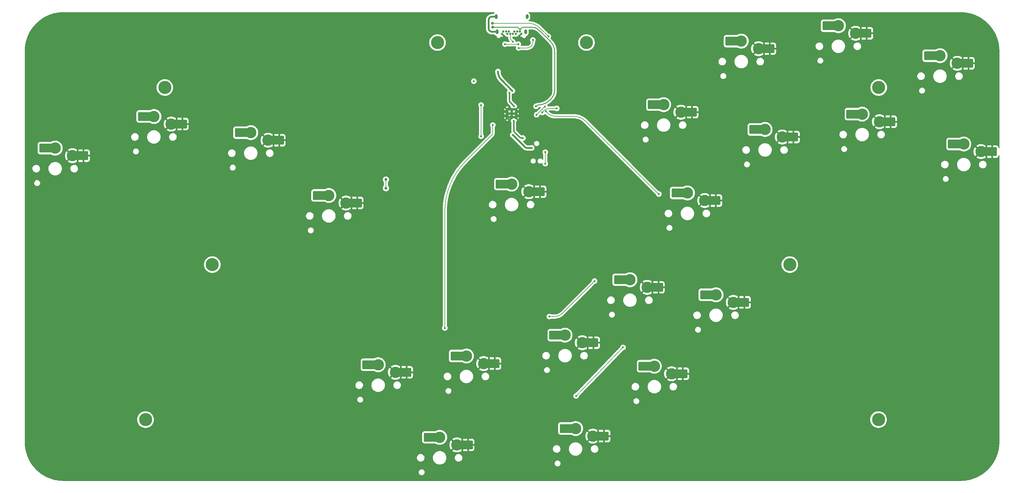
<source format=gbl>
G04 #@! TF.GenerationSoftware,KiCad,Pcbnew,(7.0.0)*
G04 #@! TF.CreationDate,2023-07-02T10:59:24-07:00*
G04 #@! TF.ProjectId,OpenOblongChocs,4f70656e-4f62-46c6-9f6e-6743686f6373,rev?*
G04 #@! TF.SameCoordinates,Original*
G04 #@! TF.FileFunction,Copper,L2,Bot*
G04 #@! TF.FilePolarity,Positive*
%FSLAX46Y46*%
G04 Gerber Fmt 4.6, Leading zero omitted, Abs format (unit mm)*
G04 Created by KiCad (PCBNEW (7.0.0)) date 2023-07-02 10:59:24*
%MOMM*%
%LPD*%
G01*
G04 APERTURE LIST*
G04 Aperture macros list*
%AMRoundRect*
0 Rectangle with rounded corners*
0 $1 Rounding radius*
0 $2 $3 $4 $5 $6 $7 $8 $9 X,Y pos of 4 corners*
0 Add a 4 corners polygon primitive as box body*
4,1,4,$2,$3,$4,$5,$6,$7,$8,$9,$2,$3,0*
0 Add four circle primitives for the rounded corners*
1,1,$1+$1,$2,$3*
1,1,$1+$1,$4,$5*
1,1,$1+$1,$6,$7*
1,1,$1+$1,$8,$9*
0 Add four rect primitives between the rounded corners*
20,1,$1+$1,$2,$3,$4,$5,0*
20,1,$1+$1,$4,$5,$6,$7,0*
20,1,$1+$1,$6,$7,$8,$9,0*
20,1,$1+$1,$8,$9,$2,$3,0*%
G04 Aperture macros list end*
G04 #@! TA.AperFunction,ComponentPad*
%ADD10C,3.800000*%
G04 #@! TD*
G04 #@! TA.AperFunction,ComponentPad*
%ADD11C,0.600000*%
G04 #@! TD*
G04 #@! TA.AperFunction,ComponentPad*
%ADD12C,0.650000*%
G04 #@! TD*
G04 #@! TA.AperFunction,ComponentPad*
%ADD13O,0.800000X1.400000*%
G04 #@! TD*
G04 #@! TA.AperFunction,ComponentPad*
%ADD14C,3.300000*%
G04 #@! TD*
G04 #@! TA.AperFunction,SMDPad,CuDef*
%ADD15R,1.200000X2.600000*%
G04 #@! TD*
G04 #@! TA.AperFunction,SMDPad,CuDef*
%ADD16RoundRect,0.260000X-1.065000X-1.040000X1.065000X-1.040000X1.065000X1.040000X-1.065000X1.040000X0*%
G04 #@! TD*
G04 #@! TA.AperFunction,ViaPad*
%ADD17C,0.600000*%
G04 #@! TD*
G04 #@! TA.AperFunction,ViaPad*
%ADD18C,0.800000*%
G04 #@! TD*
G04 #@! TA.AperFunction,Conductor*
%ADD19C,0.635000*%
G04 #@! TD*
G04 #@! TA.AperFunction,Conductor*
%ADD20C,0.200000*%
G04 #@! TD*
G04 #@! TA.AperFunction,Conductor*
%ADD21C,0.250000*%
G04 #@! TD*
G04 #@! TA.AperFunction,Conductor*
%ADD22C,0.500000*%
G04 #@! TD*
G04 #@! TA.AperFunction,Conductor*
%ADD23C,0.381000*%
G04 #@! TD*
G04 APERTURE END LIST*
D10*
X279275000Y-98760000D03*
X305060000Y-47313383D03*
X111765000Y-98760000D03*
X92395000Y-143800000D03*
X98000000Y-47313383D03*
X304995000Y-143800000D03*
D11*
X197305000Y-53620000D03*
X197305000Y-54895000D03*
X197305000Y-56170000D03*
X198580000Y-53620000D03*
X198580000Y-54895000D03*
X198580000Y-56170000D03*
X199855000Y-53620000D03*
X199855000Y-54895000D03*
X199855000Y-56170000D03*
D10*
X220290000Y-34240000D03*
X177100000Y-34240000D03*
D12*
X195778500Y-31710000D03*
X196178500Y-31010000D03*
X196978500Y-31010000D03*
X197378500Y-31710000D03*
X197778500Y-31010000D03*
X198178500Y-31710000D03*
X198978500Y-31710000D03*
X199378500Y-31010000D03*
X199778500Y-31710000D03*
X200178500Y-31010000D03*
X200978500Y-31010000D03*
X201378500Y-31710000D03*
D13*
X203068499Y-26719999D03*
X202633499Y-31109999D03*
X194373499Y-31109999D03*
X194088499Y-26719999D03*
D14*
X71195977Y-67122122D03*
D15*
X72745976Y-67122121D03*
D16*
X74440977Y-67122122D03*
X62950977Y-64922122D03*
D15*
X64645976Y-64922121D03*
D14*
X66195977Y-64922122D03*
X247687232Y-54475127D03*
D15*
X249237231Y-54475126D03*
D16*
X250932232Y-54475127D03*
X239442232Y-52275127D03*
D15*
X241137231Y-52275126D03*
D14*
X242687232Y-52275127D03*
X254582967Y-80143373D03*
D15*
X256132966Y-80143372D03*
D16*
X257827967Y-80143373D03*
X246337967Y-77943373D03*
D15*
X248032966Y-77943372D03*
D14*
X249582967Y-77943373D03*
X203578500Y-77576866D03*
D15*
X205128499Y-77576865D03*
D16*
X206823500Y-77576866D03*
X195333500Y-75376866D03*
D15*
X197028499Y-75376865D03*
D14*
X198578500Y-75376866D03*
X219076182Y-121463438D03*
D15*
X220626181Y-121463437D03*
D16*
X222321182Y-121463438D03*
X210831182Y-119263438D03*
D15*
X212526181Y-119263437D03*
D14*
X214076182Y-119263438D03*
X99834109Y-57917579D03*
D15*
X101384108Y-57917578D03*
D16*
X103079109Y-57917579D03*
X91589109Y-55717579D03*
D15*
X93284108Y-55717578D03*
D14*
X94834109Y-55717579D03*
X262875123Y-109727547D03*
D15*
X264425122Y-109727546D03*
D16*
X266120123Y-109727547D03*
X254630123Y-107527547D03*
D15*
X256325122Y-107527546D03*
D14*
X257875123Y-107527547D03*
X150551535Y-80863063D03*
D15*
X152101534Y-80863062D03*
D16*
X153796535Y-80863063D03*
X142306535Y-78663063D03*
D15*
X144001534Y-78663062D03*
D14*
X145551535Y-78663063D03*
X270196859Y-36024517D03*
D15*
X271746858Y-36024516D03*
D16*
X273441859Y-36024517D03*
X261951859Y-33824517D03*
D15*
X263646858Y-33824516D03*
D14*
X265196859Y-33824517D03*
X127929442Y-62623538D03*
D15*
X129479441Y-62623537D03*
D16*
X131174442Y-62623538D03*
X119684442Y-60423538D03*
D15*
X121379441Y-60423537D03*
D14*
X122929442Y-60423538D03*
X222147454Y-148585835D03*
D15*
X223697453Y-148585834D03*
D16*
X225392454Y-148585835D03*
X213902454Y-146385835D03*
D15*
X215597453Y-146385834D03*
D14*
X217147454Y-146385835D03*
X182711303Y-151157386D03*
D15*
X184261302Y-151157385D03*
D16*
X185956303Y-151157386D03*
X174466303Y-148957386D03*
D15*
X176161302Y-148957385D03*
D14*
X177711303Y-148957386D03*
X164877695Y-130053616D03*
D15*
X166427694Y-130053615D03*
D16*
X168122695Y-130053616D03*
X156632695Y-127853616D03*
D15*
X158327694Y-127853615D03*
D14*
X159877695Y-127853616D03*
X305251667Y-57228545D03*
D15*
X306801666Y-57228544D03*
D16*
X308496667Y-57228545D03*
X297006667Y-55028545D03*
D15*
X298701666Y-55028544D03*
D14*
X300251667Y-55028545D03*
X327835568Y-40261907D03*
D15*
X329385567Y-40261906D03*
D16*
X331080568Y-40261907D03*
X319590568Y-38061907D03*
D15*
X321285567Y-38061906D03*
D14*
X322835568Y-38061907D03*
X244979837Y-130481357D03*
D15*
X246529836Y-130481356D03*
D16*
X248224837Y-130481357D03*
X236734837Y-128281357D03*
D15*
X238429836Y-128281356D03*
D14*
X239979837Y-128281357D03*
X277092853Y-61693729D03*
D15*
X278642852Y-61693728D03*
D16*
X280337853Y-61693729D03*
X268847853Y-59493729D03*
D15*
X270542852Y-59493728D03*
D14*
X272092853Y-59493729D03*
X334731562Y-65931119D03*
D15*
X336281561Y-65931118D03*
D16*
X337976562Y-65931119D03*
X326486562Y-63731119D03*
D15*
X328181561Y-63731118D03*
D14*
X329731562Y-63731119D03*
X298355673Y-31559333D03*
D15*
X299905672Y-31559332D03*
D16*
X301600673Y-31559333D03*
X290110673Y-29359333D03*
D15*
X291805672Y-29359332D03*
D14*
X293355673Y-29359333D03*
X190478651Y-127514304D03*
D15*
X192028650Y-127514303D03*
D16*
X193723651Y-127514304D03*
X182233651Y-125314304D03*
D15*
X183928650Y-125314303D03*
D14*
X185478651Y-125314304D03*
X237908565Y-105358960D03*
D15*
X239458564Y-105358959D03*
D16*
X241153565Y-105358960D03*
X229663565Y-103158960D03*
D15*
X231358564Y-103158959D03*
D14*
X232908565Y-103158960D03*
D17*
X191312750Y-58054018D03*
X197789750Y-45735018D03*
X196000000Y-37350000D03*
X200202750Y-63896018D03*
X192865000Y-64912018D03*
X199567750Y-67579018D03*
X204170000Y-38570000D03*
X204012739Y-67390000D03*
X196600000Y-41630000D03*
X202361750Y-47259018D03*
X205536750Y-49070000D03*
X207260000Y-45475000D03*
X204650000Y-46635000D03*
X193344750Y-49926018D03*
X200806000Y-45242893D03*
X206902000Y-58831893D03*
X198901000Y-45242893D03*
X189729504Y-61479605D03*
X189730000Y-52400000D03*
D18*
X162130000Y-76550000D03*
X162130000Y-74050000D03*
D17*
X222630000Y-103540000D03*
X209530000Y-113860000D03*
X217286105Y-136906105D03*
X230890000Y-122830000D03*
X241280000Y-78260000D03*
X208517500Y-54257500D03*
X205670000Y-52780000D03*
D18*
X193100000Y-29740000D03*
D17*
X194620000Y-42670000D03*
X198805750Y-48275018D03*
X204412739Y-64870000D03*
X198932750Y-61102018D03*
X201853750Y-61991018D03*
X199186750Y-56994500D03*
X199313750Y-52757250D03*
X197945000Y-48767250D03*
X207480000Y-54560000D03*
X211680000Y-53370000D03*
X200520000Y-34710000D03*
X196670000Y-34710000D03*
X198928000Y-34010000D03*
X208340500Y-66090000D03*
X208343911Y-69423911D03*
X204750000Y-33500500D03*
X200610000Y-35810000D03*
X205830000Y-55220000D03*
X208260000Y-52840000D03*
D18*
X193000000Y-28640000D03*
D17*
X209261589Y-32468411D03*
X193120000Y-58220000D03*
X179220000Y-117190000D03*
X187627500Y-45465000D03*
D19*
X198580000Y-53620000D02*
X198580000Y-56170000D01*
X199855000Y-56170000D02*
X199855000Y-53620000D01*
X197605000Y-55870000D02*
X199555000Y-55870000D01*
X199555000Y-55870000D02*
X199855000Y-56170000D01*
X197305000Y-56170000D02*
X197305000Y-53620000D01*
X199855000Y-53620000D02*
X197305000Y-53620000D01*
X197305000Y-56170000D02*
X197605000Y-55870000D01*
X199855000Y-54895000D02*
X197305000Y-54895000D01*
D20*
X189729504Y-52400496D02*
X189729504Y-61479605D01*
X189730000Y-52400000D02*
X189729504Y-52400496D01*
X162130000Y-74050000D02*
X162130000Y-76550000D01*
X209530000Y-113860000D02*
X211097359Y-113860000D01*
X222630000Y-103570000D02*
X222630000Y-103540000D01*
X222630000Y-103540000D02*
X222660000Y-103540000D01*
X213218680Y-112981320D02*
X222630000Y-103570000D01*
X222660000Y-103540000D02*
X222620000Y-103580000D01*
X211097359Y-113859971D02*
G75*
G03*
X213218680Y-112981320I41J2999971D01*
G01*
X217286105Y-136906105D02*
X230890000Y-122830000D01*
X241280000Y-78320000D02*
X241220000Y-78260000D01*
X220068932Y-57108932D02*
X241220000Y-78260000D01*
X241220000Y-78260000D02*
X241280000Y-78260000D01*
X241280000Y-78260000D02*
X241280000Y-78320000D01*
X211147107Y-55644466D02*
X216533398Y-55644466D01*
X208517500Y-54257500D02*
X209025787Y-54765787D01*
X209025791Y-54765783D02*
G75*
G03*
X211147107Y-55644466I2121309J2121283D01*
G01*
X220068940Y-57108924D02*
G75*
G03*
X216533398Y-55644466I-3535540J-3535576D01*
G01*
D21*
X200978500Y-30421500D02*
X201317107Y-30082893D01*
X200589893Y-30032893D02*
X200978500Y-30421500D01*
X206578679Y-30668679D02*
X209837486Y-33927486D01*
X210161321Y-50448679D02*
X209659599Y-50950401D01*
X211040000Y-36830612D02*
X211040000Y-48327359D01*
X193100000Y-29740000D02*
X199882786Y-29740000D01*
X206208241Y-52380000D02*
X205670000Y-52780000D01*
X202024214Y-29790000D02*
X204457359Y-29790000D01*
X200978500Y-31010000D02*
X200978500Y-30421500D01*
X200589900Y-30032886D02*
G75*
G03*
X199882786Y-29740000I-707100J-707114D01*
G01*
X206208241Y-52380016D02*
G75*
G03*
X209659599Y-50950401I-41J4881016D01*
G01*
X211040003Y-36830612D02*
G75*
G03*
X209837486Y-33927486I-4105603J12D01*
G01*
X210161341Y-50448699D02*
G75*
G03*
X211040000Y-48327359I-2121341J2121299D01*
G01*
X206578699Y-30668659D02*
G75*
G03*
X204457359Y-29790000I-2121299J-2121341D01*
G01*
X202024214Y-29790010D02*
G75*
G03*
X201317107Y-30082893I-14J-999990D01*
G01*
D22*
X203114946Y-64870000D02*
X204412739Y-64870000D01*
X198932750Y-61102018D02*
X202407839Y-64577107D01*
X195623570Y-45092838D02*
X198805750Y-48275018D01*
X202407816Y-64577130D02*
G75*
G03*
X203114946Y-64870000I707084J707130D01*
G01*
X194619996Y-42670000D02*
G75*
G03*
X195623570Y-45092838I3426404J0D01*
G01*
D23*
X199479643Y-60334893D02*
X200842875Y-61698125D01*
X199186750Y-56994500D02*
X199186750Y-59627786D01*
X201549982Y-61991018D02*
X201853750Y-61991018D01*
X197945000Y-50974286D02*
X197945000Y-48767250D01*
X199313750Y-52757250D02*
X198237893Y-51681393D01*
X199186745Y-59627786D02*
G75*
G03*
X199479643Y-60334893I999955J-14D01*
G01*
X197945010Y-50974286D02*
G75*
G03*
X198237893Y-51681393I999990J-14D01*
G01*
X200842880Y-61698120D02*
G75*
G03*
X201549982Y-61991018I707120J707120D01*
G01*
D20*
X211660000Y-53360000D02*
X211650000Y-53360000D01*
X209809112Y-53360000D02*
X211640000Y-53360000D01*
X207480000Y-54446471D02*
X207687792Y-54238679D01*
X207480000Y-54560000D02*
X207480000Y-54446471D01*
X211640000Y-53360000D02*
X211680000Y-53370000D01*
X211680000Y-53370000D02*
X211660000Y-53360000D01*
X209809112Y-53360009D02*
G75*
G03*
X207687793Y-54238680I-12J-2999991D01*
G01*
X196670000Y-34710000D02*
X200520000Y-34710000D01*
D22*
X192900000Y-26720000D02*
X194088500Y-26720000D01*
X194373500Y-31110000D02*
X192900000Y-31110000D01*
X191900000Y-30110000D02*
X191900000Y-27720000D01*
X192900000Y-26720000D02*
G75*
G03*
X191900000Y-27720000I0J-1000000D01*
G01*
X191900000Y-30110000D02*
G75*
G03*
X192900000Y-31110000I1000000J0D01*
G01*
D20*
X198178500Y-32567542D02*
X198178500Y-31710000D01*
X198928000Y-34010000D02*
X198668495Y-33750495D01*
X198178486Y-32567542D02*
G75*
G03*
X198668495Y-33750495I1673014J42D01*
G01*
X208340500Y-69420500D02*
X208343911Y-69423911D01*
X208340500Y-66090000D02*
X208340500Y-69420500D01*
X200610000Y-35810000D02*
X203024430Y-35810000D01*
X204750000Y-34084430D02*
X204750000Y-33500500D01*
X203024430Y-35810000D02*
G75*
G03*
X204750000Y-34084430I-30J1725600D01*
G01*
X208260000Y-52840000D02*
X208250000Y-52810000D01*
X205830000Y-55220000D02*
X208240000Y-52810000D01*
X208240000Y-52810000D02*
X208260000Y-52840000D01*
X193000000Y-28640000D02*
X203443334Y-28640000D01*
X206840210Y-30047032D02*
X209261589Y-32468411D01*
X206840191Y-30047051D02*
G75*
G03*
X203443334Y-28640000I-3396891J-3396849D01*
G01*
X192827107Y-61142893D02*
X192820000Y-61150000D01*
X193120000Y-58220000D02*
X193120000Y-60435786D01*
X192770000Y-61200000D02*
X185240119Y-68729881D01*
X179220000Y-117190000D02*
X179210000Y-117170000D01*
X179212010Y-83287876D02*
X179220000Y-117190000D01*
X185240099Y-68729861D02*
G75*
G03*
X179212011Y-83287876I14553201J-14553139D01*
G01*
X192827114Y-61142900D02*
G75*
G03*
X193120000Y-60435786I-707114J707100D01*
G01*
G04 #@! TA.AperFunction,Conductor*
G36*
X193621453Y-25417377D02*
G01*
X193667571Y-25463488D01*
X193684459Y-25526479D01*
X193667592Y-25589476D01*
X193630256Y-25626829D01*
X193631748Y-25628882D01*
X193482591Y-25737250D01*
X193482583Y-25737256D01*
X193477247Y-25741134D01*
X193472830Y-25746039D01*
X193472825Y-25746044D01*
X193358427Y-25873097D01*
X193349460Y-25883056D01*
X193346161Y-25888769D01*
X193346158Y-25888774D01*
X193340542Y-25898502D01*
X193294423Y-25944620D01*
X193231424Y-25961500D01*
X192979722Y-25961500D01*
X192900000Y-25961500D01*
X192774230Y-25961500D01*
X192769787Y-25962138D01*
X192769784Y-25962139D01*
X192529691Y-25996659D01*
X192529686Y-25996659D01*
X192525249Y-25997298D01*
X192520938Y-25998563D01*
X192520937Y-25998564D01*
X192288216Y-26066896D01*
X192288205Y-26066899D01*
X192283897Y-26068165D01*
X192279818Y-26070027D01*
X192279804Y-26070033D01*
X192059181Y-26170789D01*
X192059172Y-26170793D01*
X192055088Y-26172659D01*
X192051308Y-26175087D01*
X192051301Y-26175092D01*
X191847259Y-26306221D01*
X191847248Y-26306228D01*
X191843478Y-26308652D01*
X191840091Y-26311586D01*
X191840080Y-26311595D01*
X191656769Y-26470435D01*
X191656761Y-26470442D01*
X191653376Y-26473376D01*
X191650442Y-26476761D01*
X191650435Y-26476769D01*
X191491595Y-26660080D01*
X191491586Y-26660091D01*
X191488652Y-26663478D01*
X191486228Y-26667248D01*
X191486221Y-26667259D01*
X191355092Y-26871301D01*
X191355087Y-26871308D01*
X191352659Y-26875088D01*
X191350793Y-26879172D01*
X191350789Y-26879181D01*
X191250033Y-27099804D01*
X191250027Y-27099818D01*
X191248165Y-27103897D01*
X191246899Y-27108205D01*
X191246896Y-27108216D01*
X191208068Y-27240454D01*
X191177298Y-27345249D01*
X191176659Y-27349686D01*
X191176659Y-27349691D01*
X191145651Y-27565360D01*
X191141500Y-27594230D01*
X191141500Y-27631344D01*
X191141500Y-30030278D01*
X191141500Y-30110000D01*
X191141500Y-30235770D01*
X191142138Y-30240213D01*
X191142139Y-30240215D01*
X191176564Y-30479650D01*
X191177298Y-30484751D01*
X191178564Y-30489062D01*
X191246896Y-30721783D01*
X191246898Y-30721789D01*
X191248165Y-30726103D01*
X191250029Y-30730185D01*
X191250033Y-30730195D01*
X191345748Y-30939780D01*
X191352659Y-30954912D01*
X191355091Y-30958696D01*
X191355092Y-30958698D01*
X191480158Y-31153306D01*
X191488652Y-31166522D01*
X191491591Y-31169914D01*
X191491595Y-31169919D01*
X191650435Y-31353230D01*
X191653376Y-31356624D01*
X191656769Y-31359564D01*
X191784492Y-31470237D01*
X191843478Y-31521348D01*
X191847257Y-31523777D01*
X191847259Y-31523778D01*
X191884332Y-31547603D01*
X192055088Y-31657341D01*
X192099298Y-31677531D01*
X192277592Y-31758956D01*
X192283897Y-31761835D01*
X192525249Y-31832702D01*
X192774230Y-31868500D01*
X192811344Y-31868500D01*
X192900000Y-31868500D01*
X192979722Y-31868500D01*
X193516424Y-31868500D01*
X193579423Y-31885380D01*
X193625542Y-31931498D01*
X193634460Y-31946944D01*
X193762247Y-32088866D01*
X193916748Y-32201118D01*
X194091212Y-32278794D01*
X194154448Y-32292235D01*
X194201418Y-32312902D01*
X194236254Y-32350586D01*
X194253173Y-32399035D01*
X194266734Y-32502047D01*
X194266735Y-32502053D01*
X194267813Y-32510236D01*
X194270972Y-32517864D01*
X194270973Y-32517865D01*
X194322641Y-32642603D01*
X194322642Y-32642605D01*
X194325802Y-32650233D01*
X194330828Y-32656783D01*
X194330830Y-32656786D01*
X194382527Y-32724158D01*
X194418049Y-32770451D01*
X194538267Y-32862698D01*
X194678264Y-32920687D01*
X194790780Y-32935500D01*
X194862098Y-32935500D01*
X194866220Y-32935500D01*
X194978736Y-32920687D01*
X195118733Y-32862698D01*
X195238951Y-32770451D01*
X195331198Y-32650233D01*
X195361688Y-32576623D01*
X195398804Y-32526921D01*
X195455141Y-32500952D01*
X195517042Y-32505013D01*
X195526131Y-32507967D01*
X195684491Y-32541627D01*
X195697551Y-32543000D01*
X195859449Y-32543000D01*
X195872508Y-32541627D01*
X196030870Y-32507966D01*
X196043363Y-32503907D01*
X196146870Y-32457821D01*
X196156039Y-32450690D01*
X196150033Y-32440743D01*
X195673528Y-31964238D01*
X195639952Y-31903915D01*
X195643204Y-31834954D01*
X195682308Y-31778058D01*
X195745523Y-31750309D01*
X195813870Y-31760035D01*
X195919516Y-31807072D01*
X196090896Y-31843500D01*
X196097499Y-31843500D01*
X196219020Y-31843500D01*
X196267238Y-31853091D01*
X196308115Y-31880405D01*
X196509525Y-32081815D01*
X196520866Y-32088867D01*
X196525212Y-32089296D01*
X196572165Y-32083375D01*
X196627302Y-32103104D01*
X196667565Y-32145625D01*
X196700470Y-32202618D01*
X196704886Y-32207523D01*
X196704888Y-32207525D01*
X196769059Y-32278794D01*
X196817708Y-32332823D01*
X196959454Y-32435808D01*
X197119516Y-32507072D01*
X197290896Y-32543500D01*
X197297499Y-32543500D01*
X197443988Y-32543500D01*
X197506987Y-32560380D01*
X197553106Y-32606497D01*
X197569988Y-32669495D01*
X197569988Y-32692148D01*
X197569988Y-32692164D01*
X197569989Y-32695680D01*
X197570383Y-32699178D01*
X197570384Y-32699192D01*
X197598288Y-32946800D01*
X197598684Y-32950312D01*
X197599469Y-32953753D01*
X197599470Y-32953756D01*
X197654919Y-33196678D01*
X197654922Y-33196691D01*
X197655708Y-33200131D01*
X197656871Y-33203456D01*
X197656875Y-33203468D01*
X197739178Y-33438664D01*
X197740344Y-33441995D01*
X197741872Y-33445168D01*
X197741875Y-33445175D01*
X197849994Y-33669683D01*
X197849998Y-33669690D01*
X197851526Y-33672863D01*
X197853402Y-33675848D01*
X197853405Y-33675854D01*
X197973575Y-33867103D01*
X197987857Y-33889831D01*
X197990063Y-33892597D01*
X197990065Y-33892600D01*
X197993527Y-33896942D01*
X198020223Y-33961394D01*
X198008537Y-34030171D01*
X197962050Y-34082188D01*
X197895015Y-34101500D01*
X197254722Y-34101500D01*
X197213106Y-34094429D01*
X197178933Y-34075541D01*
X197177281Y-34073889D01*
X197171291Y-34070125D01*
X197029006Y-33980721D01*
X197029003Y-33980719D01*
X197023015Y-33976957D01*
X197016339Y-33974621D01*
X197016335Y-33974619D01*
X196857724Y-33919119D01*
X196857720Y-33919118D01*
X196851047Y-33916783D01*
X196670000Y-33896384D01*
X196662971Y-33897176D01*
X196495981Y-33915991D01*
X196495979Y-33915991D01*
X196488953Y-33916783D01*
X196482280Y-33919117D01*
X196482275Y-33919119D01*
X196323664Y-33974619D01*
X196323656Y-33974622D01*
X196316985Y-33976957D01*
X196311000Y-33980717D01*
X196310993Y-33980721D01*
X196168714Y-34070121D01*
X196168709Y-34070125D01*
X196162719Y-34073889D01*
X196157714Y-34078893D01*
X196157710Y-34078897D01*
X196038897Y-34197710D01*
X196038893Y-34197714D01*
X196033889Y-34202719D01*
X196030126Y-34208707D01*
X196030121Y-34208714D01*
X195940721Y-34350993D01*
X195940717Y-34351000D01*
X195936957Y-34356985D01*
X195934622Y-34363656D01*
X195934619Y-34363664D01*
X195879119Y-34522275D01*
X195879117Y-34522280D01*
X195876783Y-34528953D01*
X195875991Y-34535979D01*
X195875991Y-34535981D01*
X195861619Y-34663538D01*
X195856384Y-34710000D01*
X195876783Y-34891047D01*
X195879118Y-34897720D01*
X195879119Y-34897724D01*
X195934619Y-35056335D01*
X195934621Y-35056339D01*
X195936957Y-35063015D01*
X195940719Y-35069003D01*
X195940721Y-35069006D01*
X196023671Y-35201020D01*
X196033889Y-35217281D01*
X196162719Y-35346111D01*
X196168713Y-35349877D01*
X196168714Y-35349878D01*
X196291271Y-35426886D01*
X196316985Y-35443043D01*
X196488953Y-35503217D01*
X196670000Y-35523616D01*
X196851047Y-35503217D01*
X197023015Y-35443043D01*
X197177281Y-35346111D01*
X197178933Y-35344458D01*
X197213106Y-35325571D01*
X197254722Y-35318500D01*
X199747835Y-35318500D01*
X199805667Y-35332556D01*
X199850596Y-35371587D01*
X199872598Y-35426886D01*
X199866764Y-35486115D01*
X199819119Y-35622275D01*
X199819117Y-35622280D01*
X199816783Y-35628953D01*
X199815991Y-35635979D01*
X199815991Y-35635981D01*
X199803652Y-35745496D01*
X199796384Y-35810000D01*
X199797176Y-35817029D01*
X199812224Y-35950589D01*
X199816783Y-35991047D01*
X199819118Y-35997720D01*
X199819119Y-35997724D01*
X199874619Y-36156335D01*
X199874621Y-36156339D01*
X199876957Y-36163015D01*
X199880719Y-36169003D01*
X199880721Y-36169006D01*
X199961189Y-36297070D01*
X199973889Y-36317281D01*
X200102719Y-36446111D01*
X200108713Y-36449877D01*
X200108714Y-36449878D01*
X200244422Y-36535149D01*
X200256985Y-36543043D01*
X200428953Y-36603217D01*
X200610000Y-36623616D01*
X200791047Y-36603217D01*
X200963015Y-36543043D01*
X201117281Y-36446111D01*
X201118933Y-36444458D01*
X201153106Y-36425571D01*
X201194722Y-36418500D01*
X202950551Y-36418500D01*
X202950555Y-36418501D01*
X203024441Y-36418500D01*
X203064315Y-36418500D01*
X203064319Y-36418499D01*
X203165624Y-36418498D01*
X203445933Y-36384458D01*
X203720095Y-36316879D01*
X203984112Y-36216748D01*
X204234136Y-36085523D01*
X204466519Y-35925119D01*
X204677874Y-35737874D01*
X204865119Y-35526519D01*
X205025523Y-35294136D01*
X205156748Y-35044112D01*
X205256879Y-34780095D01*
X205324458Y-34505933D01*
X205358498Y-34225624D01*
X205358499Y-34124319D01*
X205358500Y-34124315D01*
X205358500Y-34085222D01*
X205365571Y-34043606D01*
X205384458Y-34009433D01*
X205386111Y-34007781D01*
X205483043Y-33853515D01*
X205543217Y-33681547D01*
X205563616Y-33500500D01*
X205543217Y-33319453D01*
X205483043Y-33147485D01*
X205386111Y-32993219D01*
X205257281Y-32864389D01*
X205251287Y-32860623D01*
X205251285Y-32860621D01*
X205109006Y-32771221D01*
X205109003Y-32771219D01*
X205103015Y-32767457D01*
X205096339Y-32765121D01*
X205096335Y-32765119D01*
X204937724Y-32709619D01*
X204937720Y-32709618D01*
X204931047Y-32707283D01*
X204750000Y-32686884D01*
X204742971Y-32687676D01*
X204575981Y-32706491D01*
X204575979Y-32706491D01*
X204568953Y-32707283D01*
X204562280Y-32709617D01*
X204562275Y-32709619D01*
X204403664Y-32765119D01*
X204403656Y-32765122D01*
X204396985Y-32767457D01*
X204391000Y-32771217D01*
X204390993Y-32771221D01*
X204248714Y-32860621D01*
X204248707Y-32860626D01*
X204242719Y-32864389D01*
X204237714Y-32869393D01*
X204237710Y-32869397D01*
X204118897Y-32988210D01*
X204118893Y-32988214D01*
X204113889Y-32993219D01*
X204110126Y-32999207D01*
X204110121Y-32999214D01*
X204020721Y-33141493D01*
X204020717Y-33141500D01*
X204016957Y-33147485D01*
X204014622Y-33154156D01*
X204014619Y-33154164D01*
X203959119Y-33312775D01*
X203959117Y-33312780D01*
X203956783Y-33319453D01*
X203955991Y-33326479D01*
X203955991Y-33326481D01*
X203950557Y-33374713D01*
X203936384Y-33500500D01*
X203956783Y-33681547D01*
X203959118Y-33688220D01*
X203959119Y-33688224D01*
X204014619Y-33846835D01*
X204014621Y-33846839D01*
X204016957Y-33853515D01*
X204020719Y-33859503D01*
X204020721Y-33859506D01*
X204101507Y-33988075D01*
X204113889Y-34007781D01*
X204115018Y-34008910D01*
X204135634Y-34048208D01*
X204140523Y-34095582D01*
X204125486Y-34267416D01*
X204121672Y-34289044D01*
X204076980Y-34455832D01*
X204069468Y-34476471D01*
X203996493Y-34632964D01*
X203985512Y-34651984D01*
X203886467Y-34793433D01*
X203872349Y-34810257D01*
X203750257Y-34932349D01*
X203733433Y-34946467D01*
X203591984Y-35045512D01*
X203572964Y-35056493D01*
X203416471Y-35129468D01*
X203395832Y-35136980D01*
X203229044Y-35181672D01*
X203207416Y-35185486D01*
X203029904Y-35201020D01*
X203018920Y-35201500D01*
X201382165Y-35201500D01*
X201324333Y-35187444D01*
X201279404Y-35148413D01*
X201257402Y-35093114D01*
X201263236Y-35033885D01*
X201265773Y-35026634D01*
X201313217Y-34891047D01*
X201333616Y-34710000D01*
X201313217Y-34528953D01*
X201253043Y-34356985D01*
X201169360Y-34223805D01*
X201159878Y-34208714D01*
X201159877Y-34208713D01*
X201156111Y-34202719D01*
X201027281Y-34073889D01*
X201021287Y-34070123D01*
X201021285Y-34070121D01*
X200879006Y-33980721D01*
X200879003Y-33980719D01*
X200873015Y-33976957D01*
X200866339Y-33974621D01*
X200866335Y-33974619D01*
X200707724Y-33919119D01*
X200707720Y-33919118D01*
X200701047Y-33916783D01*
X200520000Y-33896384D01*
X200512971Y-33897176D01*
X200345981Y-33915991D01*
X200345979Y-33915991D01*
X200338953Y-33916783D01*
X200332280Y-33919117D01*
X200332275Y-33919119D01*
X200173664Y-33974619D01*
X200173656Y-33974622D01*
X200166985Y-33976957D01*
X200161000Y-33980717D01*
X200160993Y-33980721D01*
X200018708Y-34070125D01*
X200018702Y-34070129D01*
X200012719Y-34073889D01*
X200011066Y-34075541D01*
X199976894Y-34094429D01*
X199935278Y-34101500D01*
X199864526Y-34101500D01*
X199805650Y-34086898D01*
X199760420Y-34046478D01*
X199739318Y-33989607D01*
X199721217Y-33828953D01*
X199661043Y-33656985D01*
X199624384Y-33598642D01*
X199567878Y-33508714D01*
X199567877Y-33508713D01*
X199564111Y-33502719D01*
X199435281Y-33373889D01*
X199429287Y-33370123D01*
X199429285Y-33370121D01*
X199287006Y-33280721D01*
X199287003Y-33280719D01*
X199281015Y-33276957D01*
X199274339Y-33274621D01*
X199274335Y-33274619D01*
X199115724Y-33219119D01*
X199115720Y-33219118D01*
X199109047Y-33216783D01*
X199102020Y-33215991D01*
X199102019Y-33215991D01*
X199058166Y-33211050D01*
X199004640Y-33192151D01*
X198964841Y-33151677D01*
X198958600Y-33141493D01*
X198908194Y-33059237D01*
X198899219Y-33041622D01*
X198877094Y-32988210D01*
X198842882Y-32905618D01*
X198836777Y-32886831D01*
X198802407Y-32743680D01*
X198799317Y-32724164D01*
X198795791Y-32679387D01*
X198809136Y-32612298D01*
X198855568Y-32562068D01*
X198921403Y-32543500D01*
X199059501Y-32543500D01*
X199066104Y-32543500D01*
X199237484Y-32507072D01*
X199327250Y-32467104D01*
X199378500Y-32456211D01*
X199429749Y-32467104D01*
X199519516Y-32507072D01*
X199690896Y-32543500D01*
X199859501Y-32543500D01*
X199866104Y-32543500D01*
X200037484Y-32507072D01*
X200197546Y-32435808D01*
X200339292Y-32332823D01*
X200456530Y-32202618D01*
X200489434Y-32145625D01*
X200529696Y-32103104D01*
X200584835Y-32083375D01*
X200631786Y-32089295D01*
X200636133Y-32088867D01*
X200647471Y-32081817D01*
X200848884Y-31880405D01*
X200889761Y-31853091D01*
X200937979Y-31843500D01*
X201059501Y-31843500D01*
X201066104Y-31843500D01*
X201237484Y-31807072D01*
X201343125Y-31760037D01*
X201411472Y-31750310D01*
X201474688Y-31778059D01*
X201513792Y-31834955D01*
X201517044Y-31903916D01*
X201483469Y-31964239D01*
X201006964Y-32440744D01*
X201000959Y-32450689D01*
X201010128Y-32457821D01*
X201113636Y-32503907D01*
X201126129Y-32507966D01*
X201284491Y-32541627D01*
X201297551Y-32543000D01*
X201459449Y-32543000D01*
X201472512Y-32541627D01*
X201515500Y-32532489D01*
X201573245Y-32533748D01*
X201624362Y-32560641D01*
X201658108Y-32607517D01*
X201672641Y-32642603D01*
X201675802Y-32650233D01*
X201680827Y-32656782D01*
X201680828Y-32656783D01*
X201718970Y-32706491D01*
X201768049Y-32770451D01*
X201888267Y-32862698D01*
X202028264Y-32920687D01*
X202140780Y-32935500D01*
X202212098Y-32935500D01*
X202216220Y-32935500D01*
X202328736Y-32920687D01*
X202468733Y-32862698D01*
X202588951Y-32770451D01*
X202681198Y-32650233D01*
X202739187Y-32510236D01*
X202753827Y-32399032D01*
X202770745Y-32350586D01*
X202805580Y-32312902D01*
X202852549Y-32292235D01*
X202915788Y-32278794D01*
X203090252Y-32201118D01*
X203244753Y-32088866D01*
X203372540Y-31946944D01*
X203468027Y-31781556D01*
X203527042Y-31599928D01*
X203542000Y-31457610D01*
X203542000Y-30762390D01*
X203527042Y-30620072D01*
X203516763Y-30588436D01*
X203512147Y-30529789D01*
X203534660Y-30475439D01*
X203579393Y-30437233D01*
X203636596Y-30423500D01*
X204380443Y-30423500D01*
X204380447Y-30423501D01*
X204453831Y-30423500D01*
X204460893Y-30423697D01*
X204715275Y-30437980D01*
X204729304Y-30439561D01*
X204976997Y-30481641D01*
X204990758Y-30484782D01*
X205232183Y-30554333D01*
X205245506Y-30558995D01*
X205477637Y-30655142D01*
X205490338Y-30661259D01*
X205710243Y-30782792D01*
X205722202Y-30790307D01*
X205927099Y-30935686D01*
X205938140Y-30944490D01*
X206004703Y-31003973D01*
X206127725Y-31113910D01*
X206132859Y-31118764D01*
X206151159Y-31137063D01*
X206151160Y-31137064D01*
X209387332Y-34373237D01*
X209391597Y-34377715D01*
X209614206Y-34623325D01*
X209622050Y-34632883D01*
X209817656Y-34896624D01*
X209824526Y-34906906D01*
X209860443Y-34966829D01*
X209969280Y-35148413D01*
X209993335Y-35188545D01*
X209999162Y-35199446D01*
X210042353Y-35290766D01*
X210139557Y-35496285D01*
X210144289Y-35507709D01*
X210254910Y-35816875D01*
X210258499Y-35828708D01*
X210338284Y-36147230D01*
X210340696Y-36159357D01*
X210388876Y-36484157D01*
X210390088Y-36496463D01*
X210406348Y-36827455D01*
X210406500Y-36833637D01*
X210406500Y-48250443D01*
X210406499Y-48250447D01*
X210406499Y-48250454D01*
X210406499Y-48250455D01*
X210406499Y-48323832D01*
X210406301Y-48330895D01*
X210392019Y-48585269D01*
X210390437Y-48599310D01*
X210348359Y-48846989D01*
X210345215Y-48860765D01*
X210275668Y-49102176D01*
X210271002Y-49115512D01*
X210174862Y-49347625D01*
X210168731Y-49360357D01*
X210047209Y-49580239D01*
X210039692Y-49592202D01*
X209894317Y-49797094D01*
X209885507Y-49808142D01*
X209716074Y-49997741D01*
X209711220Y-50002874D01*
X209689883Y-50024211D01*
X209689881Y-50024212D01*
X209689882Y-50024213D01*
X209213596Y-50500497D01*
X209209626Y-50504298D01*
X208942502Y-50749073D01*
X208934081Y-50756138D01*
X208648847Y-50975006D01*
X208639843Y-50981311D01*
X208336608Y-51174494D01*
X208327089Y-51179990D01*
X208008177Y-51346006D01*
X207998215Y-51350651D01*
X207666028Y-51488250D01*
X207655698Y-51492010D01*
X207312808Y-51600124D01*
X207302191Y-51602969D01*
X206951172Y-51680790D01*
X206940347Y-51682699D01*
X206583880Y-51729632D01*
X206572930Y-51730590D01*
X206244764Y-51744920D01*
X206224828Y-51744210D01*
X206209228Y-51742410D01*
X206209221Y-51742410D01*
X206201350Y-51741502D01*
X206193498Y-51742579D01*
X206193492Y-51742580D01*
X206173472Y-51745329D01*
X206156340Y-51746500D01*
X206138935Y-51746500D01*
X206138928Y-51746500D01*
X206131315Y-51746501D01*
X206095444Y-51755341D01*
X206082446Y-51757828D01*
X206050633Y-51762197D01*
X206050631Y-51762197D01*
X206042778Y-51763276D01*
X206035441Y-51766272D01*
X206035440Y-51766273D01*
X206020146Y-51772520D01*
X206002659Y-51778212D01*
X205989347Y-51781493D01*
X205989345Y-51781493D01*
X205981944Y-51783318D01*
X205975194Y-51786860D01*
X205975193Y-51786861D01*
X205945979Y-51802194D01*
X205935072Y-51807270D01*
X205901938Y-51820804D01*
X205901936Y-51820804D01*
X205894604Y-51823800D01*
X205888248Y-51828523D01*
X205888236Y-51828530D01*
X205877946Y-51836177D01*
X205861362Y-51846603D01*
X205852476Y-51851267D01*
X205852463Y-51851275D01*
X205845724Y-51854813D01*
X205840028Y-51859859D01*
X205840021Y-51859864D01*
X205812558Y-51884194D01*
X205804165Y-51891009D01*
X205735141Y-51942306D01*
X205699566Y-51960797D01*
X205669909Y-51965576D01*
X205670000Y-51966384D01*
X205495981Y-51985991D01*
X205495979Y-51985991D01*
X205488953Y-51986783D01*
X205482280Y-51989117D01*
X205482275Y-51989119D01*
X205323664Y-52044619D01*
X205323656Y-52044622D01*
X205316985Y-52046957D01*
X205311000Y-52050717D01*
X205310993Y-52050721D01*
X205168714Y-52140121D01*
X205168707Y-52140126D01*
X205162719Y-52143889D01*
X205157714Y-52148893D01*
X205157710Y-52148897D01*
X205038897Y-52267710D01*
X205038893Y-52267714D01*
X205033889Y-52272719D01*
X205030126Y-52278707D01*
X205030121Y-52278714D01*
X204940721Y-52420993D01*
X204940717Y-52421000D01*
X204936957Y-52426985D01*
X204934622Y-52433656D01*
X204934619Y-52433664D01*
X204879119Y-52592275D01*
X204879117Y-52592280D01*
X204876783Y-52598953D01*
X204856384Y-52780000D01*
X204876783Y-52961047D01*
X204879118Y-52967720D01*
X204879119Y-52967724D01*
X204934619Y-53126335D01*
X204934621Y-53126339D01*
X204936957Y-53133015D01*
X204940719Y-53139003D01*
X204940721Y-53139006D01*
X205025467Y-53273879D01*
X205033889Y-53287281D01*
X205162719Y-53416111D01*
X205168713Y-53419877D01*
X205168714Y-53419878D01*
X205212434Y-53447349D01*
X205316985Y-53513043D01*
X205488953Y-53573217D01*
X205670000Y-53593616D01*
X205851047Y-53573217D01*
X206023015Y-53513043D01*
X206177281Y-53416111D01*
X206306111Y-53287281D01*
X206403043Y-53133015D01*
X206418286Y-53089451D01*
X206442639Y-53047812D01*
X206480854Y-53018374D01*
X206527327Y-53005453D01*
X206856901Y-52979513D01*
X206859342Y-52979126D01*
X206859345Y-52979126D01*
X206893360Y-52973739D01*
X206955752Y-52979636D01*
X207007585Y-53014861D01*
X207036037Y-53070700D01*
X207034069Y-53133340D01*
X207002167Y-53187282D01*
X205808283Y-54381166D01*
X205773858Y-54405593D01*
X205733297Y-54417279D01*
X205655981Y-54425991D01*
X205655980Y-54425991D01*
X205648953Y-54426783D01*
X205642276Y-54429119D01*
X205642273Y-54429120D01*
X205483664Y-54484619D01*
X205483656Y-54484622D01*
X205476985Y-54486957D01*
X205471000Y-54490717D01*
X205470993Y-54490721D01*
X205328714Y-54580121D01*
X205328707Y-54580126D01*
X205322719Y-54583889D01*
X205317714Y-54588893D01*
X205317710Y-54588897D01*
X205198897Y-54707710D01*
X205198893Y-54707714D01*
X205193889Y-54712719D01*
X205190126Y-54718707D01*
X205190121Y-54718714D01*
X205100721Y-54860993D01*
X205100717Y-54861000D01*
X205096957Y-54866985D01*
X205094622Y-54873656D01*
X205094619Y-54873664D01*
X205039119Y-55032275D01*
X205039117Y-55032280D01*
X205036783Y-55038953D01*
X205035991Y-55045979D01*
X205035991Y-55045981D01*
X205033223Y-55070545D01*
X205016384Y-55220000D01*
X205036783Y-55401047D01*
X205039118Y-55407720D01*
X205039119Y-55407724D01*
X205094619Y-55566335D01*
X205094621Y-55566339D01*
X205096957Y-55573015D01*
X205100719Y-55579003D01*
X205100721Y-55579006D01*
X205187792Y-55717579D01*
X205193889Y-55727281D01*
X205322719Y-55856111D01*
X205328713Y-55859877D01*
X205328714Y-55859878D01*
X205371008Y-55886453D01*
X205476985Y-55953043D01*
X205648953Y-56013217D01*
X205830000Y-56033616D01*
X206011047Y-56013217D01*
X206183015Y-55953043D01*
X206337281Y-55856111D01*
X206466111Y-55727281D01*
X206563043Y-55573015D01*
X206623217Y-55401047D01*
X206632720Y-55316699D01*
X206644405Y-55276141D01*
X206668827Y-55241720D01*
X206754485Y-55156062D01*
X206810967Y-55123453D01*
X206876189Y-55123453D01*
X206932673Y-55156064D01*
X206972719Y-55196111D01*
X206978713Y-55199877D01*
X206978714Y-55199878D01*
X207046338Y-55242369D01*
X207126985Y-55293043D01*
X207298953Y-55353217D01*
X207480000Y-55373616D01*
X207661047Y-55353217D01*
X207833015Y-55293043D01*
X207987281Y-55196111D01*
X208116111Y-55067281D01*
X208118817Y-55062973D01*
X208157611Y-55030832D01*
X208207071Y-55016582D01*
X208258102Y-55023301D01*
X208336453Y-55050717D01*
X208420797Y-55060220D01*
X208461357Y-55071905D01*
X208495783Y-55096332D01*
X208623715Y-55224264D01*
X208623738Y-55224281D01*
X208623767Y-55224308D01*
X208720865Y-55321408D01*
X208994934Y-55546333D01*
X209289730Y-55743311D01*
X209602413Y-55910445D01*
X209929974Y-56046126D01*
X210269256Y-56149046D01*
X210616992Y-56218215D01*
X210969834Y-56252967D01*
X211147108Y-56252966D01*
X211220994Y-56252966D01*
X216459513Y-56252966D01*
X216530650Y-56252966D01*
X216536146Y-56253086D01*
X216910647Y-56269437D01*
X216921596Y-56270394D01*
X217290529Y-56318964D01*
X217301345Y-56320872D01*
X217664650Y-56401415D01*
X217675232Y-56404250D01*
X218030138Y-56516150D01*
X218040455Y-56519905D01*
X218384251Y-56662308D01*
X218394202Y-56666948D01*
X218724279Y-56838774D01*
X218733796Y-56844269D01*
X218861817Y-56925827D01*
X219047621Y-57044197D01*
X219056624Y-57050501D01*
X219351848Y-57277032D01*
X219360266Y-57284096D01*
X219602504Y-57506063D01*
X219636456Y-57537174D01*
X219640427Y-57540976D01*
X240448785Y-78349334D01*
X240473211Y-78383758D01*
X240484897Y-78424318D01*
X240485989Y-78434011D01*
X240485991Y-78434018D01*
X240486783Y-78441047D01*
X240489119Y-78447725D01*
X240489120Y-78447726D01*
X240544619Y-78606335D01*
X240544621Y-78606339D01*
X240546957Y-78613015D01*
X240550719Y-78619003D01*
X240550721Y-78619006D01*
X240604794Y-78705063D01*
X240643889Y-78767281D01*
X240772719Y-78896111D01*
X240926985Y-78993043D01*
X241098953Y-79053217D01*
X241280000Y-79073616D01*
X241461047Y-79053217D01*
X241537306Y-79026533D01*
X244504467Y-79026533D01*
X244504861Y-79030034D01*
X244504862Y-79030043D01*
X244509772Y-79073616D01*
X244518994Y-79155462D01*
X244521330Y-79162140D01*
X244521331Y-79162141D01*
X244573853Y-79312243D01*
X244573855Y-79312247D01*
X244576191Y-79318923D01*
X244579953Y-79324911D01*
X244579955Y-79324914D01*
X244659914Y-79452169D01*
X244668327Y-79465557D01*
X244790783Y-79588013D01*
X244937417Y-79680149D01*
X245100878Y-79737346D01*
X245229807Y-79751873D01*
X247384329Y-79751873D01*
X247446127Y-79751873D01*
X248367329Y-79751873D01*
X248432796Y-79770215D01*
X248587596Y-79864352D01*
X248858440Y-79981996D01*
X249142781Y-80061665D01*
X249435322Y-80101873D01*
X249726307Y-80101873D01*
X249730612Y-80101873D01*
X250023153Y-80061665D01*
X250307494Y-79981996D01*
X250578338Y-79864352D01*
X250830640Y-79710923D01*
X251059701Y-79524569D01*
X251261253Y-79308760D01*
X251431541Y-79067516D01*
X251567394Y-78805331D01*
X251666281Y-78527090D01*
X251726360Y-78237976D01*
X251746511Y-77943373D01*
X251726360Y-77648770D01*
X251666281Y-77359656D01*
X251660646Y-77343802D01*
X251568833Y-77085464D01*
X251567394Y-77081415D01*
X251449849Y-76854563D01*
X251433523Y-76823055D01*
X251433522Y-76823054D01*
X251431541Y-76819230D01*
X251261253Y-76577986D01*
X251059701Y-76362177D01*
X250987873Y-76303741D01*
X250833975Y-76178536D01*
X250833973Y-76178534D01*
X250830640Y-76175823D01*
X250578338Y-76022394D01*
X250574398Y-76020682D01*
X250574393Y-76020680D01*
X250311441Y-75906464D01*
X250311435Y-75906462D01*
X250307494Y-75904750D01*
X250303358Y-75903591D01*
X250303352Y-75903589D01*
X250027294Y-75826241D01*
X250027290Y-75826240D01*
X250023153Y-75825081D01*
X250018890Y-75824495D01*
X250018885Y-75824494D01*
X249734880Y-75785459D01*
X249734871Y-75785458D01*
X249730612Y-75784873D01*
X249435322Y-75784873D01*
X249431063Y-75785458D01*
X249431053Y-75785459D01*
X249147048Y-75824494D01*
X249147040Y-75824495D01*
X249142781Y-75825081D01*
X249138646Y-75826239D01*
X249138639Y-75826241D01*
X248862581Y-75903589D01*
X248862571Y-75903592D01*
X248858440Y-75904750D01*
X248854502Y-75906460D01*
X248854492Y-75906464D01*
X248591540Y-76020680D01*
X248591529Y-76020685D01*
X248587596Y-76022394D01*
X248583929Y-76024623D01*
X248583923Y-76024627D01*
X248432797Y-76116530D01*
X248367329Y-76134873D01*
X247446127Y-76134873D01*
X245229807Y-76134873D01*
X245226306Y-76135267D01*
X245226296Y-76135268D01*
X245107906Y-76148608D01*
X245107904Y-76148608D01*
X245100878Y-76149400D01*
X245094201Y-76151736D01*
X245094198Y-76151737D01*
X244944096Y-76204259D01*
X244944088Y-76204262D01*
X244937417Y-76206597D01*
X244931431Y-76210357D01*
X244931425Y-76210361D01*
X244796778Y-76294965D01*
X244796771Y-76294970D01*
X244790783Y-76298733D01*
X244785778Y-76303737D01*
X244785774Y-76303741D01*
X244673335Y-76416180D01*
X244673331Y-76416184D01*
X244668327Y-76421189D01*
X244664564Y-76427177D01*
X244664559Y-76427184D01*
X244579955Y-76561831D01*
X244579951Y-76561837D01*
X244576191Y-76567823D01*
X244573856Y-76574494D01*
X244573853Y-76574502D01*
X244555780Y-76626154D01*
X244518994Y-76731284D01*
X244518202Y-76738310D01*
X244518202Y-76738312D01*
X244504862Y-76856702D01*
X244504861Y-76856712D01*
X244504467Y-76860213D01*
X244504467Y-79026533D01*
X241537306Y-79026533D01*
X241633015Y-78993043D01*
X241787281Y-78896111D01*
X241916111Y-78767281D01*
X242013043Y-78613015D01*
X242073217Y-78441047D01*
X242093616Y-78260000D01*
X242073217Y-78078953D01*
X242013043Y-77906985D01*
X242009278Y-77900993D01*
X241919878Y-77758714D01*
X241919877Y-77758713D01*
X241916111Y-77752719D01*
X241787281Y-77623889D01*
X241781287Y-77620123D01*
X241781285Y-77620121D01*
X241639006Y-77530721D01*
X241639003Y-77530719D01*
X241633015Y-77526957D01*
X241626339Y-77524621D01*
X241626335Y-77524619D01*
X241467724Y-77469119D01*
X241467720Y-77469118D01*
X241461047Y-77466783D01*
X241454020Y-77465991D01*
X241454019Y-77465991D01*
X241338952Y-77453026D01*
X241309083Y-77449660D01*
X241268523Y-77437975D01*
X241234097Y-77413548D01*
X237655351Y-73834802D01*
X323657302Y-73834802D01*
X323657671Y-73841615D01*
X323657671Y-73841622D01*
X323666005Y-73995324D01*
X323667317Y-74019526D01*
X323669144Y-74026108D01*
X323669145Y-74026111D01*
X323714979Y-74191193D01*
X323714981Y-74191198D01*
X323716808Y-74197778D01*
X323720007Y-74203813D01*
X323720008Y-74203814D01*
X323769540Y-74297241D01*
X323803462Y-74361223D01*
X323807885Y-74366430D01*
X323807887Y-74366433D01*
X323884161Y-74456230D01*
X323923225Y-74502219D01*
X324070498Y-74614173D01*
X324238395Y-74691851D01*
X324419065Y-74731619D01*
X324554260Y-74731619D01*
X324557675Y-74731619D01*
X324695472Y-74716633D01*
X324870783Y-74657563D01*
X325029298Y-74562189D01*
X325163603Y-74434968D01*
X325267420Y-74281849D01*
X325335893Y-74109994D01*
X325365822Y-73927436D01*
X325355807Y-73742712D01*
X325306316Y-73564460D01*
X325219662Y-73401015D01*
X325215236Y-73395804D01*
X325104323Y-73265227D01*
X325104321Y-73265225D01*
X325099899Y-73260019D01*
X324952626Y-73148065D01*
X324946422Y-73145195D01*
X324946421Y-73145194D01*
X324790932Y-73073257D01*
X324790933Y-73073257D01*
X324784729Y-73070387D01*
X324778060Y-73068919D01*
X324778054Y-73068917D01*
X324610729Y-73032087D01*
X324610727Y-73032086D01*
X324604059Y-73030619D01*
X324465449Y-73030619D01*
X324462062Y-73030987D01*
X324462050Y-73030988D01*
X324334441Y-73044866D01*
X324334435Y-73044867D01*
X324327652Y-73045605D01*
X324321184Y-73047784D01*
X324321181Y-73047785D01*
X324158818Y-73102492D01*
X324158813Y-73102494D01*
X324152341Y-73104675D01*
X324146490Y-73108195D01*
X324146482Y-73108199D01*
X323999684Y-73196523D01*
X323999675Y-73196529D01*
X323993826Y-73200049D01*
X323988866Y-73204746D01*
X323988861Y-73204751D01*
X323864482Y-73322570D01*
X323864479Y-73322573D01*
X323859521Y-73327270D01*
X323855690Y-73332920D01*
X323855686Y-73332925D01*
X323759539Y-73474731D01*
X323759534Y-73474739D01*
X323755704Y-73480389D01*
X323753178Y-73486727D01*
X323753173Y-73486738D01*
X323689759Y-73645897D01*
X323689757Y-73645904D01*
X323687231Y-73652244D01*
X323686127Y-73658974D01*
X323686125Y-73658984D01*
X323666893Y-73776297D01*
X323657302Y-73834802D01*
X237655351Y-73834802D01*
X233417961Y-69597412D01*
X266018593Y-69597412D01*
X266018962Y-69604225D01*
X266018962Y-69604232D01*
X266027298Y-69757968D01*
X266028608Y-69782136D01*
X266030435Y-69788718D01*
X266030436Y-69788721D01*
X266076270Y-69953803D01*
X266076272Y-69953808D01*
X266078099Y-69960388D01*
X266081298Y-69966423D01*
X266081299Y-69966424D01*
X266151838Y-70099474D01*
X266164753Y-70123833D01*
X266169176Y-70129040D01*
X266169178Y-70129043D01*
X266262372Y-70238760D01*
X266284516Y-70264829D01*
X266431789Y-70376783D01*
X266599686Y-70454461D01*
X266780356Y-70494229D01*
X266915551Y-70494229D01*
X266918966Y-70494229D01*
X267056763Y-70479243D01*
X267232074Y-70420173D01*
X267390589Y-70324799D01*
X267524894Y-70197578D01*
X267628711Y-70044459D01*
X267697184Y-69872604D01*
X267727113Y-69690046D01*
X267723777Y-69628517D01*
X323127308Y-69628517D01*
X323127593Y-69634504D01*
X323127593Y-69634508D01*
X323134663Y-69782917D01*
X323137308Y-69838449D01*
X323138723Y-69844282D01*
X323138724Y-69844288D01*
X323165293Y-69953803D01*
X323186858Y-70042695D01*
X323189352Y-70048156D01*
X323271317Y-70227635D01*
X323274166Y-70233872D01*
X323396076Y-70405071D01*
X323411915Y-70420173D01*
X323506695Y-70510546D01*
X323548184Y-70550105D01*
X323724990Y-70663732D01*
X323920105Y-70741844D01*
X324126477Y-70781619D01*
X324280986Y-70781619D01*
X324283987Y-70781619D01*
X324440780Y-70766647D01*
X324642437Y-70707435D01*
X324829244Y-70611130D01*
X324994448Y-70481211D01*
X325132081Y-70322375D01*
X325237166Y-70140363D01*
X325305906Y-69941752D01*
X325335816Y-69733721D01*
X325333310Y-69681119D01*
X327776080Y-69681119D01*
X327776401Y-69685607D01*
X327795662Y-69954921D01*
X327795663Y-69954931D01*
X327795984Y-69959413D01*
X327796941Y-69963816D01*
X327796942Y-69963817D01*
X327854047Y-70226327D01*
X327855291Y-70232042D01*
X327856865Y-70236262D01*
X327951219Y-70489238D01*
X327951223Y-70489247D01*
X327952793Y-70493456D01*
X327954948Y-70497403D01*
X327954951Y-70497409D01*
X328020487Y-70617428D01*
X328086506Y-70738332D01*
X328089202Y-70741934D01*
X328089205Y-70741938D01*
X328190019Y-70876610D01*
X328253707Y-70961687D01*
X328450994Y-71158974D01*
X328674349Y-71326175D01*
X328919225Y-71459888D01*
X329180639Y-71557390D01*
X329453268Y-71616697D01*
X329661905Y-71631619D01*
X329798962Y-71631619D01*
X329801219Y-71631619D01*
X330009856Y-71616697D01*
X330282485Y-71557390D01*
X330543899Y-71459888D01*
X330788775Y-71326175D01*
X331012130Y-71158974D01*
X331209417Y-70961687D01*
X331376618Y-70738332D01*
X331510331Y-70493456D01*
X331607833Y-70232042D01*
X331667140Y-69959413D01*
X331687044Y-69681119D01*
X331683282Y-69628517D01*
X334127308Y-69628517D01*
X334127593Y-69634504D01*
X334127593Y-69634508D01*
X334134663Y-69782917D01*
X334137308Y-69838449D01*
X334138723Y-69844282D01*
X334138724Y-69844288D01*
X334165293Y-69953803D01*
X334186858Y-70042695D01*
X334189352Y-70048156D01*
X334271317Y-70227635D01*
X334274166Y-70233872D01*
X334396076Y-70405071D01*
X334411915Y-70420173D01*
X334506695Y-70510546D01*
X334548184Y-70550105D01*
X334724990Y-70663732D01*
X334920105Y-70741844D01*
X335126477Y-70781619D01*
X335280986Y-70781619D01*
X335283987Y-70781619D01*
X335440780Y-70766647D01*
X335642437Y-70707435D01*
X335829244Y-70611130D01*
X335994448Y-70481211D01*
X336132081Y-70322375D01*
X336237166Y-70140363D01*
X336305906Y-69941752D01*
X336335816Y-69733721D01*
X336325816Y-69523789D01*
X336276266Y-69319543D01*
X336188958Y-69128366D01*
X336067048Y-68957167D01*
X336015277Y-68907804D01*
X335919278Y-68816269D01*
X335919276Y-68816267D01*
X335914940Y-68812133D01*
X335909898Y-68808893D01*
X335909896Y-68808891D01*
X335743182Y-68701750D01*
X335743180Y-68701749D01*
X335738134Y-68698506D01*
X335732559Y-68696274D01*
X335548591Y-68622624D01*
X335548584Y-68622622D01*
X335543019Y-68620394D01*
X335537131Y-68619259D01*
X335537127Y-68619258D01*
X335342535Y-68581753D01*
X335342526Y-68581752D01*
X335336647Y-68580619D01*
X335179137Y-68580619D01*
X335176159Y-68580903D01*
X335176145Y-68580904D01*
X335028319Y-68595020D01*
X335028314Y-68595020D01*
X335022344Y-68595591D01*
X335016594Y-68597279D01*
X335016585Y-68597281D01*
X334826451Y-68653110D01*
X334826446Y-68653111D01*
X334820687Y-68654803D01*
X334815349Y-68657554D01*
X334815346Y-68657556D01*
X334639221Y-68748354D01*
X334639216Y-68748356D01*
X334633880Y-68751108D01*
X334629160Y-68754819D01*
X334629155Y-68754823D01*
X334474397Y-68876528D01*
X334468676Y-68881027D01*
X334464747Y-68885561D01*
X334464741Y-68885567D01*
X334334975Y-69035324D01*
X334334969Y-69035331D01*
X334331043Y-69039863D01*
X334328045Y-69045055D01*
X334328039Y-69045064D01*
X334228960Y-69216674D01*
X334228956Y-69216680D01*
X334225958Y-69221875D01*
X334223996Y-69227542D01*
X334223994Y-69227548D01*
X334162886Y-69404108D01*
X334157218Y-69420486D01*
X334156364Y-69426423D01*
X334156364Y-69426425D01*
X334130800Y-69604232D01*
X334127308Y-69628517D01*
X331683282Y-69628517D01*
X331667140Y-69402825D01*
X331607833Y-69130196D01*
X331528090Y-68916396D01*
X331511904Y-68872999D01*
X331511903Y-68872997D01*
X331510331Y-68868782D01*
X331376618Y-68623906D01*
X331365766Y-68609410D01*
X331212114Y-68404154D01*
X331209417Y-68400551D01*
X331012130Y-68203264D01*
X330848482Y-68080759D01*
X330792381Y-68038762D01*
X330792377Y-68038759D01*
X330788775Y-68036063D01*
X330709959Y-67993026D01*
X330547852Y-67904508D01*
X330547846Y-67904505D01*
X330543899Y-67902350D01*
X330539690Y-67900780D01*
X330539681Y-67900776D01*
X330286705Y-67806422D01*
X330282485Y-67804848D01*
X330278082Y-67803890D01*
X330278078Y-67803889D01*
X330014260Y-67746499D01*
X330014259Y-67746498D01*
X330009856Y-67745541D01*
X330005374Y-67745220D01*
X330005364Y-67745219D01*
X329803469Y-67730779D01*
X329803443Y-67730778D01*
X329801219Y-67730619D01*
X329661905Y-67730619D01*
X329659681Y-67730778D01*
X329659654Y-67730779D01*
X329457759Y-67745219D01*
X329457747Y-67745220D01*
X329453268Y-67745541D01*
X329448866Y-67746498D01*
X329448863Y-67746499D01*
X329185045Y-67803889D01*
X329185038Y-67803891D01*
X329180639Y-67804848D01*
X329176422Y-67806420D01*
X329176418Y-67806422D01*
X328923442Y-67900776D01*
X328923428Y-67900782D01*
X328919225Y-67902350D01*
X328915282Y-67904502D01*
X328915271Y-67904508D01*
X328678302Y-68033904D01*
X328678296Y-68033907D01*
X328674349Y-68036063D01*
X328670752Y-68038754D01*
X328670742Y-68038762D01*
X328454597Y-68200566D01*
X328454589Y-68200572D01*
X328450994Y-68203264D01*
X328447815Y-68206442D01*
X328447808Y-68206449D01*
X328256892Y-68397365D01*
X328256885Y-68397372D01*
X328253707Y-68400551D01*
X328251015Y-68404146D01*
X328251009Y-68404154D01*
X328089205Y-68620299D01*
X328089197Y-68620309D01*
X328086506Y-68623906D01*
X328084350Y-68627853D01*
X328084347Y-68627859D01*
X327954951Y-68864828D01*
X327954945Y-68864839D01*
X327952793Y-68868782D01*
X327951225Y-68872985D01*
X327951219Y-68872999D01*
X327863423Y-69108393D01*
X327855291Y-69130196D01*
X327854334Y-69134595D01*
X327854332Y-69134602D01*
X327797153Y-69397452D01*
X327795984Y-69402825D01*
X327795663Y-69407304D01*
X327795662Y-69407316D01*
X327779842Y-69628517D01*
X327776080Y-69681119D01*
X325333310Y-69681119D01*
X325325816Y-69523789D01*
X325276266Y-69319543D01*
X325188958Y-69128366D01*
X325067048Y-68957167D01*
X325015277Y-68907804D01*
X324919278Y-68816269D01*
X324919276Y-68816267D01*
X324914940Y-68812133D01*
X324909898Y-68808893D01*
X324909896Y-68808891D01*
X324743182Y-68701750D01*
X324743180Y-68701749D01*
X324738134Y-68698506D01*
X324732559Y-68696274D01*
X324548591Y-68622624D01*
X324548584Y-68622622D01*
X324543019Y-68620394D01*
X324537131Y-68619259D01*
X324537127Y-68619258D01*
X324342535Y-68581753D01*
X324342526Y-68581752D01*
X324336647Y-68580619D01*
X324179137Y-68580619D01*
X324176159Y-68580903D01*
X324176145Y-68580904D01*
X324028319Y-68595020D01*
X324028314Y-68595020D01*
X324022344Y-68595591D01*
X324016594Y-68597279D01*
X324016585Y-68597281D01*
X323826451Y-68653110D01*
X323826446Y-68653111D01*
X323820687Y-68654803D01*
X323815349Y-68657554D01*
X323815346Y-68657556D01*
X323639221Y-68748354D01*
X323639216Y-68748356D01*
X323633880Y-68751108D01*
X323629160Y-68754819D01*
X323629155Y-68754823D01*
X323474397Y-68876528D01*
X323468676Y-68881027D01*
X323464747Y-68885561D01*
X323464741Y-68885567D01*
X323334975Y-69035324D01*
X323334969Y-69035331D01*
X323331043Y-69039863D01*
X323328045Y-69045055D01*
X323328039Y-69045064D01*
X323228960Y-69216674D01*
X323228956Y-69216680D01*
X323225958Y-69221875D01*
X323223996Y-69227542D01*
X323223994Y-69227548D01*
X323162886Y-69404108D01*
X323157218Y-69420486D01*
X323156364Y-69426423D01*
X323156364Y-69426425D01*
X323130800Y-69604232D01*
X323127308Y-69628517D01*
X267723777Y-69628517D01*
X267717098Y-69505322D01*
X267667607Y-69327070D01*
X267580953Y-69163625D01*
X267546851Y-69123477D01*
X267465614Y-69027837D01*
X267465612Y-69027835D01*
X267461190Y-69022629D01*
X267313917Y-68910675D01*
X267307713Y-68907805D01*
X267307712Y-68907804D01*
X267152223Y-68835867D01*
X267152224Y-68835867D01*
X267146020Y-68832997D01*
X267139351Y-68831529D01*
X267139345Y-68831527D01*
X266972020Y-68794697D01*
X266972018Y-68794696D01*
X266965350Y-68793229D01*
X266826740Y-68793229D01*
X266823353Y-68793597D01*
X266823341Y-68793598D01*
X266695732Y-68807476D01*
X266695726Y-68807477D01*
X266688943Y-68808215D01*
X266682475Y-68810394D01*
X266682472Y-68810395D01*
X266520109Y-68865102D01*
X266520104Y-68865104D01*
X266513632Y-68867285D01*
X266507781Y-68870805D01*
X266507773Y-68870809D01*
X266360975Y-68959133D01*
X266360966Y-68959139D01*
X266355117Y-68962659D01*
X266350157Y-68967356D01*
X266350152Y-68967361D01*
X266225773Y-69085180D01*
X266225770Y-69085183D01*
X266220812Y-69089880D01*
X266216981Y-69095530D01*
X266216977Y-69095535D01*
X266120830Y-69237341D01*
X266120825Y-69237349D01*
X266116995Y-69242999D01*
X266114469Y-69249337D01*
X266114464Y-69249348D01*
X266051050Y-69408507D01*
X266051048Y-69408514D01*
X266048522Y-69414854D01*
X266047418Y-69421584D01*
X266047416Y-69421594D01*
X266020076Y-69588368D01*
X266018593Y-69597412D01*
X233417961Y-69597412D01*
X231446493Y-67625944D01*
X333401381Y-67625944D01*
X333409370Y-67637400D01*
X333480838Y-67695543D01*
X333487851Y-67700493D01*
X333732744Y-67849416D01*
X333740368Y-67853367D01*
X334003267Y-67967560D01*
X334011336Y-67970428D01*
X334287331Y-68047758D01*
X334295749Y-68049507D01*
X334579682Y-68088532D01*
X334588256Y-68089119D01*
X334874868Y-68089119D01*
X334883441Y-68088532D01*
X335167374Y-68049507D01*
X335175792Y-68047758D01*
X335451787Y-67970428D01*
X335459856Y-67967560D01*
X335722755Y-67853367D01*
X335730379Y-67849416D01*
X335881592Y-67757462D01*
X335947060Y-67739119D01*
X336010972Y-67739119D01*
X336024055Y-67735612D01*
X336027562Y-67722529D01*
X336535562Y-67722529D01*
X336539068Y-67735612D01*
X336552152Y-67739119D01*
X337705972Y-67739119D01*
X337719055Y-67735612D01*
X337722562Y-67722529D01*
X337722562Y-66201709D01*
X337719055Y-66188625D01*
X337705972Y-66185119D01*
X336552152Y-66185119D01*
X336539068Y-66188625D01*
X336535562Y-66201709D01*
X336535562Y-67722529D01*
X336027562Y-67722529D01*
X336027562Y-65660529D01*
X336535562Y-65660529D01*
X336539068Y-65673612D01*
X336552152Y-65677119D01*
X337705972Y-65677119D01*
X337719055Y-65673612D01*
X337722562Y-65660529D01*
X337722562Y-64139709D01*
X337719055Y-64126625D01*
X337705972Y-64123119D01*
X336552152Y-64123119D01*
X336539068Y-64126625D01*
X336535562Y-64139709D01*
X336535562Y-65660529D01*
X336027562Y-65660529D01*
X336027562Y-64139709D01*
X336024055Y-64126625D01*
X336010972Y-64123119D01*
X335947060Y-64123119D01*
X335881592Y-64104776D01*
X335730379Y-64012821D01*
X335722755Y-64008870D01*
X335459856Y-63894677D01*
X335451787Y-63891809D01*
X335175792Y-63814479D01*
X335167374Y-63812730D01*
X334883441Y-63773705D01*
X334874868Y-63773119D01*
X334588256Y-63773119D01*
X334579682Y-63773705D01*
X334295749Y-63812730D01*
X334287331Y-63814479D01*
X334011336Y-63891809D01*
X334003267Y-63894677D01*
X333740368Y-64008870D01*
X333732744Y-64012821D01*
X333487853Y-64161742D01*
X333480841Y-64166692D01*
X333409368Y-64224838D01*
X333401381Y-64236291D01*
X333408157Y-64248504D01*
X335001676Y-65842023D01*
X335034288Y-65898507D01*
X335034288Y-65963729D01*
X335001676Y-66020213D01*
X333408156Y-67613733D01*
X333401381Y-67625944D01*
X231446493Y-67625944D01*
X229211676Y-65391127D01*
X265488599Y-65391127D01*
X265488884Y-65397114D01*
X265488884Y-65397118D01*
X265494256Y-65509893D01*
X265498599Y-65601059D01*
X265500014Y-65606892D01*
X265500015Y-65606898D01*
X265531601Y-65737093D01*
X265548149Y-65805305D01*
X265550643Y-65810766D01*
X265632608Y-65990245D01*
X265635457Y-65996482D01*
X265757367Y-66167681D01*
X265761709Y-66171821D01*
X265883039Y-66287509D01*
X265909475Y-66312715D01*
X266086281Y-66426342D01*
X266199673Y-66471737D01*
X266270702Y-66500173D01*
X266281396Y-66504454D01*
X266487768Y-66544229D01*
X266642277Y-66544229D01*
X266645278Y-66544229D01*
X266802071Y-66529257D01*
X267003728Y-66470045D01*
X267190535Y-66373740D01*
X267355739Y-66243821D01*
X267493372Y-66084985D01*
X267598457Y-65902973D01*
X267667197Y-65704362D01*
X267697107Y-65496331D01*
X267694601Y-65443729D01*
X270137371Y-65443729D01*
X270137692Y-65448217D01*
X270156953Y-65717531D01*
X270156954Y-65717541D01*
X270157275Y-65722023D01*
X270158232Y-65726426D01*
X270158233Y-65726427D01*
X270215412Y-65989277D01*
X270216582Y-65994652D01*
X270218156Y-65998872D01*
X270312510Y-66251848D01*
X270312514Y-66251857D01*
X270314084Y-66256066D01*
X270316239Y-66260013D01*
X270316242Y-66260019D01*
X270412519Y-66436335D01*
X270447797Y-66500942D01*
X270450493Y-66504544D01*
X270450496Y-66504548D01*
X270577887Y-66674722D01*
X270614998Y-66724297D01*
X270812285Y-66921584D01*
X270827462Y-66932945D01*
X270995214Y-67058523D01*
X271035640Y-67088785D01*
X271280516Y-67222498D01*
X271541930Y-67320000D01*
X271814559Y-67379307D01*
X272023196Y-67394229D01*
X272160253Y-67394229D01*
X272162510Y-67394229D01*
X272371147Y-67379307D01*
X272643776Y-67320000D01*
X272905190Y-67222498D01*
X273150066Y-67088785D01*
X273373421Y-66921584D01*
X273570708Y-66724297D01*
X273737909Y-66500942D01*
X273871622Y-66256066D01*
X273969124Y-65994652D01*
X274028431Y-65722023D01*
X274048335Y-65443729D01*
X274044573Y-65391127D01*
X276488599Y-65391127D01*
X276488884Y-65397114D01*
X276488884Y-65397118D01*
X276494256Y-65509893D01*
X276498599Y-65601059D01*
X276500014Y-65606892D01*
X276500015Y-65606898D01*
X276531601Y-65737093D01*
X276548149Y-65805305D01*
X276550643Y-65810766D01*
X276632608Y-65990245D01*
X276635457Y-65996482D01*
X276757367Y-66167681D01*
X276761709Y-66171821D01*
X276883039Y-66287509D01*
X276909475Y-66312715D01*
X277086281Y-66426342D01*
X277199673Y-66471737D01*
X277270702Y-66500173D01*
X277281396Y-66504454D01*
X277487768Y-66544229D01*
X277642277Y-66544229D01*
X277645278Y-66544229D01*
X277802071Y-66529257D01*
X278003728Y-66470045D01*
X278190535Y-66373740D01*
X278355739Y-66243821D01*
X278493372Y-66084985D01*
X278598457Y-65902973D01*
X278667197Y-65704362D01*
X278697107Y-65496331D01*
X278687107Y-65286399D01*
X278649705Y-65132228D01*
X294177407Y-65132228D01*
X294177776Y-65139041D01*
X294177776Y-65139048D01*
X294187000Y-65309170D01*
X294187422Y-65316952D01*
X294189249Y-65323534D01*
X294189250Y-65323537D01*
X294235084Y-65488619D01*
X294235086Y-65488624D01*
X294236913Y-65495204D01*
X294240112Y-65501239D01*
X294240113Y-65501240D01*
X294316566Y-65645445D01*
X294323567Y-65658649D01*
X294327990Y-65663856D01*
X294327992Y-65663859D01*
X294433414Y-65787972D01*
X294443330Y-65799645D01*
X294590603Y-65911599D01*
X294758500Y-65989277D01*
X294939170Y-66029045D01*
X295074365Y-66029045D01*
X295077780Y-66029045D01*
X295215577Y-66014059D01*
X295390888Y-65954989D01*
X295423417Y-65935417D01*
X332568813Y-65935417D01*
X332588372Y-66221359D01*
X332589540Y-66229861D01*
X332647856Y-66510490D01*
X332650171Y-66518755D01*
X332746155Y-66788829D01*
X332749571Y-66796692D01*
X332881433Y-67051175D01*
X332885902Y-67058523D01*
X333026532Y-67257750D01*
X333034790Y-67265267D01*
X333044210Y-67259259D01*
X334360622Y-65942848D01*
X334367394Y-65931118D01*
X334360622Y-65919389D01*
X333044210Y-64602977D01*
X333034790Y-64596969D01*
X333026532Y-64604486D01*
X332885902Y-64803714D01*
X332881433Y-64811062D01*
X332749571Y-65065545D01*
X332746155Y-65073408D01*
X332650171Y-65343482D01*
X332647856Y-65351747D01*
X332589540Y-65632376D01*
X332588372Y-65640878D01*
X332568813Y-65926821D01*
X332568813Y-65935417D01*
X295423417Y-65935417D01*
X295549403Y-65859615D01*
X295683708Y-65732394D01*
X295787525Y-65579275D01*
X295855998Y-65407420D01*
X295885927Y-65224862D01*
X295875912Y-65040138D01*
X295826421Y-64861886D01*
X295801181Y-64814279D01*
X324653062Y-64814279D01*
X324653456Y-64817780D01*
X324653457Y-64817789D01*
X324662234Y-64895683D01*
X324667589Y-64943208D01*
X324669925Y-64949886D01*
X324669926Y-64949887D01*
X324722448Y-65099989D01*
X324722450Y-65099993D01*
X324724786Y-65106669D01*
X324728548Y-65112657D01*
X324728550Y-65112660D01*
X324797890Y-65223015D01*
X324816922Y-65253303D01*
X324939378Y-65375759D01*
X324945372Y-65379525D01*
X324945373Y-65379526D01*
X325071692Y-65458897D01*
X325086012Y-65467895D01*
X325249473Y-65525092D01*
X325378402Y-65539619D01*
X327532924Y-65539619D01*
X327594722Y-65539619D01*
X328515924Y-65539619D01*
X328581391Y-65557961D01*
X328736191Y-65652098D01*
X329007035Y-65769742D01*
X329291376Y-65849411D01*
X329583917Y-65889619D01*
X329874902Y-65889619D01*
X329879207Y-65889619D01*
X330171748Y-65849411D01*
X330456089Y-65769742D01*
X330726933Y-65652098D01*
X330979235Y-65498669D01*
X331208296Y-65312315D01*
X331409848Y-65096506D01*
X331580136Y-64855262D01*
X331715989Y-64593077D01*
X331814876Y-64314836D01*
X331874955Y-64025722D01*
X331895106Y-63731119D01*
X331874955Y-63436516D01*
X331814876Y-63147402D01*
X331809262Y-63131607D01*
X331717428Y-62873210D01*
X331715989Y-62869161D01*
X331580136Y-62606976D01*
X331409848Y-62365732D01*
X331208296Y-62149923D01*
X331136468Y-62091487D01*
X330982570Y-61966282D01*
X330982568Y-61966280D01*
X330979235Y-61963569D01*
X330726933Y-61810140D01*
X330722993Y-61808428D01*
X330722988Y-61808426D01*
X330460036Y-61694210D01*
X330460030Y-61694208D01*
X330456089Y-61692496D01*
X330451953Y-61691337D01*
X330451947Y-61691335D01*
X330175889Y-61613987D01*
X330175885Y-61613986D01*
X330171748Y-61612827D01*
X330167485Y-61612241D01*
X330167480Y-61612240D01*
X329883475Y-61573205D01*
X329883466Y-61573204D01*
X329879207Y-61572619D01*
X329583917Y-61572619D01*
X329579658Y-61573204D01*
X329579648Y-61573205D01*
X329295643Y-61612240D01*
X329295635Y-61612241D01*
X329291376Y-61612827D01*
X329287241Y-61613985D01*
X329287234Y-61613987D01*
X329011176Y-61691335D01*
X329011166Y-61691338D01*
X329007035Y-61692496D01*
X329003097Y-61694206D01*
X329003087Y-61694210D01*
X328740135Y-61808426D01*
X328740124Y-61808431D01*
X328736191Y-61810140D01*
X328732524Y-61812369D01*
X328732518Y-61812373D01*
X328581392Y-61904276D01*
X328515924Y-61922619D01*
X327594722Y-61922619D01*
X325378402Y-61922619D01*
X325374901Y-61923013D01*
X325374891Y-61923014D01*
X325256501Y-61936354D01*
X325256499Y-61936354D01*
X325249473Y-61937146D01*
X325242796Y-61939482D01*
X325242793Y-61939483D01*
X325092691Y-61992005D01*
X325092683Y-61992008D01*
X325086012Y-61994343D01*
X325080026Y-61998103D01*
X325080020Y-61998107D01*
X324945373Y-62082711D01*
X324945366Y-62082716D01*
X324939378Y-62086479D01*
X324934373Y-62091483D01*
X324934369Y-62091487D01*
X324821930Y-62203926D01*
X324821926Y-62203930D01*
X324816922Y-62208935D01*
X324813159Y-62214923D01*
X324813154Y-62214930D01*
X324728550Y-62349577D01*
X324728546Y-62349583D01*
X324724786Y-62355569D01*
X324722451Y-62362240D01*
X324722448Y-62362248D01*
X324669926Y-62512350D01*
X324667589Y-62519030D01*
X324666797Y-62526056D01*
X324666797Y-62526058D01*
X324653457Y-62644448D01*
X324653456Y-62644458D01*
X324653062Y-62647959D01*
X324653062Y-64814279D01*
X295801181Y-64814279D01*
X295739767Y-64698441D01*
X295731708Y-64688953D01*
X295624428Y-64562653D01*
X295624426Y-64562651D01*
X295620004Y-64557445D01*
X295472731Y-64445491D01*
X295466527Y-64442621D01*
X295466526Y-64442620D01*
X295348385Y-64387962D01*
X295304834Y-64367813D01*
X295298165Y-64366345D01*
X295298159Y-64366343D01*
X295130834Y-64329513D01*
X295130832Y-64329512D01*
X295124164Y-64328045D01*
X294985554Y-64328045D01*
X294982167Y-64328413D01*
X294982155Y-64328414D01*
X294854546Y-64342292D01*
X294854540Y-64342293D01*
X294847757Y-64343031D01*
X294841289Y-64345210D01*
X294841286Y-64345211D01*
X294678923Y-64399918D01*
X294678918Y-64399920D01*
X294672446Y-64402101D01*
X294666595Y-64405621D01*
X294666587Y-64405625D01*
X294519789Y-64493949D01*
X294519780Y-64493955D01*
X294513931Y-64497475D01*
X294508971Y-64502172D01*
X294508966Y-64502177D01*
X294384587Y-64619996D01*
X294384584Y-64619999D01*
X294379626Y-64624696D01*
X294375795Y-64630346D01*
X294375791Y-64630351D01*
X294279644Y-64772157D01*
X294279639Y-64772165D01*
X294275809Y-64777815D01*
X294273283Y-64784153D01*
X294273278Y-64784164D01*
X294209864Y-64943323D01*
X294209862Y-64943330D01*
X294207336Y-64949670D01*
X294206232Y-64956400D01*
X294206230Y-64956410D01*
X294178512Y-65125487D01*
X294177407Y-65132228D01*
X278649705Y-65132228D01*
X278637557Y-65082153D01*
X278550249Y-64890976D01*
X278428339Y-64719777D01*
X278340066Y-64635609D01*
X278280569Y-64578879D01*
X278280567Y-64578877D01*
X278276231Y-64574743D01*
X278271189Y-64571503D01*
X278271187Y-64571501D01*
X278104473Y-64464360D01*
X278104471Y-64464359D01*
X278099425Y-64461116D01*
X278093850Y-64458884D01*
X277909882Y-64385234D01*
X277909875Y-64385232D01*
X277904310Y-64383004D01*
X277898422Y-64381869D01*
X277898418Y-64381868D01*
X277703826Y-64344363D01*
X277703817Y-64344362D01*
X277697938Y-64343229D01*
X277540428Y-64343229D01*
X277537450Y-64343513D01*
X277537436Y-64343514D01*
X277389610Y-64357630D01*
X277389605Y-64357630D01*
X277383635Y-64358201D01*
X277377885Y-64359889D01*
X277377876Y-64359891D01*
X277187742Y-64415720D01*
X277187737Y-64415721D01*
X277181978Y-64417413D01*
X277176640Y-64420164D01*
X277176637Y-64420166D01*
X277000512Y-64510964D01*
X277000507Y-64510966D01*
X276995171Y-64513718D01*
X276990451Y-64517429D01*
X276990446Y-64517433D01*
X276845005Y-64631811D01*
X276829967Y-64643637D01*
X276826038Y-64648171D01*
X276826032Y-64648177D01*
X276696266Y-64797934D01*
X276696260Y-64797941D01*
X276692334Y-64802473D01*
X276689336Y-64807665D01*
X276689330Y-64807674D01*
X276590251Y-64979284D01*
X276590247Y-64979290D01*
X276587249Y-64984485D01*
X276585287Y-64990152D01*
X276585285Y-64990158D01*
X276523067Y-65169926D01*
X276518509Y-65183096D01*
X276517655Y-65189033D01*
X276517655Y-65189035D01*
X276490809Y-65375759D01*
X276488599Y-65391127D01*
X274044573Y-65391127D01*
X274028431Y-65165435D01*
X273969124Y-64892806D01*
X273882284Y-64659979D01*
X273873195Y-64635609D01*
X273873194Y-64635607D01*
X273871622Y-64631392D01*
X273737909Y-64386516D01*
X273704803Y-64342292D01*
X273573405Y-64166764D01*
X273570708Y-64163161D01*
X273373421Y-63965874D01*
X273278313Y-63894677D01*
X273153672Y-63801372D01*
X273153668Y-63801369D01*
X273150066Y-63798673D01*
X273024613Y-63730170D01*
X272909143Y-63667118D01*
X272909137Y-63667115D01*
X272905190Y-63664960D01*
X272900981Y-63663390D01*
X272900972Y-63663386D01*
X272647996Y-63569032D01*
X272643776Y-63567458D01*
X272639373Y-63566500D01*
X272639369Y-63566499D01*
X272375551Y-63509109D01*
X272375550Y-63509108D01*
X272371147Y-63508151D01*
X272366665Y-63507830D01*
X272366655Y-63507829D01*
X272164760Y-63493389D01*
X272164734Y-63493388D01*
X272162510Y-63493229D01*
X272023196Y-63493229D01*
X272020972Y-63493388D01*
X272020945Y-63493389D01*
X271819050Y-63507829D01*
X271819038Y-63507830D01*
X271814559Y-63508151D01*
X271810157Y-63509108D01*
X271810154Y-63509109D01*
X271546336Y-63566499D01*
X271546329Y-63566501D01*
X271541930Y-63567458D01*
X271537713Y-63569030D01*
X271537709Y-63569032D01*
X271284733Y-63663386D01*
X271284719Y-63663392D01*
X271280516Y-63664960D01*
X271276573Y-63667112D01*
X271276562Y-63667118D01*
X271039593Y-63796514D01*
X271039587Y-63796517D01*
X271035640Y-63798673D01*
X271032043Y-63801364D01*
X271032033Y-63801372D01*
X270815888Y-63963176D01*
X270815880Y-63963182D01*
X270812285Y-63965874D01*
X270809106Y-63969052D01*
X270809099Y-63969059D01*
X270618183Y-64159975D01*
X270618176Y-64159982D01*
X270614998Y-64163161D01*
X270612306Y-64166756D01*
X270612300Y-64166764D01*
X270450496Y-64382909D01*
X270450488Y-64382919D01*
X270447797Y-64386516D01*
X270445641Y-64390463D01*
X270445638Y-64390469D01*
X270316242Y-64627438D01*
X270316236Y-64627449D01*
X270314084Y-64631392D01*
X270312516Y-64635595D01*
X270312510Y-64635609D01*
X270225088Y-64870000D01*
X270216582Y-64892806D01*
X270215625Y-64897205D01*
X270215623Y-64897212D01*
X270163015Y-65139048D01*
X270157275Y-65165435D01*
X270156954Y-65169914D01*
X270156953Y-65169926D01*
X270140705Y-65397118D01*
X270137371Y-65443729D01*
X267694601Y-65443729D01*
X267687107Y-65286399D01*
X267637557Y-65082153D01*
X267550249Y-64890976D01*
X267428339Y-64719777D01*
X267340066Y-64635609D01*
X267280569Y-64578879D01*
X267280567Y-64578877D01*
X267276231Y-64574743D01*
X267271189Y-64571503D01*
X267271187Y-64571501D01*
X267104473Y-64464360D01*
X267104471Y-64464359D01*
X267099425Y-64461116D01*
X267093850Y-64458884D01*
X266909882Y-64385234D01*
X266909875Y-64385232D01*
X266904310Y-64383004D01*
X266898422Y-64381869D01*
X266898418Y-64381868D01*
X266703826Y-64344363D01*
X266703817Y-64344362D01*
X266697938Y-64343229D01*
X266540428Y-64343229D01*
X266537450Y-64343513D01*
X266537436Y-64343514D01*
X266389610Y-64357630D01*
X266389605Y-64357630D01*
X266383635Y-64358201D01*
X266377885Y-64359889D01*
X266377876Y-64359891D01*
X266187742Y-64415720D01*
X266187737Y-64415721D01*
X266181978Y-64417413D01*
X266176640Y-64420164D01*
X266176637Y-64420166D01*
X266000512Y-64510964D01*
X266000507Y-64510966D01*
X265995171Y-64513718D01*
X265990451Y-64517429D01*
X265990446Y-64517433D01*
X265845005Y-64631811D01*
X265829967Y-64643637D01*
X265826038Y-64648171D01*
X265826032Y-64648177D01*
X265696266Y-64797934D01*
X265696260Y-64797941D01*
X265692334Y-64802473D01*
X265689336Y-64807665D01*
X265689330Y-64807674D01*
X265590251Y-64979284D01*
X265590247Y-64979290D01*
X265587249Y-64984485D01*
X265585287Y-64990152D01*
X265585285Y-64990158D01*
X265523067Y-65169926D01*
X265518509Y-65183096D01*
X265517655Y-65189033D01*
X265517655Y-65189035D01*
X265490809Y-65375759D01*
X265488599Y-65391127D01*
X229211676Y-65391127D01*
X227209103Y-63388554D01*
X275762672Y-63388554D01*
X275770661Y-63400010D01*
X275842129Y-63458153D01*
X275849142Y-63463103D01*
X276094035Y-63612026D01*
X276101659Y-63615977D01*
X276364558Y-63730170D01*
X276372627Y-63733038D01*
X276648622Y-63810368D01*
X276657040Y-63812117D01*
X276940973Y-63851142D01*
X276949547Y-63851729D01*
X277236159Y-63851729D01*
X277244732Y-63851142D01*
X277528665Y-63812117D01*
X277537083Y-63810368D01*
X277813078Y-63733038D01*
X277821147Y-63730170D01*
X278084046Y-63615977D01*
X278091670Y-63612026D01*
X278242883Y-63520072D01*
X278308351Y-63501729D01*
X278372263Y-63501729D01*
X278385346Y-63498222D01*
X278388853Y-63485139D01*
X278896853Y-63485139D01*
X278900359Y-63498222D01*
X278913443Y-63501729D01*
X280067263Y-63501729D01*
X280080346Y-63498222D01*
X280083853Y-63485139D01*
X280591853Y-63485139D01*
X280595359Y-63498222D01*
X280608443Y-63501729D01*
X281442451Y-63501729D01*
X281449499Y-63501333D01*
X281567803Y-63488003D01*
X281581508Y-63484875D01*
X281731504Y-63432389D01*
X281744175Y-63426287D01*
X281878727Y-63341742D01*
X281889731Y-63332966D01*
X282002090Y-63220607D01*
X282010866Y-63209603D01*
X282095411Y-63075051D01*
X282101513Y-63062380D01*
X282153999Y-62912384D01*
X282157127Y-62898679D01*
X282170457Y-62780375D01*
X282170853Y-62773327D01*
X282170853Y-61964319D01*
X282167346Y-61951235D01*
X282154263Y-61947729D01*
X280608443Y-61947729D01*
X280595359Y-61951235D01*
X280591853Y-61964319D01*
X280591853Y-63485139D01*
X280083853Y-63485139D01*
X280083853Y-61964319D01*
X280080346Y-61951235D01*
X280067263Y-61947729D01*
X278913443Y-61947729D01*
X278900359Y-61951235D01*
X278896853Y-61964319D01*
X278896853Y-63485139D01*
X278388853Y-63485139D01*
X278388853Y-61423139D01*
X278896853Y-61423139D01*
X278900359Y-61436222D01*
X278913443Y-61439729D01*
X280067263Y-61439729D01*
X280080346Y-61436222D01*
X280083853Y-61423139D01*
X280591853Y-61423139D01*
X280595359Y-61436222D01*
X280608443Y-61439729D01*
X282154263Y-61439729D01*
X282167346Y-61436222D01*
X282170853Y-61423139D01*
X282170853Y-60925943D01*
X293647413Y-60925943D01*
X293647698Y-60931930D01*
X293647698Y-60931934D01*
X293656670Y-61120285D01*
X293657413Y-61135875D01*
X293658828Y-61141708D01*
X293658829Y-61141714D01*
X293688378Y-61263512D01*
X293706963Y-61340121D01*
X293709457Y-61345582D01*
X293791422Y-61525061D01*
X293794271Y-61531298D01*
X293916181Y-61702497D01*
X293920523Y-61706637D01*
X294044563Y-61824909D01*
X294068289Y-61847531D01*
X294245095Y-61961158D01*
X294358487Y-62006553D01*
X294431794Y-62035901D01*
X294440210Y-62039270D01*
X294646582Y-62079045D01*
X294801091Y-62079045D01*
X294804092Y-62079045D01*
X294960885Y-62064073D01*
X295162542Y-62004861D01*
X295349349Y-61908556D01*
X295514553Y-61778637D01*
X295652186Y-61619801D01*
X295757271Y-61437789D01*
X295826011Y-61239178D01*
X295855921Y-61031147D01*
X295853415Y-60978545D01*
X298296185Y-60978545D01*
X298296506Y-60983033D01*
X298315767Y-61252347D01*
X298315768Y-61252357D01*
X298316089Y-61256839D01*
X298317046Y-61261242D01*
X298317047Y-61261243D01*
X298370442Y-61506698D01*
X298375396Y-61529468D01*
X298376970Y-61533688D01*
X298471324Y-61786664D01*
X298471328Y-61786673D01*
X298472898Y-61790882D01*
X298475053Y-61794829D01*
X298475056Y-61794835D01*
X298560182Y-61950730D01*
X298606611Y-62035758D01*
X298609307Y-62039360D01*
X298609310Y-62039364D01*
X298753544Y-62232038D01*
X298773812Y-62259113D01*
X298971099Y-62456400D01*
X299019060Y-62492303D01*
X299172245Y-62606976D01*
X299194454Y-62623601D01*
X299439330Y-62757314D01*
X299443545Y-62758886D01*
X299443547Y-62758887D01*
X299465149Y-62766944D01*
X299700744Y-62854816D01*
X299973373Y-62914123D01*
X300182010Y-62929045D01*
X300319067Y-62929045D01*
X300321324Y-62929045D01*
X300529961Y-62914123D01*
X300802590Y-62854816D01*
X301064004Y-62757314D01*
X301308880Y-62623601D01*
X301532235Y-62456400D01*
X301729522Y-62259113D01*
X301896723Y-62035758D01*
X302030436Y-61790882D01*
X302127938Y-61529468D01*
X302187245Y-61256839D01*
X302207149Y-60978545D01*
X302203387Y-60925943D01*
X304647413Y-60925943D01*
X304647698Y-60931930D01*
X304647698Y-60931934D01*
X304656670Y-61120285D01*
X304657413Y-61135875D01*
X304658828Y-61141708D01*
X304658829Y-61141714D01*
X304688378Y-61263512D01*
X304706963Y-61340121D01*
X304709457Y-61345582D01*
X304791422Y-61525061D01*
X304794271Y-61531298D01*
X304916181Y-61702497D01*
X304920523Y-61706637D01*
X305044563Y-61824909D01*
X305068289Y-61847531D01*
X305245095Y-61961158D01*
X305358487Y-62006553D01*
X305431794Y-62035901D01*
X305440210Y-62039270D01*
X305646582Y-62079045D01*
X305801091Y-62079045D01*
X305804092Y-62079045D01*
X305960885Y-62064073D01*
X306162542Y-62004861D01*
X306349349Y-61908556D01*
X306514553Y-61778637D01*
X306652186Y-61619801D01*
X306757271Y-61437789D01*
X306826011Y-61239178D01*
X306855921Y-61031147D01*
X306845921Y-60821215D01*
X306796371Y-60616969D01*
X306709063Y-60425792D01*
X306587153Y-60254593D01*
X306519120Y-60189724D01*
X306439383Y-60113695D01*
X306439381Y-60113693D01*
X306435045Y-60109559D01*
X306430003Y-60106319D01*
X306430001Y-60106317D01*
X306263287Y-59999176D01*
X306263285Y-59999175D01*
X306258239Y-59995932D01*
X306237047Y-59987448D01*
X306068696Y-59920050D01*
X306068689Y-59920048D01*
X306063124Y-59917820D01*
X306057236Y-59916685D01*
X306057232Y-59916684D01*
X305862640Y-59879179D01*
X305862631Y-59879178D01*
X305856752Y-59878045D01*
X305699242Y-59878045D01*
X305696264Y-59878329D01*
X305696250Y-59878330D01*
X305548424Y-59892446D01*
X305548419Y-59892446D01*
X305542449Y-59893017D01*
X305536699Y-59894705D01*
X305536690Y-59894707D01*
X305346556Y-59950536D01*
X305346551Y-59950537D01*
X305340792Y-59952229D01*
X305335454Y-59954980D01*
X305335451Y-59954982D01*
X305159326Y-60045780D01*
X305159321Y-60045782D01*
X305153985Y-60048534D01*
X305149265Y-60052245D01*
X305149260Y-60052249D01*
X305003535Y-60166850D01*
X304988781Y-60178453D01*
X304984852Y-60182987D01*
X304984846Y-60182993D01*
X304855080Y-60332750D01*
X304855074Y-60332757D01*
X304851148Y-60337289D01*
X304848150Y-60342481D01*
X304848144Y-60342490D01*
X304749065Y-60514100D01*
X304749061Y-60514106D01*
X304746063Y-60519301D01*
X304744101Y-60524968D01*
X304744099Y-60524974D01*
X304683076Y-60701289D01*
X304677323Y-60717912D01*
X304676469Y-60723849D01*
X304676469Y-60723851D01*
X304654699Y-60875270D01*
X304647413Y-60925943D01*
X302203387Y-60925943D01*
X302187245Y-60700251D01*
X302127938Y-60427622D01*
X302038201Y-60187026D01*
X302032009Y-60170425D01*
X302032008Y-60170423D01*
X302030436Y-60166208D01*
X302026907Y-60159746D01*
X301981968Y-60077446D01*
X301896723Y-59921332D01*
X301880345Y-59899454D01*
X301799489Y-59791442D01*
X301729522Y-59697977D01*
X301532235Y-59500690D01*
X301517195Y-59489431D01*
X301312486Y-59336188D01*
X301312482Y-59336185D01*
X301308880Y-59333489D01*
X301239990Y-59295872D01*
X301067957Y-59201934D01*
X301067951Y-59201931D01*
X301064004Y-59199776D01*
X301059795Y-59198206D01*
X301059786Y-59198202D01*
X300806810Y-59103848D01*
X300802590Y-59102274D01*
X300798187Y-59101316D01*
X300798183Y-59101315D01*
X300534365Y-59043925D01*
X300534364Y-59043924D01*
X300529961Y-59042967D01*
X300525479Y-59042646D01*
X300525469Y-59042645D01*
X300323574Y-59028205D01*
X300323548Y-59028204D01*
X300321324Y-59028045D01*
X300182010Y-59028045D01*
X300179786Y-59028204D01*
X300179759Y-59028205D01*
X299977864Y-59042645D01*
X299977852Y-59042646D01*
X299973373Y-59042967D01*
X299968971Y-59043924D01*
X299968968Y-59043925D01*
X299705150Y-59101315D01*
X299705143Y-59101317D01*
X299700744Y-59102274D01*
X299696527Y-59103846D01*
X299696523Y-59103848D01*
X299443547Y-59198202D01*
X299443533Y-59198208D01*
X299439330Y-59199776D01*
X299435387Y-59201928D01*
X299435376Y-59201934D01*
X299198407Y-59331330D01*
X299198401Y-59331333D01*
X299194454Y-59333489D01*
X299190857Y-59336180D01*
X299190847Y-59336188D01*
X298974702Y-59497992D01*
X298974694Y-59497998D01*
X298971099Y-59500690D01*
X298967920Y-59503868D01*
X298967913Y-59503875D01*
X298776997Y-59694791D01*
X298776990Y-59694798D01*
X298773812Y-59697977D01*
X298771120Y-59701572D01*
X298771114Y-59701580D01*
X298609310Y-59917725D01*
X298609302Y-59917735D01*
X298606611Y-59921332D01*
X298604455Y-59925279D01*
X298604452Y-59925285D01*
X298475056Y-60162254D01*
X298475050Y-60162265D01*
X298472898Y-60166208D01*
X298471330Y-60170411D01*
X298471324Y-60170425D01*
X298397270Y-60368975D01*
X298375396Y-60427622D01*
X298374439Y-60432021D01*
X298374437Y-60432028D01*
X298319414Y-60684966D01*
X298316089Y-60700251D01*
X298315768Y-60704730D01*
X298315767Y-60704742D01*
X298298876Y-60940923D01*
X298296185Y-60978545D01*
X295853415Y-60978545D01*
X295845921Y-60821215D01*
X295796371Y-60616969D01*
X295709063Y-60425792D01*
X295587153Y-60254593D01*
X295519120Y-60189724D01*
X295439383Y-60113695D01*
X295439381Y-60113693D01*
X295435045Y-60109559D01*
X295430003Y-60106319D01*
X295430001Y-60106317D01*
X295263287Y-59999176D01*
X295263285Y-59999175D01*
X295258239Y-59995932D01*
X295237047Y-59987448D01*
X295068696Y-59920050D01*
X295068689Y-59920048D01*
X295063124Y-59917820D01*
X295057236Y-59916685D01*
X295057232Y-59916684D01*
X294862640Y-59879179D01*
X294862631Y-59879178D01*
X294856752Y-59878045D01*
X294699242Y-59878045D01*
X294696264Y-59878329D01*
X294696250Y-59878330D01*
X294548424Y-59892446D01*
X294548419Y-59892446D01*
X294542449Y-59893017D01*
X294536699Y-59894705D01*
X294536690Y-59894707D01*
X294346556Y-59950536D01*
X294346551Y-59950537D01*
X294340792Y-59952229D01*
X294335454Y-59954980D01*
X294335451Y-59954982D01*
X294159326Y-60045780D01*
X294159321Y-60045782D01*
X294153985Y-60048534D01*
X294149265Y-60052245D01*
X294149260Y-60052249D01*
X294003535Y-60166850D01*
X293988781Y-60178453D01*
X293984852Y-60182987D01*
X293984846Y-60182993D01*
X293855080Y-60332750D01*
X293855074Y-60332757D01*
X293851148Y-60337289D01*
X293848150Y-60342481D01*
X293848144Y-60342490D01*
X293749065Y-60514100D01*
X293749061Y-60514106D01*
X293746063Y-60519301D01*
X293744101Y-60524968D01*
X293744099Y-60524974D01*
X293683076Y-60701289D01*
X293677323Y-60717912D01*
X293676469Y-60723849D01*
X293676469Y-60723851D01*
X293654699Y-60875270D01*
X293647413Y-60925943D01*
X282170853Y-60925943D01*
X282170853Y-60614131D01*
X282170457Y-60607082D01*
X282157127Y-60488778D01*
X282153999Y-60475073D01*
X282101513Y-60325077D01*
X282095411Y-60312406D01*
X282010866Y-60177854D01*
X282002090Y-60166850D01*
X281889731Y-60054491D01*
X281878727Y-60045715D01*
X281744175Y-59961170D01*
X281731504Y-59955068D01*
X281581508Y-59902582D01*
X281567803Y-59899454D01*
X281449499Y-59886124D01*
X281442451Y-59885729D01*
X280608443Y-59885729D01*
X280595359Y-59889235D01*
X280591853Y-59902319D01*
X280591853Y-61423139D01*
X280083853Y-61423139D01*
X280083853Y-59902319D01*
X280080346Y-59889235D01*
X280067263Y-59885729D01*
X278913443Y-59885729D01*
X278900359Y-59889235D01*
X278896853Y-59902319D01*
X278896853Y-61423139D01*
X278388853Y-61423139D01*
X278388853Y-59902319D01*
X278385346Y-59889235D01*
X278372263Y-59885729D01*
X278308351Y-59885729D01*
X278242883Y-59867386D01*
X278091670Y-59775431D01*
X278084046Y-59771480D01*
X277821147Y-59657287D01*
X277813078Y-59654419D01*
X277537083Y-59577089D01*
X277528665Y-59575340D01*
X277244732Y-59536315D01*
X277236159Y-59535729D01*
X276949547Y-59535729D01*
X276940973Y-59536315D01*
X276657040Y-59575340D01*
X276648622Y-59577089D01*
X276372627Y-59654419D01*
X276364558Y-59657287D01*
X276101659Y-59771480D01*
X276094035Y-59775431D01*
X275849144Y-59924352D01*
X275842132Y-59929302D01*
X275770659Y-59987448D01*
X275762672Y-59998901D01*
X275769448Y-60011114D01*
X277362967Y-61604633D01*
X277395579Y-61661117D01*
X277395579Y-61726339D01*
X277362967Y-61782823D01*
X275769447Y-63376343D01*
X275762672Y-63388554D01*
X227209103Y-63388554D01*
X226199359Y-62378810D01*
X236612972Y-62378810D01*
X236613341Y-62385623D01*
X236613341Y-62385630D01*
X236621747Y-62540669D01*
X236622987Y-62563534D01*
X236624814Y-62570116D01*
X236624815Y-62570119D01*
X236670649Y-62735201D01*
X236670651Y-62735206D01*
X236672478Y-62741786D01*
X236675677Y-62747821D01*
X236675678Y-62747822D01*
X236740008Y-62869161D01*
X236759132Y-62905231D01*
X236763555Y-62910438D01*
X236763557Y-62910441D01*
X236825762Y-62983675D01*
X236878895Y-63046227D01*
X237026168Y-63158181D01*
X237194065Y-63235859D01*
X237374735Y-63275627D01*
X237509930Y-63275627D01*
X237513345Y-63275627D01*
X237651142Y-63260641D01*
X237826453Y-63201571D01*
X237984968Y-63106197D01*
X238119273Y-62978976D01*
X238223090Y-62825857D01*
X238291563Y-62654002D01*
X238321492Y-62471444D01*
X238311477Y-62286720D01*
X238261986Y-62108468D01*
X238175332Y-61945023D01*
X238170833Y-61939726D01*
X238059993Y-61809235D01*
X238059991Y-61809233D01*
X238055569Y-61804027D01*
X237916128Y-61698027D01*
X274930104Y-61698027D01*
X274949663Y-61983969D01*
X274950831Y-61992471D01*
X275009147Y-62273100D01*
X275011462Y-62281365D01*
X275107446Y-62551439D01*
X275110862Y-62559302D01*
X275242724Y-62813785D01*
X275247193Y-62821133D01*
X275387823Y-63020360D01*
X275396081Y-63027877D01*
X275405501Y-63021869D01*
X276721913Y-61705458D01*
X276728685Y-61693728D01*
X276721913Y-61681999D01*
X275405501Y-60365587D01*
X275396081Y-60359579D01*
X275387823Y-60367096D01*
X275247193Y-60566324D01*
X275242724Y-60573672D01*
X275110862Y-60828155D01*
X275107446Y-60836018D01*
X275011462Y-61106092D01*
X275009147Y-61114357D01*
X274950831Y-61394986D01*
X274949663Y-61403488D01*
X274930104Y-61689431D01*
X274930104Y-61698027D01*
X237916128Y-61698027D01*
X237908296Y-61692073D01*
X237902092Y-61689203D01*
X237902091Y-61689202D01*
X237754606Y-61620968D01*
X237740399Y-61614395D01*
X237733730Y-61612927D01*
X237733724Y-61612925D01*
X237566399Y-61576095D01*
X237566397Y-61576094D01*
X237559729Y-61574627D01*
X237421119Y-61574627D01*
X237417732Y-61574995D01*
X237417720Y-61574996D01*
X237290111Y-61588874D01*
X237290105Y-61588875D01*
X237283322Y-61589613D01*
X237276854Y-61591792D01*
X237276851Y-61591793D01*
X237114488Y-61646500D01*
X237114483Y-61646502D01*
X237108011Y-61648683D01*
X237102160Y-61652203D01*
X237102152Y-61652207D01*
X236955354Y-61740531D01*
X236955345Y-61740537D01*
X236949496Y-61744057D01*
X236944536Y-61748754D01*
X236944531Y-61748759D01*
X236820152Y-61866578D01*
X236820149Y-61866581D01*
X236815191Y-61871278D01*
X236811360Y-61876928D01*
X236811356Y-61876933D01*
X236715209Y-62018739D01*
X236715204Y-62018747D01*
X236711374Y-62024397D01*
X236708848Y-62030735D01*
X236708843Y-62030746D01*
X236645429Y-62189905D01*
X236645427Y-62189912D01*
X236642901Y-62196252D01*
X236641797Y-62202982D01*
X236641795Y-62202992D01*
X236617691Y-62350024D01*
X236612972Y-62378810D01*
X226199359Y-62378810D01*
X224397438Y-60576889D01*
X267014353Y-60576889D01*
X267014747Y-60580390D01*
X267014748Y-60580399D01*
X267026896Y-60688210D01*
X267028880Y-60705818D01*
X267031216Y-60712496D01*
X267031217Y-60712497D01*
X267083739Y-60862599D01*
X267083741Y-60862603D01*
X267086077Y-60869279D01*
X267089839Y-60875267D01*
X267089841Y-60875270D01*
X267172772Y-61007255D01*
X267178213Y-61015913D01*
X267300669Y-61138369D01*
X267447303Y-61230505D01*
X267610764Y-61287702D01*
X267739693Y-61302229D01*
X269894215Y-61302229D01*
X269956013Y-61302229D01*
X270877215Y-61302229D01*
X270942682Y-61320571D01*
X271097482Y-61414708D01*
X271368326Y-61532352D01*
X271652667Y-61612021D01*
X271945208Y-61652229D01*
X272236193Y-61652229D01*
X272240498Y-61652229D01*
X272533039Y-61612021D01*
X272817380Y-61532352D01*
X273088224Y-61414708D01*
X273340526Y-61261279D01*
X273569587Y-61074925D01*
X273771139Y-60859116D01*
X273941427Y-60617872D01*
X274077280Y-60355687D01*
X274176167Y-60077446D01*
X274236246Y-59788332D01*
X274256397Y-59493729D01*
X274236246Y-59199126D01*
X274178943Y-58923370D01*
X303921486Y-58923370D01*
X303929475Y-58934826D01*
X304000943Y-58992969D01*
X304007956Y-58997919D01*
X304252849Y-59146842D01*
X304260473Y-59150793D01*
X304523372Y-59264986D01*
X304531441Y-59267854D01*
X304807436Y-59345184D01*
X304815854Y-59346933D01*
X305099787Y-59385958D01*
X305108361Y-59386545D01*
X305394973Y-59386545D01*
X305403546Y-59385958D01*
X305687479Y-59346933D01*
X305695897Y-59345184D01*
X305971892Y-59267854D01*
X305979961Y-59264986D01*
X306242860Y-59150793D01*
X306250484Y-59146842D01*
X306401697Y-59054888D01*
X306467165Y-59036545D01*
X306531077Y-59036545D01*
X306544160Y-59033038D01*
X306547667Y-59019955D01*
X307055667Y-59019955D01*
X307059173Y-59033038D01*
X307072257Y-59036545D01*
X308226077Y-59036545D01*
X308239160Y-59033038D01*
X308242667Y-59019955D01*
X308750667Y-59019955D01*
X308754173Y-59033038D01*
X308767257Y-59036545D01*
X309601265Y-59036545D01*
X309608313Y-59036149D01*
X309726617Y-59022819D01*
X309740322Y-59019691D01*
X309890318Y-58967205D01*
X309902989Y-58961103D01*
X310037541Y-58876558D01*
X310048545Y-58867782D01*
X310160904Y-58755423D01*
X310169680Y-58744419D01*
X310254225Y-58609867D01*
X310260327Y-58597196D01*
X310312813Y-58447200D01*
X310315941Y-58433495D01*
X310329271Y-58315191D01*
X310329667Y-58308143D01*
X310329667Y-57499135D01*
X310326160Y-57486051D01*
X310313077Y-57482545D01*
X308767257Y-57482545D01*
X308754173Y-57486051D01*
X308750667Y-57499135D01*
X308750667Y-59019955D01*
X308242667Y-59019955D01*
X308242667Y-57499135D01*
X308239160Y-57486051D01*
X308226077Y-57482545D01*
X307072257Y-57482545D01*
X307059173Y-57486051D01*
X307055667Y-57499135D01*
X307055667Y-59019955D01*
X306547667Y-59019955D01*
X306547667Y-56957955D01*
X307055667Y-56957955D01*
X307059173Y-56971038D01*
X307072257Y-56974545D01*
X308226077Y-56974545D01*
X308239160Y-56971038D01*
X308242667Y-56957955D01*
X308750667Y-56957955D01*
X308754173Y-56971038D01*
X308767257Y-56974545D01*
X310313077Y-56974545D01*
X310326160Y-56971038D01*
X310329667Y-56957955D01*
X310329667Y-56148947D01*
X310329271Y-56141898D01*
X310315941Y-56023594D01*
X310312813Y-56009889D01*
X310260327Y-55859893D01*
X310254225Y-55847222D01*
X310169680Y-55712670D01*
X310160904Y-55701666D01*
X310048545Y-55589307D01*
X310037541Y-55580531D01*
X309902989Y-55495986D01*
X309890318Y-55489884D01*
X309740322Y-55437398D01*
X309726617Y-55434270D01*
X309608313Y-55420940D01*
X309601265Y-55420545D01*
X308767257Y-55420545D01*
X308754173Y-55424051D01*
X308750667Y-55437135D01*
X308750667Y-56957955D01*
X308242667Y-56957955D01*
X308242667Y-55437135D01*
X308239160Y-55424051D01*
X308226077Y-55420545D01*
X307072257Y-55420545D01*
X307059173Y-55424051D01*
X307055667Y-55437135D01*
X307055667Y-56957955D01*
X306547667Y-56957955D01*
X306547667Y-55437135D01*
X306544160Y-55424051D01*
X306531077Y-55420545D01*
X306467165Y-55420545D01*
X306401697Y-55402202D01*
X306250484Y-55310247D01*
X306242860Y-55306296D01*
X305979961Y-55192103D01*
X305971892Y-55189235D01*
X305695897Y-55111905D01*
X305687479Y-55110156D01*
X305403546Y-55071131D01*
X305394973Y-55070545D01*
X305108361Y-55070545D01*
X305099787Y-55071131D01*
X304815854Y-55110156D01*
X304807436Y-55111905D01*
X304531441Y-55189235D01*
X304523372Y-55192103D01*
X304260473Y-55306296D01*
X304252849Y-55310247D01*
X304007958Y-55459168D01*
X304000946Y-55464118D01*
X303929473Y-55522264D01*
X303921486Y-55533717D01*
X303928262Y-55545930D01*
X305521781Y-57139449D01*
X305554393Y-57195933D01*
X305554393Y-57261155D01*
X305521781Y-57317639D01*
X303928261Y-58911159D01*
X303921486Y-58923370D01*
X274178943Y-58923370D01*
X274176167Y-58910012D01*
X274164277Y-58876558D01*
X274078719Y-58635820D01*
X274077280Y-58631771D01*
X273941427Y-58369586D01*
X273771139Y-58128342D01*
X273569587Y-57912533D01*
X273497759Y-57854097D01*
X273343861Y-57728892D01*
X273343859Y-57728890D01*
X273340526Y-57726179D01*
X273088224Y-57572750D01*
X273084284Y-57571038D01*
X273084279Y-57571036D01*
X272821327Y-57456820D01*
X272821321Y-57456818D01*
X272817380Y-57455106D01*
X272813244Y-57453947D01*
X272813238Y-57453945D01*
X272537180Y-57376597D01*
X272537176Y-57376596D01*
X272533039Y-57375437D01*
X272528776Y-57374851D01*
X272528771Y-57374850D01*
X272244766Y-57335815D01*
X272244757Y-57335814D01*
X272240498Y-57335229D01*
X271945208Y-57335229D01*
X271940949Y-57335814D01*
X271940939Y-57335815D01*
X271656934Y-57374850D01*
X271656926Y-57374851D01*
X271652667Y-57375437D01*
X271648532Y-57376595D01*
X271648525Y-57376597D01*
X271372467Y-57453945D01*
X271372457Y-57453948D01*
X271368326Y-57455106D01*
X271364388Y-57456816D01*
X271364378Y-57456820D01*
X271101426Y-57571036D01*
X271101415Y-57571041D01*
X271097482Y-57572750D01*
X271093815Y-57574979D01*
X271093809Y-57574983D01*
X270942683Y-57666886D01*
X270877215Y-57685229D01*
X269956013Y-57685229D01*
X267739693Y-57685229D01*
X267736192Y-57685623D01*
X267736182Y-57685624D01*
X267617792Y-57698964D01*
X267617790Y-57698964D01*
X267610764Y-57699756D01*
X267604087Y-57702092D01*
X267604084Y-57702093D01*
X267453982Y-57754615D01*
X267453974Y-57754618D01*
X267447303Y-57756953D01*
X267441317Y-57760713D01*
X267441311Y-57760717D01*
X267306664Y-57845321D01*
X267306657Y-57845326D01*
X267300669Y-57849089D01*
X267295664Y-57854093D01*
X267295660Y-57854097D01*
X267183221Y-57966536D01*
X267183217Y-57966540D01*
X267178213Y-57971545D01*
X267174450Y-57977533D01*
X267174445Y-57977540D01*
X267089841Y-58112187D01*
X267089837Y-58112193D01*
X267086077Y-58118179D01*
X267083742Y-58124850D01*
X267083739Y-58124858D01*
X267047084Y-58229615D01*
X267028880Y-58281640D01*
X267028088Y-58288666D01*
X267028088Y-58288668D01*
X267014748Y-58407058D01*
X267014747Y-58407068D01*
X267014353Y-58410569D01*
X267014353Y-60576889D01*
X224397438Y-60576889D01*
X221993074Y-58172525D01*
X236082978Y-58172525D01*
X236083263Y-58178512D01*
X236083263Y-58178516D01*
X236088272Y-58283662D01*
X236092978Y-58382457D01*
X236094393Y-58388290D01*
X236094394Y-58388296D01*
X236116598Y-58479820D01*
X236142528Y-58586703D01*
X236145022Y-58592164D01*
X236226987Y-58771643D01*
X236229836Y-58777880D01*
X236351746Y-58949079D01*
X236370756Y-58967205D01*
X236469826Y-59061668D01*
X236503854Y-59094113D01*
X236680660Y-59207740D01*
X236875775Y-59285852D01*
X237082147Y-59325627D01*
X237236656Y-59325627D01*
X237239657Y-59325627D01*
X237396450Y-59310655D01*
X237598107Y-59251443D01*
X237784914Y-59155138D01*
X237950118Y-59025219D01*
X238087751Y-58866383D01*
X238192836Y-58684371D01*
X238261576Y-58485760D01*
X238291486Y-58277729D01*
X238288980Y-58225127D01*
X240731750Y-58225127D01*
X240732071Y-58229615D01*
X240751332Y-58498929D01*
X240751333Y-58498939D01*
X240751654Y-58503421D01*
X240752611Y-58507824D01*
X240752612Y-58507825D01*
X240792148Y-58689571D01*
X240810961Y-58776050D01*
X240812535Y-58780270D01*
X240906889Y-59033246D01*
X240906893Y-59033255D01*
X240908463Y-59037464D01*
X240910618Y-59041411D01*
X240910621Y-59041417D01*
X240997092Y-59199776D01*
X241042176Y-59282340D01*
X241044872Y-59285942D01*
X241044875Y-59285946D01*
X241155297Y-59433453D01*
X241209377Y-59505695D01*
X241406664Y-59702982D01*
X241436321Y-59725183D01*
X241626282Y-59867386D01*
X241630019Y-59870183D01*
X241788807Y-59956888D01*
X241856222Y-59993700D01*
X241874895Y-60003896D01*
X242136309Y-60101398D01*
X242408938Y-60160705D01*
X242617575Y-60175627D01*
X242754632Y-60175627D01*
X242756889Y-60175627D01*
X242965526Y-60160705D01*
X243238155Y-60101398D01*
X243499569Y-60003896D01*
X243744445Y-59870183D01*
X243967800Y-59702982D01*
X244165087Y-59505695D01*
X244332288Y-59282340D01*
X244466001Y-59037464D01*
X244563503Y-58776050D01*
X244622810Y-58503421D01*
X244642714Y-58225127D01*
X244638952Y-58172525D01*
X247082978Y-58172525D01*
X247083263Y-58178512D01*
X247083263Y-58178516D01*
X247088272Y-58283662D01*
X247092978Y-58382457D01*
X247094393Y-58388290D01*
X247094394Y-58388296D01*
X247116598Y-58479820D01*
X247142528Y-58586703D01*
X247145022Y-58592164D01*
X247226987Y-58771643D01*
X247229836Y-58777880D01*
X247351746Y-58949079D01*
X247370756Y-58967205D01*
X247469826Y-59061668D01*
X247503854Y-59094113D01*
X247680660Y-59207740D01*
X247875775Y-59285852D01*
X248082147Y-59325627D01*
X248236656Y-59325627D01*
X248239657Y-59325627D01*
X248396450Y-59310655D01*
X248598107Y-59251443D01*
X248784914Y-59155138D01*
X248950118Y-59025219D01*
X249087751Y-58866383D01*
X249192836Y-58684371D01*
X249261576Y-58485760D01*
X249291486Y-58277729D01*
X249281486Y-58067797D01*
X249231936Y-57863551D01*
X249144628Y-57672374D01*
X249022718Y-57501175D01*
X248947626Y-57429575D01*
X248874948Y-57360277D01*
X248874946Y-57360275D01*
X248870610Y-57356141D01*
X248865568Y-57352901D01*
X248865566Y-57352899D01*
X248698852Y-57245758D01*
X248698850Y-57245757D01*
X248693804Y-57242514D01*
X248688209Y-57240274D01*
X248669647Y-57232843D01*
X303088918Y-57232843D01*
X303108477Y-57518785D01*
X303109645Y-57527287D01*
X303167961Y-57807916D01*
X303170276Y-57816181D01*
X303266260Y-58086255D01*
X303269676Y-58094118D01*
X303401538Y-58348601D01*
X303406007Y-58355949D01*
X303546637Y-58555176D01*
X303554895Y-58562693D01*
X303564315Y-58556685D01*
X304880727Y-57240274D01*
X304887499Y-57228544D01*
X304880727Y-57216815D01*
X303564315Y-55900403D01*
X303554895Y-55894395D01*
X303546637Y-55901912D01*
X303406007Y-56101140D01*
X303401538Y-56108488D01*
X303269676Y-56362971D01*
X303266260Y-56370834D01*
X303170276Y-56640908D01*
X303167961Y-56649173D01*
X303109645Y-56929802D01*
X303108477Y-56938304D01*
X303088918Y-57224247D01*
X303088918Y-57232843D01*
X248669647Y-57232843D01*
X248504261Y-57166632D01*
X248504254Y-57166630D01*
X248498689Y-57164402D01*
X248492801Y-57163267D01*
X248492797Y-57163266D01*
X248298205Y-57125761D01*
X248298196Y-57125760D01*
X248292317Y-57124627D01*
X248134807Y-57124627D01*
X248131829Y-57124911D01*
X248131815Y-57124912D01*
X247983989Y-57139028D01*
X247983984Y-57139028D01*
X247978014Y-57139599D01*
X247972264Y-57141287D01*
X247972255Y-57141289D01*
X247782121Y-57197118D01*
X247782116Y-57197119D01*
X247776357Y-57198811D01*
X247771019Y-57201562D01*
X247771016Y-57201564D01*
X247594891Y-57292362D01*
X247594886Y-57292364D01*
X247589550Y-57295116D01*
X247584830Y-57298827D01*
X247584825Y-57298831D01*
X247434554Y-57417007D01*
X247424346Y-57425035D01*
X247420417Y-57429569D01*
X247420411Y-57429575D01*
X247290645Y-57579332D01*
X247290639Y-57579339D01*
X247286713Y-57583871D01*
X247283715Y-57589063D01*
X247283709Y-57589072D01*
X247184630Y-57760682D01*
X247184626Y-57760688D01*
X247181628Y-57765883D01*
X247179666Y-57771550D01*
X247179664Y-57771556D01*
X247117839Y-57950189D01*
X247112888Y-57964494D01*
X247112034Y-57970431D01*
X247112034Y-57970433D01*
X247095382Y-58086255D01*
X247082978Y-58172525D01*
X244638952Y-58172525D01*
X244622810Y-57946833D01*
X244563503Y-57674204D01*
X244475402Y-57437994D01*
X244467574Y-57417007D01*
X244467573Y-57417005D01*
X244466001Y-57412790D01*
X244332288Y-57167914D01*
X244310979Y-57139449D01*
X244167784Y-56948162D01*
X244165087Y-56944559D01*
X243967800Y-56747272D01*
X243876138Y-56678655D01*
X243748051Y-56582770D01*
X243748047Y-56582767D01*
X243744445Y-56580071D01*
X243672782Y-56540940D01*
X243503522Y-56448516D01*
X243503516Y-56448513D01*
X243499569Y-56446358D01*
X243495360Y-56444788D01*
X243495351Y-56444784D01*
X243242375Y-56350430D01*
X243238155Y-56348856D01*
X243233752Y-56347898D01*
X243233748Y-56347897D01*
X242969930Y-56290507D01*
X242969929Y-56290506D01*
X242965526Y-56289549D01*
X242961044Y-56289228D01*
X242961034Y-56289227D01*
X242759139Y-56274787D01*
X242759113Y-56274786D01*
X242756889Y-56274627D01*
X242617575Y-56274627D01*
X242615351Y-56274786D01*
X242615324Y-56274787D01*
X242413429Y-56289227D01*
X242413417Y-56289228D01*
X242408938Y-56289549D01*
X242404536Y-56290506D01*
X242404533Y-56290507D01*
X242140715Y-56347897D01*
X242140708Y-56347899D01*
X242136309Y-56348856D01*
X242132092Y-56350428D01*
X242132088Y-56350430D01*
X241879112Y-56444784D01*
X241879098Y-56444790D01*
X241874895Y-56446358D01*
X241870952Y-56448510D01*
X241870941Y-56448516D01*
X241633972Y-56577912D01*
X241633966Y-56577915D01*
X241630019Y-56580071D01*
X241626422Y-56582762D01*
X241626412Y-56582770D01*
X241410267Y-56744574D01*
X241410259Y-56744580D01*
X241406664Y-56747272D01*
X241403485Y-56750450D01*
X241403478Y-56750457D01*
X241212562Y-56941373D01*
X241212555Y-56941380D01*
X241209377Y-56944559D01*
X241206685Y-56948154D01*
X241206679Y-56948162D01*
X241044875Y-57164307D01*
X241044867Y-57164317D01*
X241042176Y-57167914D01*
X241040020Y-57171861D01*
X241040017Y-57171867D01*
X240910621Y-57408836D01*
X240910615Y-57408847D01*
X240908463Y-57412790D01*
X240906895Y-57416993D01*
X240906889Y-57417007D01*
X240816232Y-57660072D01*
X240810961Y-57674204D01*
X240810004Y-57678603D01*
X240810002Y-57678610D01*
X240758018Y-57917578D01*
X240751654Y-57946833D01*
X240751333Y-57951312D01*
X240751332Y-57951324D01*
X240735580Y-58171579D01*
X240731750Y-58225127D01*
X238288980Y-58225127D01*
X238281486Y-58067797D01*
X238231936Y-57863551D01*
X238144628Y-57672374D01*
X238022718Y-57501175D01*
X237947626Y-57429575D01*
X237874948Y-57360277D01*
X237874946Y-57360275D01*
X237870610Y-57356141D01*
X237865568Y-57352901D01*
X237865566Y-57352899D01*
X237698852Y-57245758D01*
X237698850Y-57245757D01*
X237693804Y-57242514D01*
X237688209Y-57240274D01*
X237504261Y-57166632D01*
X237504254Y-57166630D01*
X237498689Y-57164402D01*
X237492801Y-57163267D01*
X237492797Y-57163266D01*
X237298205Y-57125761D01*
X237298196Y-57125760D01*
X237292317Y-57124627D01*
X237134807Y-57124627D01*
X237131829Y-57124911D01*
X237131815Y-57124912D01*
X236983989Y-57139028D01*
X236983984Y-57139028D01*
X236978014Y-57139599D01*
X236972264Y-57141287D01*
X236972255Y-57141289D01*
X236782121Y-57197118D01*
X236782116Y-57197119D01*
X236776357Y-57198811D01*
X236771019Y-57201562D01*
X236771016Y-57201564D01*
X236594891Y-57292362D01*
X236594886Y-57292364D01*
X236589550Y-57295116D01*
X236584830Y-57298827D01*
X236584825Y-57298831D01*
X236434554Y-57417007D01*
X236424346Y-57425035D01*
X236420417Y-57429569D01*
X236420411Y-57429575D01*
X236290645Y-57579332D01*
X236290639Y-57579339D01*
X236286713Y-57583871D01*
X236283715Y-57589063D01*
X236283709Y-57589072D01*
X236184630Y-57760682D01*
X236184626Y-57760688D01*
X236181628Y-57765883D01*
X236179666Y-57771550D01*
X236179664Y-57771556D01*
X236117839Y-57950189D01*
X236112888Y-57964494D01*
X236112034Y-57970431D01*
X236112034Y-57970433D01*
X236095382Y-58086255D01*
X236082978Y-58172525D01*
X221993074Y-58172525D01*
X220499235Y-56678686D01*
X220499208Y-56678650D01*
X220499212Y-56678647D01*
X220343394Y-56522831D01*
X220341519Y-56521230D01*
X220341513Y-56521224D01*
X220010149Y-56238215D01*
X220010139Y-56238207D01*
X220008269Y-56236610D01*
X220006003Y-56234964D01*
X219916521Y-56169952D01*
X246357051Y-56169952D01*
X246365040Y-56181408D01*
X246436508Y-56239551D01*
X246443521Y-56244501D01*
X246688414Y-56393424D01*
X246696038Y-56397375D01*
X246958937Y-56511568D01*
X246967006Y-56514436D01*
X247243001Y-56591766D01*
X247251419Y-56593515D01*
X247535352Y-56632540D01*
X247543926Y-56633127D01*
X247830538Y-56633127D01*
X247839111Y-56632540D01*
X248123044Y-56593515D01*
X248131462Y-56591766D01*
X248407457Y-56514436D01*
X248415526Y-56511568D01*
X248678425Y-56397375D01*
X248686049Y-56393424D01*
X248837262Y-56301470D01*
X248902730Y-56283127D01*
X248966642Y-56283127D01*
X248979725Y-56279620D01*
X248983232Y-56266537D01*
X249491232Y-56266537D01*
X249494738Y-56279620D01*
X249507822Y-56283127D01*
X250661642Y-56283127D01*
X250674725Y-56279620D01*
X250678232Y-56266537D01*
X251186232Y-56266537D01*
X251189738Y-56279620D01*
X251202822Y-56283127D01*
X252036830Y-56283127D01*
X252043878Y-56282731D01*
X252162182Y-56269401D01*
X252175887Y-56266273D01*
X252325883Y-56213787D01*
X252338554Y-56207685D01*
X252473106Y-56123140D01*
X252484110Y-56114364D01*
X252486769Y-56111705D01*
X295173167Y-56111705D01*
X295173561Y-56115206D01*
X295173562Y-56115215D01*
X295184669Y-56213787D01*
X295187694Y-56240634D01*
X295190030Y-56247312D01*
X295190031Y-56247313D01*
X295242553Y-56397415D01*
X295242555Y-56397419D01*
X295244891Y-56404095D01*
X295248653Y-56410083D01*
X295248655Y-56410086D01*
X295330875Y-56540939D01*
X295337027Y-56550729D01*
X295459483Y-56673185D01*
X295606117Y-56765321D01*
X295769578Y-56822518D01*
X295898507Y-56837045D01*
X298053029Y-56837045D01*
X298114827Y-56837045D01*
X299036029Y-56837045D01*
X299101496Y-56855387D01*
X299256296Y-56949524D01*
X299527140Y-57067168D01*
X299811481Y-57146837D01*
X300104022Y-57187045D01*
X300395007Y-57187045D01*
X300399312Y-57187045D01*
X300691853Y-57146837D01*
X300976194Y-57067168D01*
X301247038Y-56949524D01*
X301499340Y-56796095D01*
X301728401Y-56609741D01*
X301929953Y-56393932D01*
X302100241Y-56152688D01*
X302236094Y-55890503D01*
X302334981Y-55612262D01*
X302395060Y-55323148D01*
X302415211Y-55028545D01*
X302395060Y-54733942D01*
X302334981Y-54444828D01*
X302329398Y-54429120D01*
X302237533Y-54170636D01*
X302236094Y-54166587D01*
X302109736Y-53922727D01*
X302102223Y-53908227D01*
X302102222Y-53908226D01*
X302100241Y-53904402D01*
X301929953Y-53663158D01*
X301728401Y-53447349D01*
X301664601Y-53395444D01*
X301502675Y-53263708D01*
X301502673Y-53263706D01*
X301499340Y-53260995D01*
X301247038Y-53107566D01*
X301243098Y-53105854D01*
X301243093Y-53105852D01*
X300980141Y-52991636D01*
X300980135Y-52991634D01*
X300976194Y-52989922D01*
X300972058Y-52988763D01*
X300972052Y-52988761D01*
X300695994Y-52911413D01*
X300695990Y-52911412D01*
X300691853Y-52910253D01*
X300687590Y-52909667D01*
X300687585Y-52909666D01*
X300403580Y-52870631D01*
X300403571Y-52870630D01*
X300399312Y-52870045D01*
X300104022Y-52870045D01*
X300099763Y-52870630D01*
X300099753Y-52870631D01*
X299815748Y-52909666D01*
X299815740Y-52909667D01*
X299811481Y-52910253D01*
X299807346Y-52911411D01*
X299807339Y-52911413D01*
X299531281Y-52988761D01*
X299531271Y-52988764D01*
X299527140Y-52989922D01*
X299523202Y-52991632D01*
X299523192Y-52991636D01*
X299260240Y-53105852D01*
X299260229Y-53105857D01*
X299256296Y-53107566D01*
X299252629Y-53109795D01*
X299252623Y-53109799D01*
X299188993Y-53148494D01*
X299110905Y-53195981D01*
X299101497Y-53201702D01*
X299036029Y-53220045D01*
X298114827Y-53220045D01*
X295898507Y-53220045D01*
X295895006Y-53220439D01*
X295894996Y-53220440D01*
X295776606Y-53233780D01*
X295776604Y-53233780D01*
X295769578Y-53234572D01*
X295762901Y-53236908D01*
X295762898Y-53236909D01*
X295612796Y-53289431D01*
X295612788Y-53289434D01*
X295606117Y-53291769D01*
X295600131Y-53295529D01*
X295600125Y-53295533D01*
X295465478Y-53380137D01*
X295465471Y-53380142D01*
X295459483Y-53383905D01*
X295454478Y-53388909D01*
X295454474Y-53388913D01*
X295342035Y-53501352D01*
X295342031Y-53501356D01*
X295337027Y-53506361D01*
X295333264Y-53512349D01*
X295333259Y-53512356D01*
X295248655Y-53647003D01*
X295248651Y-53647009D01*
X295244891Y-53652995D01*
X295242556Y-53659666D01*
X295242553Y-53659674D01*
X295190031Y-53809776D01*
X295187694Y-53816456D01*
X295186902Y-53823482D01*
X295186902Y-53823484D01*
X295173562Y-53941874D01*
X295173561Y-53941884D01*
X295173167Y-53945385D01*
X295173167Y-56111705D01*
X252486769Y-56111705D01*
X252596469Y-56002005D01*
X252605245Y-55991001D01*
X252689790Y-55856449D01*
X252695892Y-55843778D01*
X252748378Y-55693782D01*
X252751506Y-55680077D01*
X252764836Y-55561773D01*
X252765232Y-55554725D01*
X252765232Y-54745717D01*
X252761725Y-54732633D01*
X252748642Y-54729127D01*
X251202822Y-54729127D01*
X251189738Y-54732633D01*
X251186232Y-54745717D01*
X251186232Y-56266537D01*
X250678232Y-56266537D01*
X250678232Y-54745717D01*
X250674725Y-54732633D01*
X250661642Y-54729127D01*
X249507822Y-54729127D01*
X249494738Y-54732633D01*
X249491232Y-54745717D01*
X249491232Y-56266537D01*
X248983232Y-56266537D01*
X248983232Y-54204537D01*
X249491232Y-54204537D01*
X249494738Y-54217620D01*
X249507822Y-54221127D01*
X250661642Y-54221127D01*
X250674725Y-54217620D01*
X250678232Y-54204537D01*
X251186232Y-54204537D01*
X251189738Y-54217620D01*
X251202822Y-54221127D01*
X252748642Y-54221127D01*
X252761725Y-54217620D01*
X252765232Y-54204537D01*
X252765232Y-53395529D01*
X252764836Y-53388480D01*
X252751506Y-53270176D01*
X252748378Y-53256471D01*
X252695892Y-53106475D01*
X252689790Y-53093804D01*
X252605245Y-52959252D01*
X252596469Y-52948248D01*
X252484110Y-52835889D01*
X252473106Y-52827113D01*
X252338554Y-52742568D01*
X252325883Y-52736466D01*
X252175887Y-52683980D01*
X252162182Y-52680852D01*
X252043878Y-52667522D01*
X252036830Y-52667127D01*
X251202822Y-52667127D01*
X251189738Y-52670633D01*
X251186232Y-52683717D01*
X251186232Y-54204537D01*
X250678232Y-54204537D01*
X250678232Y-52683717D01*
X250674725Y-52670633D01*
X250661642Y-52667127D01*
X249507822Y-52667127D01*
X249494738Y-52670633D01*
X249491232Y-52683717D01*
X249491232Y-54204537D01*
X248983232Y-54204537D01*
X248983232Y-52683717D01*
X248979725Y-52670633D01*
X248966642Y-52667127D01*
X248902730Y-52667127D01*
X248837262Y-52648784D01*
X248686049Y-52556829D01*
X248678425Y-52552878D01*
X248415526Y-52438685D01*
X248407457Y-52435817D01*
X248131462Y-52358487D01*
X248123044Y-52356738D01*
X247839111Y-52317713D01*
X247830538Y-52317127D01*
X247543926Y-52317127D01*
X247535352Y-52317713D01*
X247251419Y-52356738D01*
X247243001Y-52358487D01*
X246967006Y-52435817D01*
X246958937Y-52438685D01*
X246696038Y-52552878D01*
X246688414Y-52556829D01*
X246443523Y-52705750D01*
X246436511Y-52710700D01*
X246365038Y-52768846D01*
X246357051Y-52780299D01*
X246363827Y-52792512D01*
X247957346Y-54386031D01*
X247989958Y-54442515D01*
X247989958Y-54507737D01*
X247957346Y-54564221D01*
X246363826Y-56157741D01*
X246357051Y-56169952D01*
X219916521Y-56169952D01*
X219701881Y-56014008D01*
X219651720Y-55977564D01*
X219275946Y-55747292D01*
X219273750Y-55746173D01*
X219273741Y-55746168D01*
X218885456Y-55548329D01*
X218883264Y-55547212D01*
X218881009Y-55546278D01*
X218880994Y-55546271D01*
X218478367Y-55379499D01*
X218478355Y-55379494D01*
X218476094Y-55378558D01*
X218400537Y-55354008D01*
X218059311Y-55243137D01*
X218059300Y-55243134D01*
X218056946Y-55242369D01*
X217864265Y-55196111D01*
X217630802Y-55140062D01*
X217630796Y-55140060D01*
X217628406Y-55139487D01*
X217625974Y-55139101D01*
X217625970Y-55139101D01*
X217195538Y-55070927D01*
X217195518Y-55070924D01*
X217193115Y-55070544D01*
X217190684Y-55070352D01*
X217190670Y-55070351D01*
X216756212Y-55036159D01*
X216756204Y-55036158D01*
X216753756Y-55035966D01*
X216751287Y-55035966D01*
X211150645Y-55035966D01*
X211143580Y-55035768D01*
X210886408Y-55021325D01*
X210872368Y-55019743D01*
X210621926Y-54977192D01*
X210608150Y-54974048D01*
X210364044Y-54903722D01*
X210350707Y-54899055D01*
X210116013Y-54801841D01*
X210103282Y-54795710D01*
X209880946Y-54672828D01*
X209868982Y-54665310D01*
X209661805Y-54518309D01*
X209650758Y-54509499D01*
X209617106Y-54479425D01*
X245524483Y-54479425D01*
X245544042Y-54765367D01*
X245545210Y-54773869D01*
X245603526Y-55054498D01*
X245605841Y-55062763D01*
X245701825Y-55332837D01*
X245705241Y-55340700D01*
X245837103Y-55595183D01*
X245841572Y-55602531D01*
X245982202Y-55801758D01*
X245990460Y-55809275D01*
X245999880Y-55803267D01*
X247316292Y-54486856D01*
X247323064Y-54475127D01*
X247316292Y-54463397D01*
X245999880Y-53146985D01*
X245990460Y-53140977D01*
X245982202Y-53148494D01*
X245841572Y-53347722D01*
X245837103Y-53355070D01*
X245705241Y-53609553D01*
X245701825Y-53617416D01*
X245605841Y-53887490D01*
X245603526Y-53895755D01*
X245545210Y-54176384D01*
X245544042Y-54184886D01*
X245524483Y-54470829D01*
X245524483Y-54479425D01*
X209617106Y-54479425D01*
X209458635Y-54337805D01*
X209453499Y-54332950D01*
X209403820Y-54283270D01*
X209403817Y-54283268D01*
X209356332Y-54235783D01*
X209331905Y-54201357D01*
X209320220Y-54160799D01*
X209318114Y-54142109D01*
X209326913Y-54079786D01*
X209364763Y-54029494D01*
X209422215Y-54003785D01*
X209534376Y-53984729D01*
X209548405Y-53983148D01*
X209805744Y-53968697D01*
X209812808Y-53968500D01*
X209882995Y-53968500D01*
X211082918Y-53968500D01*
X211131136Y-53978091D01*
X211161070Y-53998093D01*
X211162185Y-53996696D01*
X211167710Y-54001102D01*
X211172719Y-54006111D01*
X211326985Y-54103043D01*
X211498953Y-54163217D01*
X211680000Y-54183616D01*
X211861047Y-54163217D01*
X212033015Y-54103043D01*
X212187281Y-54006111D01*
X212316111Y-53877281D01*
X212413043Y-53723015D01*
X212473217Y-53551047D01*
X212493616Y-53370000D01*
X212492296Y-53358287D01*
X237608732Y-53358287D01*
X237609126Y-53361788D01*
X237609127Y-53361797D01*
X237618461Y-53444635D01*
X237623259Y-53487216D01*
X237625595Y-53493894D01*
X237625596Y-53493895D01*
X237678118Y-53643997D01*
X237678120Y-53644001D01*
X237680456Y-53650677D01*
X237684218Y-53656665D01*
X237684220Y-53656668D01*
X237725908Y-53723015D01*
X237772592Y-53797311D01*
X237895048Y-53919767D01*
X237901042Y-53923533D01*
X237901043Y-53923534D01*
X237996550Y-53983545D01*
X238041682Y-54011903D01*
X238205143Y-54069100D01*
X238334072Y-54083627D01*
X240488594Y-54083627D01*
X240550392Y-54083627D01*
X241471594Y-54083627D01*
X241537061Y-54101969D01*
X241691861Y-54196106D01*
X241962705Y-54313750D01*
X242247046Y-54393419D01*
X242539587Y-54433627D01*
X242830572Y-54433627D01*
X242834877Y-54433627D01*
X243127418Y-54393419D01*
X243411759Y-54313750D01*
X243682603Y-54196106D01*
X243934905Y-54042677D01*
X244163966Y-53856323D01*
X244365518Y-53640514D01*
X244535806Y-53399270D01*
X244671659Y-53137085D01*
X244770546Y-52858844D01*
X244830625Y-52569730D01*
X244850776Y-52275127D01*
X244830625Y-51980524D01*
X244770546Y-51691410D01*
X244761855Y-51666957D01*
X244673098Y-51417218D01*
X244671659Y-51413169D01*
X244535806Y-51150984D01*
X244365518Y-50909740D01*
X244163966Y-50693931D01*
X244092138Y-50635495D01*
X243938240Y-50510290D01*
X243938238Y-50510288D01*
X243934905Y-50507577D01*
X243682603Y-50354148D01*
X243678663Y-50352436D01*
X243678658Y-50352434D01*
X243415706Y-50238218D01*
X243415700Y-50238216D01*
X243411759Y-50236504D01*
X243407623Y-50235345D01*
X243407617Y-50235343D01*
X243131559Y-50157995D01*
X243131555Y-50157994D01*
X243127418Y-50156835D01*
X243123155Y-50156249D01*
X243123150Y-50156248D01*
X242839145Y-50117213D01*
X242839136Y-50117212D01*
X242834877Y-50116627D01*
X242539587Y-50116627D01*
X242535328Y-50117212D01*
X242535318Y-50117213D01*
X242251313Y-50156248D01*
X242251305Y-50156249D01*
X242247046Y-50156835D01*
X242242911Y-50157993D01*
X242242904Y-50157995D01*
X241966846Y-50235343D01*
X241966836Y-50235346D01*
X241962705Y-50236504D01*
X241958767Y-50238214D01*
X241958757Y-50238218D01*
X241695805Y-50352434D01*
X241695794Y-50352439D01*
X241691861Y-50354148D01*
X241688194Y-50356377D01*
X241688188Y-50356381D01*
X241537062Y-50448284D01*
X241471594Y-50466627D01*
X240550392Y-50466627D01*
X238334072Y-50466627D01*
X238330571Y-50467021D01*
X238330561Y-50467022D01*
X238212171Y-50480362D01*
X238212169Y-50480362D01*
X238205143Y-50481154D01*
X238198466Y-50483490D01*
X238198463Y-50483491D01*
X238048361Y-50536013D01*
X238048353Y-50536016D01*
X238041682Y-50538351D01*
X238035696Y-50542111D01*
X238035690Y-50542115D01*
X237901043Y-50626719D01*
X237901036Y-50626724D01*
X237895048Y-50630487D01*
X237890043Y-50635491D01*
X237890039Y-50635495D01*
X237777600Y-50747934D01*
X237777596Y-50747938D01*
X237772592Y-50752943D01*
X237768829Y-50758931D01*
X237768824Y-50758938D01*
X237684220Y-50893585D01*
X237684216Y-50893591D01*
X237680456Y-50899577D01*
X237678121Y-50906248D01*
X237678118Y-50906256D01*
X237639464Y-51016726D01*
X237623259Y-51063038D01*
X237622467Y-51070064D01*
X237622467Y-51070066D01*
X237609127Y-51188456D01*
X237609126Y-51188466D01*
X237608732Y-51191967D01*
X237608732Y-53358287D01*
X212492296Y-53358287D01*
X212473217Y-53188953D01*
X212413043Y-53016985D01*
X212369853Y-52948248D01*
X212319878Y-52868714D01*
X212319877Y-52868713D01*
X212316111Y-52862719D01*
X212187281Y-52733889D01*
X212181287Y-52730123D01*
X212181285Y-52730121D01*
X212039006Y-52640721D01*
X212039003Y-52640719D01*
X212033015Y-52636957D01*
X212026339Y-52634621D01*
X212026335Y-52634619D01*
X211867724Y-52579119D01*
X211867720Y-52579118D01*
X211861047Y-52576783D01*
X211680000Y-52556384D01*
X211672971Y-52557176D01*
X211505981Y-52575991D01*
X211505979Y-52575991D01*
X211498953Y-52576783D01*
X211492280Y-52579117D01*
X211492275Y-52579119D01*
X211333664Y-52634619D01*
X211333656Y-52634622D01*
X211326985Y-52636957D01*
X211321000Y-52640717D01*
X211320993Y-52640721D01*
X211175428Y-52732187D01*
X211108392Y-52751500D01*
X209769227Y-52751500D01*
X209769182Y-52751505D01*
X209769093Y-52751508D01*
X209631840Y-52751508D01*
X209628768Y-52751810D01*
X209628759Y-52751811D01*
X209282075Y-52785956D01*
X209282072Y-52785956D01*
X209279000Y-52786259D01*
X209275986Y-52786858D01*
X209275969Y-52786861D01*
X209206636Y-52800652D01*
X209138223Y-52795203D01*
X209082814Y-52754708D01*
X209056848Y-52691180D01*
X209055684Y-52680852D01*
X209053217Y-52658953D01*
X208993043Y-52486985D01*
X208957871Y-52431010D01*
X208938630Y-52368216D01*
X208953604Y-52304268D01*
X208998722Y-52256543D01*
X209274274Y-52087685D01*
X209624842Y-51832981D01*
X209954346Y-51551557D01*
X210107551Y-51398353D01*
X210161942Y-51343962D01*
X210554882Y-50951022D01*
X210554884Y-50951019D01*
X210554887Y-50951019D01*
X210609206Y-50896698D01*
X210609287Y-50896636D01*
X210609298Y-50896647D01*
X210735518Y-50770425D01*
X210961997Y-50494453D01*
X211160336Y-50197611D01*
X211328624Y-49882757D01*
X211465241Y-49552924D01*
X211568870Y-49211289D01*
X211638514Y-48861142D01*
X211673502Y-48505854D01*
X211673500Y-48327350D01*
X211673500Y-48297229D01*
X211673500Y-47313383D01*
X302646738Y-47313383D01*
X302646987Y-47317341D01*
X302665517Y-47611882D01*
X302665518Y-47611892D01*
X302665767Y-47615845D01*
X302666508Y-47619733D01*
X302666510Y-47619743D01*
X302721810Y-47909636D01*
X302721813Y-47909648D01*
X302722555Y-47913537D01*
X302723777Y-47917299D01*
X302723781Y-47917313D01*
X302783465Y-48100999D01*
X302816206Y-48201764D01*
X302817893Y-48205349D01*
X302817895Y-48205354D01*
X302925507Y-48434041D01*
X302945242Y-48475981D01*
X302962237Y-48502760D01*
X303105507Y-48728519D01*
X303105513Y-48728528D01*
X303107630Y-48731863D01*
X303110149Y-48734908D01*
X303110152Y-48734912D01*
X303298283Y-48962323D01*
X303300808Y-48965375D01*
X303521729Y-49172833D01*
X303766910Y-49350967D01*
X304032483Y-49496968D01*
X304314261Y-49608532D01*
X304607800Y-49683899D01*
X304908470Y-49721883D01*
X305207571Y-49721883D01*
X305211530Y-49721883D01*
X305512200Y-49683899D01*
X305805739Y-49608532D01*
X306087517Y-49496968D01*
X306353090Y-49350967D01*
X306598271Y-49172833D01*
X306819192Y-48965375D01*
X307012370Y-48731863D01*
X307174758Y-48475981D01*
X307303794Y-48201764D01*
X307315548Y-48165590D01*
X316761308Y-48165590D01*
X316761677Y-48172403D01*
X316761677Y-48172410D01*
X316767622Y-48282047D01*
X316771323Y-48350314D01*
X316773150Y-48356896D01*
X316773151Y-48356899D01*
X316818985Y-48521981D01*
X316818987Y-48521986D01*
X316820814Y-48528566D01*
X316824013Y-48534601D01*
X316824014Y-48534602D01*
X316873548Y-48628033D01*
X316907468Y-48692011D01*
X316911891Y-48697218D01*
X316911893Y-48697221D01*
X316974098Y-48770455D01*
X317027231Y-48833007D01*
X317174504Y-48944961D01*
X317342401Y-49022639D01*
X317523071Y-49062407D01*
X317658266Y-49062407D01*
X317661681Y-49062407D01*
X317799478Y-49047421D01*
X317974789Y-48988351D01*
X318133304Y-48892977D01*
X318267609Y-48765756D01*
X318371426Y-48612637D01*
X318439899Y-48440782D01*
X318469828Y-48258224D01*
X318459813Y-48073500D01*
X318410322Y-47895248D01*
X318323668Y-47731803D01*
X318265832Y-47663713D01*
X318208329Y-47596015D01*
X318208327Y-47596013D01*
X318203905Y-47590807D01*
X318056632Y-47478853D01*
X318050428Y-47475983D01*
X318050427Y-47475982D01*
X317894938Y-47404045D01*
X317894939Y-47404045D01*
X317888735Y-47401175D01*
X317882066Y-47399707D01*
X317882060Y-47399705D01*
X317714735Y-47362875D01*
X317714733Y-47362874D01*
X317708065Y-47361407D01*
X317569455Y-47361407D01*
X317566068Y-47361775D01*
X317566056Y-47361776D01*
X317438447Y-47375654D01*
X317438441Y-47375655D01*
X317431658Y-47376393D01*
X317425190Y-47378572D01*
X317425187Y-47378573D01*
X317262824Y-47433280D01*
X317262819Y-47433282D01*
X317256347Y-47435463D01*
X317250496Y-47438983D01*
X317250488Y-47438987D01*
X317103690Y-47527311D01*
X317103681Y-47527317D01*
X317097832Y-47530837D01*
X317092872Y-47535534D01*
X317092867Y-47535539D01*
X316968488Y-47653358D01*
X316968485Y-47653361D01*
X316963527Y-47658058D01*
X316959696Y-47663708D01*
X316959692Y-47663713D01*
X316863545Y-47805519D01*
X316863540Y-47805527D01*
X316859710Y-47811177D01*
X316857184Y-47817515D01*
X316857179Y-47817526D01*
X316793765Y-47976685D01*
X316793763Y-47976692D01*
X316791237Y-47983032D01*
X316790133Y-47989762D01*
X316790131Y-47989772D01*
X316773049Y-48093971D01*
X316761308Y-48165590D01*
X307315548Y-48165590D01*
X307397445Y-47913537D01*
X307454233Y-47615845D01*
X307473262Y-47313383D01*
X307454233Y-47010921D01*
X307397445Y-46713229D01*
X307303794Y-46425002D01*
X307174758Y-46150785D01*
X307061476Y-45972281D01*
X307014492Y-45898246D01*
X307014488Y-45898240D01*
X307012370Y-45894903D01*
X306819192Y-45661391D01*
X306598271Y-45453933D01*
X306595067Y-45451605D01*
X306356292Y-45278125D01*
X306356287Y-45278122D01*
X306353090Y-45275799D01*
X306349618Y-45273890D01*
X306090985Y-45131704D01*
X306090977Y-45131700D01*
X306087517Y-45129798D01*
X306059396Y-45118664D01*
X305809408Y-45019686D01*
X305809398Y-45019682D01*
X305805739Y-45018234D01*
X305780300Y-45011702D01*
X305516035Y-44943851D01*
X305516025Y-44943849D01*
X305512200Y-44942867D01*
X305508275Y-44942371D01*
X305508264Y-44942369D01*
X305215461Y-44905379D01*
X305215451Y-44905378D01*
X305211530Y-44904883D01*
X304908470Y-44904883D01*
X304904549Y-44905378D01*
X304904538Y-44905379D01*
X304611735Y-44942369D01*
X304611721Y-44942371D01*
X304607800Y-44942867D01*
X304603977Y-44943848D01*
X304603964Y-44943851D01*
X304318081Y-45017253D01*
X304318078Y-45017253D01*
X304314261Y-45018234D01*
X304310605Y-45019681D01*
X304310591Y-45019686D01*
X304036157Y-45128343D01*
X304036152Y-45128345D01*
X304032483Y-45129798D01*
X304029028Y-45131697D01*
X304029014Y-45131704D01*
X303770381Y-45273890D01*
X303770371Y-45273895D01*
X303766910Y-45275799D01*
X303763719Y-45278117D01*
X303763707Y-45278125D01*
X303524932Y-45451605D01*
X303524923Y-45451612D01*
X303521729Y-45453933D01*
X303518851Y-45456635D01*
X303518842Y-45456643D01*
X303303694Y-45658680D01*
X303303687Y-45658687D01*
X303300808Y-45661391D01*
X303298291Y-45664433D01*
X303298283Y-45664442D01*
X303110152Y-45891853D01*
X303110143Y-45891864D01*
X303107630Y-45894903D01*
X303105518Y-45898230D01*
X303105507Y-45898246D01*
X302947366Y-46147438D01*
X302945242Y-46150785D01*
X302943557Y-46154363D01*
X302943554Y-46154371D01*
X302817895Y-46421411D01*
X302817890Y-46421421D01*
X302816206Y-46425002D01*
X302814982Y-46428768D01*
X302814980Y-46428774D01*
X302723781Y-46709452D01*
X302723776Y-46709469D01*
X302722555Y-46713229D01*
X302721814Y-46717113D01*
X302721810Y-46717129D01*
X302666510Y-47007022D01*
X302666508Y-47007034D01*
X302665767Y-47010921D01*
X302665518Y-47014871D01*
X302665517Y-47014883D01*
X302646987Y-47309425D01*
X302646738Y-47313383D01*
X211673500Y-47313383D01*
X211673500Y-43928200D01*
X259122599Y-43928200D01*
X259122968Y-43935013D01*
X259122968Y-43935020D01*
X259129664Y-44058517D01*
X259132614Y-44112924D01*
X259134441Y-44119506D01*
X259134442Y-44119509D01*
X259180276Y-44284591D01*
X259180278Y-44284596D01*
X259182105Y-44291176D01*
X259185304Y-44297211D01*
X259185305Y-44297212D01*
X259223310Y-44368897D01*
X259268759Y-44454621D01*
X259273182Y-44459828D01*
X259273184Y-44459831D01*
X259366378Y-44569548D01*
X259388522Y-44595617D01*
X259535795Y-44707571D01*
X259703692Y-44785249D01*
X259884362Y-44825017D01*
X260019557Y-44825017D01*
X260022972Y-44825017D01*
X260160769Y-44810031D01*
X260336080Y-44750961D01*
X260494595Y-44655587D01*
X260628900Y-44528366D01*
X260732717Y-44375247D01*
X260801190Y-44203392D01*
X260831119Y-44020834D01*
X260827783Y-43959305D01*
X316231314Y-43959305D01*
X316231599Y-43965292D01*
X316231599Y-43965296D01*
X316238945Y-44119509D01*
X316241314Y-44169237D01*
X316242729Y-44175070D01*
X316242730Y-44175076D01*
X316264934Y-44266600D01*
X316290864Y-44373483D01*
X316293358Y-44378944D01*
X316375323Y-44558423D01*
X316378172Y-44564660D01*
X316500082Y-44735859D01*
X316504424Y-44739999D01*
X316597649Y-44828889D01*
X316652190Y-44880893D01*
X316828996Y-44994520D01*
X317024111Y-45072632D01*
X317230483Y-45112407D01*
X317384992Y-45112407D01*
X317387993Y-45112407D01*
X317544786Y-45097435D01*
X317746443Y-45038223D01*
X317933250Y-44941918D01*
X318098454Y-44811999D01*
X318236087Y-44653163D01*
X318341172Y-44471151D01*
X318409912Y-44272540D01*
X318439822Y-44064509D01*
X318437316Y-44011907D01*
X320880086Y-44011907D01*
X320880407Y-44016395D01*
X320899668Y-44285709D01*
X320899669Y-44285719D01*
X320899990Y-44290201D01*
X320900947Y-44294604D01*
X320900948Y-44294605D01*
X320940484Y-44476351D01*
X320959297Y-44562830D01*
X320960871Y-44567050D01*
X321055225Y-44820026D01*
X321055229Y-44820035D01*
X321056799Y-44824244D01*
X321058954Y-44828191D01*
X321058957Y-44828197D01*
X321122557Y-44944671D01*
X321190512Y-45069120D01*
X321193208Y-45072722D01*
X321193211Y-45072726D01*
X321355015Y-45288871D01*
X321357713Y-45292475D01*
X321555000Y-45489762D01*
X321778355Y-45656963D01*
X322023231Y-45790676D01*
X322284645Y-45888178D01*
X322557274Y-45947485D01*
X322765911Y-45962407D01*
X322902968Y-45962407D01*
X322905225Y-45962407D01*
X323113862Y-45947485D01*
X323386491Y-45888178D01*
X323647905Y-45790676D01*
X323892781Y-45656963D01*
X324116136Y-45489762D01*
X324313423Y-45292475D01*
X324480624Y-45069120D01*
X324614337Y-44824244D01*
X324711839Y-44562830D01*
X324771146Y-44290201D01*
X324791050Y-44011907D01*
X324787288Y-43959305D01*
X327231314Y-43959305D01*
X327231599Y-43965292D01*
X327231599Y-43965296D01*
X327238945Y-44119509D01*
X327241314Y-44169237D01*
X327242729Y-44175070D01*
X327242730Y-44175076D01*
X327264934Y-44266600D01*
X327290864Y-44373483D01*
X327293358Y-44378944D01*
X327375323Y-44558423D01*
X327378172Y-44564660D01*
X327500082Y-44735859D01*
X327504424Y-44739999D01*
X327597649Y-44828889D01*
X327652190Y-44880893D01*
X327828996Y-44994520D01*
X328024111Y-45072632D01*
X328230483Y-45112407D01*
X328384992Y-45112407D01*
X328387993Y-45112407D01*
X328544786Y-45097435D01*
X328746443Y-45038223D01*
X328933250Y-44941918D01*
X329098454Y-44811999D01*
X329236087Y-44653163D01*
X329341172Y-44471151D01*
X329409912Y-44272540D01*
X329439822Y-44064509D01*
X329429822Y-43854577D01*
X329380272Y-43650331D01*
X329292964Y-43459154D01*
X329171054Y-43287955D01*
X329018946Y-43142921D01*
X329013904Y-43139681D01*
X329013902Y-43139679D01*
X328847188Y-43032538D01*
X328847186Y-43032537D01*
X328842140Y-43029294D01*
X328836565Y-43027062D01*
X328652597Y-42953412D01*
X328652590Y-42953410D01*
X328647025Y-42951182D01*
X328641137Y-42950047D01*
X328641133Y-42950046D01*
X328446541Y-42912541D01*
X328446532Y-42912540D01*
X328440653Y-42911407D01*
X328283143Y-42911407D01*
X328280165Y-42911691D01*
X328280151Y-42911692D01*
X328132325Y-42925808D01*
X328132320Y-42925808D01*
X328126350Y-42926379D01*
X328120600Y-42928067D01*
X328120591Y-42928069D01*
X327930457Y-42983898D01*
X327930452Y-42983899D01*
X327924693Y-42985591D01*
X327919355Y-42988342D01*
X327919352Y-42988344D01*
X327743227Y-43079142D01*
X327743222Y-43079144D01*
X327737886Y-43081896D01*
X327733166Y-43085607D01*
X327733161Y-43085611D01*
X327585675Y-43201597D01*
X327572682Y-43211815D01*
X327568753Y-43216349D01*
X327568747Y-43216355D01*
X327438981Y-43366112D01*
X327438975Y-43366119D01*
X327435049Y-43370651D01*
X327432051Y-43375843D01*
X327432045Y-43375852D01*
X327332966Y-43547462D01*
X327332962Y-43547468D01*
X327329964Y-43552663D01*
X327328002Y-43558330D01*
X327328000Y-43558336D01*
X327265782Y-43738104D01*
X327261224Y-43751274D01*
X327260370Y-43757211D01*
X327260370Y-43757213D01*
X327234806Y-43935020D01*
X327231314Y-43959305D01*
X324787288Y-43959305D01*
X324771146Y-43733613D01*
X324711839Y-43460984D01*
X324633162Y-43250043D01*
X324615910Y-43203787D01*
X324615909Y-43203785D01*
X324614337Y-43199570D01*
X324480624Y-42954694D01*
X324313423Y-42731339D01*
X324116136Y-42534052D01*
X323962872Y-42419320D01*
X323896387Y-42369550D01*
X323896383Y-42369547D01*
X323892781Y-42366851D01*
X323767328Y-42298348D01*
X323651858Y-42235296D01*
X323651852Y-42235293D01*
X323647905Y-42233138D01*
X323643696Y-42231568D01*
X323643687Y-42231564D01*
X323390711Y-42137210D01*
X323386491Y-42135636D01*
X323382088Y-42134678D01*
X323382084Y-42134677D01*
X323118266Y-42077287D01*
X323118265Y-42077286D01*
X323113862Y-42076329D01*
X323109380Y-42076008D01*
X323109370Y-42076007D01*
X322907475Y-42061567D01*
X322907449Y-42061566D01*
X322905225Y-42061407D01*
X322765911Y-42061407D01*
X322763687Y-42061566D01*
X322763660Y-42061567D01*
X322561765Y-42076007D01*
X322561753Y-42076008D01*
X322557274Y-42076329D01*
X322552872Y-42077286D01*
X322552869Y-42077287D01*
X322289051Y-42134677D01*
X322289044Y-42134679D01*
X322284645Y-42135636D01*
X322280428Y-42137208D01*
X322280424Y-42137210D01*
X322027448Y-42231564D01*
X322027434Y-42231570D01*
X322023231Y-42233138D01*
X322019288Y-42235290D01*
X322019277Y-42235296D01*
X321782308Y-42364692D01*
X321782302Y-42364695D01*
X321778355Y-42366851D01*
X321774758Y-42369542D01*
X321774748Y-42369550D01*
X321558603Y-42531354D01*
X321558595Y-42531360D01*
X321555000Y-42534052D01*
X321551821Y-42537230D01*
X321551814Y-42537237D01*
X321360898Y-42728153D01*
X321360891Y-42728160D01*
X321357713Y-42731339D01*
X321355021Y-42734934D01*
X321355015Y-42734942D01*
X321193211Y-42951087D01*
X321193203Y-42951097D01*
X321190512Y-42954694D01*
X321188356Y-42958641D01*
X321188353Y-42958647D01*
X321058957Y-43195616D01*
X321058951Y-43195627D01*
X321056799Y-43199570D01*
X321055231Y-43203773D01*
X321055225Y-43203787D01*
X320961803Y-43454265D01*
X320959297Y-43460984D01*
X320958340Y-43465383D01*
X320958338Y-43465390D01*
X320915037Y-43664442D01*
X320899990Y-43733613D01*
X320899669Y-43738092D01*
X320899668Y-43738104D01*
X320883848Y-43959305D01*
X320880086Y-44011907D01*
X318437316Y-44011907D01*
X318429822Y-43854577D01*
X318380272Y-43650331D01*
X318292964Y-43459154D01*
X318171054Y-43287955D01*
X318018946Y-43142921D01*
X318013904Y-43139681D01*
X318013902Y-43139679D01*
X317847188Y-43032538D01*
X317847186Y-43032537D01*
X317842140Y-43029294D01*
X317836565Y-43027062D01*
X317652597Y-42953412D01*
X317652590Y-42953410D01*
X317647025Y-42951182D01*
X317641137Y-42950047D01*
X317641133Y-42950046D01*
X317446541Y-42912541D01*
X317446532Y-42912540D01*
X317440653Y-42911407D01*
X317283143Y-42911407D01*
X317280165Y-42911691D01*
X317280151Y-42911692D01*
X317132325Y-42925808D01*
X317132320Y-42925808D01*
X317126350Y-42926379D01*
X317120600Y-42928067D01*
X317120591Y-42928069D01*
X316930457Y-42983898D01*
X316930452Y-42983899D01*
X316924693Y-42985591D01*
X316919355Y-42988342D01*
X316919352Y-42988344D01*
X316743227Y-43079142D01*
X316743222Y-43079144D01*
X316737886Y-43081896D01*
X316733166Y-43085607D01*
X316733161Y-43085611D01*
X316585675Y-43201597D01*
X316572682Y-43211815D01*
X316568753Y-43216349D01*
X316568747Y-43216355D01*
X316438981Y-43366112D01*
X316438975Y-43366119D01*
X316435049Y-43370651D01*
X316432051Y-43375843D01*
X316432045Y-43375852D01*
X316332966Y-43547462D01*
X316332962Y-43547468D01*
X316329964Y-43552663D01*
X316328002Y-43558330D01*
X316328000Y-43558336D01*
X316265782Y-43738104D01*
X316261224Y-43751274D01*
X316260370Y-43757211D01*
X316260370Y-43757213D01*
X316234806Y-43935020D01*
X316231314Y-43959305D01*
X260827783Y-43959305D01*
X260821104Y-43836110D01*
X260771613Y-43657858D01*
X260684959Y-43494413D01*
X260627123Y-43426323D01*
X260569620Y-43358625D01*
X260569618Y-43358623D01*
X260565196Y-43353417D01*
X260417923Y-43241463D01*
X260411719Y-43238593D01*
X260411718Y-43238592D01*
X260256229Y-43166655D01*
X260256230Y-43166655D01*
X260250026Y-43163785D01*
X260243357Y-43162317D01*
X260243351Y-43162315D01*
X260076026Y-43125485D01*
X260076024Y-43125484D01*
X260069356Y-43124017D01*
X259930746Y-43124017D01*
X259927359Y-43124385D01*
X259927347Y-43124386D01*
X259799738Y-43138264D01*
X259799732Y-43138265D01*
X259792949Y-43139003D01*
X259786481Y-43141182D01*
X259786478Y-43141183D01*
X259624115Y-43195890D01*
X259624110Y-43195892D01*
X259617638Y-43198073D01*
X259611787Y-43201593D01*
X259611779Y-43201597D01*
X259464981Y-43289921D01*
X259464972Y-43289927D01*
X259459123Y-43293447D01*
X259454163Y-43298144D01*
X259454158Y-43298149D01*
X259329779Y-43415968D01*
X259329776Y-43415971D01*
X259324818Y-43420668D01*
X259320987Y-43426318D01*
X259320983Y-43426323D01*
X259224836Y-43568129D01*
X259224831Y-43568137D01*
X259221001Y-43573787D01*
X259218475Y-43580125D01*
X259218470Y-43580136D01*
X259155056Y-43739295D01*
X259155054Y-43739302D01*
X259152528Y-43745642D01*
X259151424Y-43752372D01*
X259151422Y-43752382D01*
X259123704Y-43921459D01*
X259122599Y-43928200D01*
X211673500Y-43928200D01*
X211673500Y-41956732D01*
X326505387Y-41956732D01*
X326513376Y-41968188D01*
X326584844Y-42026331D01*
X326591857Y-42031281D01*
X326836750Y-42180204D01*
X326844374Y-42184155D01*
X327107273Y-42298348D01*
X327115342Y-42301216D01*
X327391337Y-42378546D01*
X327399755Y-42380295D01*
X327683688Y-42419320D01*
X327692262Y-42419907D01*
X327978874Y-42419907D01*
X327987447Y-42419320D01*
X328271380Y-42380295D01*
X328279798Y-42378546D01*
X328555793Y-42301216D01*
X328563862Y-42298348D01*
X328826761Y-42184155D01*
X328834385Y-42180204D01*
X328985598Y-42088250D01*
X329051066Y-42069907D01*
X329114978Y-42069907D01*
X329128061Y-42066400D01*
X329131568Y-42053317D01*
X329639568Y-42053317D01*
X329643074Y-42066400D01*
X329656158Y-42069907D01*
X330809978Y-42069907D01*
X330823061Y-42066400D01*
X330826568Y-42053317D01*
X331334568Y-42053317D01*
X331338074Y-42066400D01*
X331351158Y-42069907D01*
X332185166Y-42069907D01*
X332192214Y-42069511D01*
X332310518Y-42056181D01*
X332324223Y-42053053D01*
X332474219Y-42000567D01*
X332486890Y-41994465D01*
X332621442Y-41909920D01*
X332632446Y-41901144D01*
X332744805Y-41788785D01*
X332753581Y-41777781D01*
X332838126Y-41643229D01*
X332844228Y-41630558D01*
X332896714Y-41480562D01*
X332899842Y-41466857D01*
X332913172Y-41348553D01*
X332913568Y-41341505D01*
X332913568Y-40532497D01*
X332910061Y-40519413D01*
X332896978Y-40515907D01*
X331351158Y-40515907D01*
X331338074Y-40519413D01*
X331334568Y-40532497D01*
X331334568Y-42053317D01*
X330826568Y-42053317D01*
X330826568Y-40532497D01*
X330823061Y-40519413D01*
X330809978Y-40515907D01*
X329656158Y-40515907D01*
X329643074Y-40519413D01*
X329639568Y-40532497D01*
X329639568Y-42053317D01*
X329131568Y-42053317D01*
X329131568Y-39991317D01*
X329639568Y-39991317D01*
X329643074Y-40004400D01*
X329656158Y-40007907D01*
X330809978Y-40007907D01*
X330823061Y-40004400D01*
X330826568Y-39991317D01*
X331334568Y-39991317D01*
X331338074Y-40004400D01*
X331351158Y-40007907D01*
X332896978Y-40007907D01*
X332910061Y-40004400D01*
X332913568Y-39991317D01*
X332913568Y-39182309D01*
X332913172Y-39175260D01*
X332899842Y-39056956D01*
X332896714Y-39043251D01*
X332844228Y-38893255D01*
X332838126Y-38880584D01*
X332753581Y-38746032D01*
X332744805Y-38735028D01*
X332632446Y-38622669D01*
X332621442Y-38613893D01*
X332486890Y-38529348D01*
X332474219Y-38523246D01*
X332324223Y-38470760D01*
X332310518Y-38467632D01*
X332192214Y-38454302D01*
X332185166Y-38453907D01*
X331351158Y-38453907D01*
X331338074Y-38457413D01*
X331334568Y-38470497D01*
X331334568Y-39991317D01*
X330826568Y-39991317D01*
X330826568Y-38470497D01*
X330823061Y-38457413D01*
X330809978Y-38453907D01*
X329656158Y-38453907D01*
X329643074Y-38457413D01*
X329639568Y-38470497D01*
X329639568Y-39991317D01*
X329131568Y-39991317D01*
X329131568Y-38470497D01*
X329128061Y-38457413D01*
X329114978Y-38453907D01*
X329051066Y-38453907D01*
X328985598Y-38435564D01*
X328834385Y-38343609D01*
X328826761Y-38339658D01*
X328563862Y-38225465D01*
X328555793Y-38222597D01*
X328279798Y-38145267D01*
X328271380Y-38143518D01*
X327987447Y-38104493D01*
X327978874Y-38103907D01*
X327692262Y-38103907D01*
X327683688Y-38104493D01*
X327399755Y-38143518D01*
X327391337Y-38145267D01*
X327115342Y-38222597D01*
X327107273Y-38225465D01*
X326844374Y-38339658D01*
X326836750Y-38343609D01*
X326591859Y-38492530D01*
X326584847Y-38497480D01*
X326513374Y-38555626D01*
X326505387Y-38567079D01*
X326512163Y-38579292D01*
X328105682Y-40172811D01*
X328138294Y-40229295D01*
X328138294Y-40294517D01*
X328105682Y-40351001D01*
X326512162Y-41944521D01*
X326505387Y-41956732D01*
X211673500Y-41956732D01*
X211673500Y-39721915D01*
X258592605Y-39721915D01*
X258592890Y-39727902D01*
X258592890Y-39727906D01*
X258597834Y-39831690D01*
X258602605Y-39931847D01*
X258604020Y-39937680D01*
X258604021Y-39937686D01*
X258616576Y-39989437D01*
X258652155Y-40136093D01*
X258654649Y-40141554D01*
X258736614Y-40321033D01*
X258739463Y-40327270D01*
X258861373Y-40498469D01*
X259013481Y-40643503D01*
X259190287Y-40757130D01*
X259385402Y-40835242D01*
X259591774Y-40875017D01*
X259746283Y-40875017D01*
X259749284Y-40875017D01*
X259906077Y-40860045D01*
X260107734Y-40800833D01*
X260294541Y-40704528D01*
X260459745Y-40574609D01*
X260597378Y-40415773D01*
X260702463Y-40233761D01*
X260771203Y-40035150D01*
X260801113Y-39827119D01*
X260798607Y-39774517D01*
X263241377Y-39774517D01*
X263241698Y-39779005D01*
X263260959Y-40048319D01*
X263260960Y-40048329D01*
X263261281Y-40052811D01*
X263262238Y-40057214D01*
X263262239Y-40057215D01*
X263319418Y-40320065D01*
X263320588Y-40325440D01*
X263322162Y-40329660D01*
X263416516Y-40582636D01*
X263416520Y-40582645D01*
X263418090Y-40586854D01*
X263420245Y-40590801D01*
X263420248Y-40590807D01*
X263480316Y-40700812D01*
X263551803Y-40831730D01*
X263554499Y-40835332D01*
X263554502Y-40835336D01*
X263583993Y-40874731D01*
X263719004Y-41055085D01*
X263916291Y-41252372D01*
X263919894Y-41255069D01*
X264099220Y-41389311D01*
X264139646Y-41419573D01*
X264384522Y-41553286D01*
X264645936Y-41650788D01*
X264918565Y-41710095D01*
X265127202Y-41725017D01*
X265264259Y-41725017D01*
X265266516Y-41725017D01*
X265475153Y-41710095D01*
X265747782Y-41650788D01*
X266009196Y-41553286D01*
X266254072Y-41419573D01*
X266477427Y-41252372D01*
X266674714Y-41055085D01*
X266841915Y-40831730D01*
X266975628Y-40586854D01*
X267073130Y-40325440D01*
X267132437Y-40052811D01*
X267152341Y-39774517D01*
X267148579Y-39721915D01*
X269592605Y-39721915D01*
X269592890Y-39727902D01*
X269592890Y-39727906D01*
X269597834Y-39831690D01*
X269602605Y-39931847D01*
X269604020Y-39937680D01*
X269604021Y-39937686D01*
X269616576Y-39989437D01*
X269652155Y-40136093D01*
X269654649Y-40141554D01*
X269736614Y-40321033D01*
X269739463Y-40327270D01*
X269861373Y-40498469D01*
X270013481Y-40643503D01*
X270190287Y-40757130D01*
X270385402Y-40835242D01*
X270591774Y-40875017D01*
X270746283Y-40875017D01*
X270749284Y-40875017D01*
X270906077Y-40860045D01*
X271107734Y-40800833D01*
X271294541Y-40704528D01*
X271459745Y-40574609D01*
X271597378Y-40415773D01*
X271702463Y-40233761D01*
X271771203Y-40035150D01*
X271801113Y-39827119D01*
X271791113Y-39617187D01*
X271753711Y-39463016D01*
X287281413Y-39463016D01*
X287281782Y-39469829D01*
X287281782Y-39469836D01*
X287290097Y-39623189D01*
X287291428Y-39647740D01*
X287293255Y-39654322D01*
X287293256Y-39654325D01*
X287339090Y-39819407D01*
X287339092Y-39819412D01*
X287340919Y-39825992D01*
X287344118Y-39832027D01*
X287344119Y-39832028D01*
X287382124Y-39903713D01*
X287427573Y-39989437D01*
X287431996Y-39994644D01*
X287431998Y-39994647D01*
X287494203Y-40067881D01*
X287547336Y-40130433D01*
X287694609Y-40242387D01*
X287862506Y-40320065D01*
X288043176Y-40359833D01*
X288178371Y-40359833D01*
X288181786Y-40359833D01*
X288319583Y-40344847D01*
X288494894Y-40285777D01*
X288527423Y-40266205D01*
X325672819Y-40266205D01*
X325692378Y-40552147D01*
X325693546Y-40560649D01*
X325751862Y-40841278D01*
X325754177Y-40849543D01*
X325850161Y-41119617D01*
X325853577Y-41127480D01*
X325985439Y-41381963D01*
X325989908Y-41389311D01*
X326130538Y-41588538D01*
X326138796Y-41596055D01*
X326148216Y-41590047D01*
X327464628Y-40273636D01*
X327471400Y-40261906D01*
X327464628Y-40250177D01*
X326148216Y-38933765D01*
X326138796Y-38927757D01*
X326130538Y-38935274D01*
X325989908Y-39134502D01*
X325985439Y-39141850D01*
X325853577Y-39396333D01*
X325850161Y-39404196D01*
X325754177Y-39674270D01*
X325751862Y-39682535D01*
X325693546Y-39963164D01*
X325692378Y-39971666D01*
X325672819Y-40257609D01*
X325672819Y-40266205D01*
X288527423Y-40266205D01*
X288653409Y-40190403D01*
X288787714Y-40063182D01*
X288891531Y-39910063D01*
X288960004Y-39738208D01*
X288989933Y-39555650D01*
X288979918Y-39370926D01*
X288930427Y-39192674D01*
X288905187Y-39145067D01*
X317757068Y-39145067D01*
X317757462Y-39148568D01*
X317757463Y-39148577D01*
X317762432Y-39192674D01*
X317771595Y-39273996D01*
X317773931Y-39280674D01*
X317773932Y-39280675D01*
X317826454Y-39430777D01*
X317826456Y-39430781D01*
X317828792Y-39437457D01*
X317832554Y-39443445D01*
X317832556Y-39443448D01*
X317880545Y-39519823D01*
X317920928Y-39584091D01*
X318043384Y-39706547D01*
X318190018Y-39798683D01*
X318353479Y-39855880D01*
X318482408Y-39870407D01*
X320636930Y-39870407D01*
X320698728Y-39870407D01*
X321619930Y-39870407D01*
X321685397Y-39888749D01*
X321840197Y-39982886D01*
X322111041Y-40100530D01*
X322395382Y-40180199D01*
X322687923Y-40220407D01*
X322978908Y-40220407D01*
X322983213Y-40220407D01*
X323275754Y-40180199D01*
X323560095Y-40100530D01*
X323830939Y-39982886D01*
X324083241Y-39829457D01*
X324312302Y-39643103D01*
X324513854Y-39427294D01*
X324684142Y-39186050D01*
X324819995Y-38923865D01*
X324918882Y-38645624D01*
X324978961Y-38356510D01*
X324999112Y-38061907D01*
X324978961Y-37767304D01*
X324918882Y-37478190D01*
X324893168Y-37405839D01*
X324821434Y-37203998D01*
X324819995Y-37199949D01*
X324684142Y-36937764D01*
X324513854Y-36696520D01*
X324312302Y-36480711D01*
X324263616Y-36441102D01*
X324086576Y-36297070D01*
X324086574Y-36297068D01*
X324083241Y-36294357D01*
X323830939Y-36140928D01*
X323826999Y-36139216D01*
X323826994Y-36139214D01*
X323564042Y-36024998D01*
X323564036Y-36024996D01*
X323560095Y-36023284D01*
X323555959Y-36022125D01*
X323555953Y-36022123D01*
X323279895Y-35944775D01*
X323279891Y-35944774D01*
X323275754Y-35943615D01*
X323271491Y-35943029D01*
X323271486Y-35943028D01*
X322987481Y-35903993D01*
X322987472Y-35903992D01*
X322983213Y-35903407D01*
X322687923Y-35903407D01*
X322683664Y-35903992D01*
X322683654Y-35903993D01*
X322399649Y-35943028D01*
X322399641Y-35943029D01*
X322395382Y-35943615D01*
X322391247Y-35944773D01*
X322391240Y-35944775D01*
X322115182Y-36022123D01*
X322115172Y-36022126D01*
X322111041Y-36023284D01*
X322107103Y-36024994D01*
X322107093Y-36024998D01*
X321844141Y-36139214D01*
X321844130Y-36139219D01*
X321840197Y-36140928D01*
X321836530Y-36143157D01*
X321836524Y-36143161D01*
X321685398Y-36235064D01*
X321619930Y-36253407D01*
X320698728Y-36253407D01*
X318482408Y-36253407D01*
X318478907Y-36253801D01*
X318478897Y-36253802D01*
X318360507Y-36267142D01*
X318360505Y-36267142D01*
X318353479Y-36267934D01*
X318346802Y-36270270D01*
X318346799Y-36270271D01*
X318196697Y-36322793D01*
X318196689Y-36322796D01*
X318190018Y-36325131D01*
X318184032Y-36328891D01*
X318184026Y-36328895D01*
X318049379Y-36413499D01*
X318049372Y-36413504D01*
X318043384Y-36417267D01*
X318038379Y-36422271D01*
X318038375Y-36422275D01*
X317925936Y-36534714D01*
X317925932Y-36534718D01*
X317920928Y-36539723D01*
X317917165Y-36545711D01*
X317917160Y-36545718D01*
X317832556Y-36680365D01*
X317832552Y-36680371D01*
X317828792Y-36686357D01*
X317826457Y-36693028D01*
X317826454Y-36693036D01*
X317773932Y-36843138D01*
X317771595Y-36849818D01*
X317770803Y-36856844D01*
X317770803Y-36856846D01*
X317757463Y-36975236D01*
X317757462Y-36975246D01*
X317757068Y-36978747D01*
X317757068Y-39145067D01*
X288905187Y-39145067D01*
X288843773Y-39029229D01*
X288839347Y-39024018D01*
X288728434Y-38893441D01*
X288728432Y-38893439D01*
X288724010Y-38888233D01*
X288576737Y-38776279D01*
X288570533Y-38773409D01*
X288570532Y-38773408D01*
X288457810Y-38721257D01*
X288408840Y-38698601D01*
X288402171Y-38697133D01*
X288402165Y-38697131D01*
X288234840Y-38660301D01*
X288234838Y-38660300D01*
X288228170Y-38658833D01*
X288089560Y-38658833D01*
X288086173Y-38659201D01*
X288086161Y-38659202D01*
X287958552Y-38673080D01*
X287958546Y-38673081D01*
X287951763Y-38673819D01*
X287945295Y-38675998D01*
X287945292Y-38675999D01*
X287782929Y-38730706D01*
X287782924Y-38730708D01*
X287776452Y-38732889D01*
X287770601Y-38736409D01*
X287770593Y-38736413D01*
X287623795Y-38824737D01*
X287623786Y-38824743D01*
X287617937Y-38828263D01*
X287612977Y-38832960D01*
X287612972Y-38832965D01*
X287488593Y-38950784D01*
X287488590Y-38950787D01*
X287483632Y-38955484D01*
X287479801Y-38961134D01*
X287479797Y-38961139D01*
X287383650Y-39102945D01*
X287383645Y-39102953D01*
X287379815Y-39108603D01*
X287377289Y-39114941D01*
X287377284Y-39114952D01*
X287313870Y-39274111D01*
X287313868Y-39274118D01*
X287311342Y-39280458D01*
X287310238Y-39287188D01*
X287310236Y-39287198D01*
X287287846Y-39423776D01*
X287281413Y-39463016D01*
X271753711Y-39463016D01*
X271741563Y-39412941D01*
X271654255Y-39221764D01*
X271532345Y-39050565D01*
X271435502Y-38958226D01*
X271384575Y-38909667D01*
X271384573Y-38909665D01*
X271380237Y-38905531D01*
X271375195Y-38902291D01*
X271375193Y-38902289D01*
X271208479Y-38795148D01*
X271208477Y-38795147D01*
X271203431Y-38791904D01*
X271197856Y-38789672D01*
X271013888Y-38716022D01*
X271013881Y-38716020D01*
X271008316Y-38713792D01*
X271002428Y-38712657D01*
X271002424Y-38712656D01*
X270807832Y-38675151D01*
X270807823Y-38675150D01*
X270801944Y-38674017D01*
X270644434Y-38674017D01*
X270641456Y-38674301D01*
X270641442Y-38674302D01*
X270493616Y-38688418D01*
X270493611Y-38688418D01*
X270487641Y-38688989D01*
X270481891Y-38690677D01*
X270481882Y-38690679D01*
X270291748Y-38746508D01*
X270291743Y-38746509D01*
X270285984Y-38748201D01*
X270280646Y-38750952D01*
X270280643Y-38750954D01*
X270104518Y-38841752D01*
X270104513Y-38841754D01*
X270099177Y-38844506D01*
X270094457Y-38848217D01*
X270094452Y-38848221D01*
X269944181Y-38966397D01*
X269933973Y-38974425D01*
X269930044Y-38978959D01*
X269930038Y-38978965D01*
X269800272Y-39128722D01*
X269800266Y-39128729D01*
X269796340Y-39133261D01*
X269793342Y-39138453D01*
X269793336Y-39138462D01*
X269694257Y-39310072D01*
X269694253Y-39310078D01*
X269691255Y-39315273D01*
X269689293Y-39320940D01*
X269689291Y-39320946D01*
X269627073Y-39500714D01*
X269622515Y-39513884D01*
X269621661Y-39519821D01*
X269621661Y-39519823D01*
X269594815Y-39706547D01*
X269592605Y-39721915D01*
X267148579Y-39721915D01*
X267132437Y-39496223D01*
X267073130Y-39223594D01*
X266994453Y-39012653D01*
X266977201Y-38966397D01*
X266977200Y-38966395D01*
X266975628Y-38962180D01*
X266841915Y-38717304D01*
X266808809Y-38673080D01*
X266677411Y-38497552D01*
X266674714Y-38493949D01*
X266477427Y-38296662D01*
X266382319Y-38225465D01*
X266257678Y-38132160D01*
X266257674Y-38132157D01*
X266254072Y-38129461D01*
X266128619Y-38060958D01*
X266013149Y-37997906D01*
X266013143Y-37997903D01*
X266009196Y-37995748D01*
X266004987Y-37994178D01*
X266004978Y-37994174D01*
X265752002Y-37899820D01*
X265747782Y-37898246D01*
X265743379Y-37897288D01*
X265743375Y-37897287D01*
X265479557Y-37839897D01*
X265479556Y-37839896D01*
X265475153Y-37838939D01*
X265470671Y-37838618D01*
X265470661Y-37838617D01*
X265268766Y-37824177D01*
X265268740Y-37824176D01*
X265266516Y-37824017D01*
X265127202Y-37824017D01*
X265124978Y-37824176D01*
X265124951Y-37824177D01*
X264923056Y-37838617D01*
X264923044Y-37838618D01*
X264918565Y-37838939D01*
X264914163Y-37839896D01*
X264914160Y-37839897D01*
X264650342Y-37897287D01*
X264650335Y-37897289D01*
X264645936Y-37898246D01*
X264641719Y-37899818D01*
X264641715Y-37899820D01*
X264388739Y-37994174D01*
X264388725Y-37994180D01*
X264384522Y-37995748D01*
X264380579Y-37997900D01*
X264380568Y-37997906D01*
X264143599Y-38127302D01*
X264143593Y-38127305D01*
X264139646Y-38129461D01*
X264136049Y-38132152D01*
X264136039Y-38132160D01*
X263919894Y-38293964D01*
X263919886Y-38293970D01*
X263916291Y-38296662D01*
X263913112Y-38299840D01*
X263913105Y-38299847D01*
X263722189Y-38490763D01*
X263722182Y-38490770D01*
X263719004Y-38493949D01*
X263716312Y-38497544D01*
X263716306Y-38497552D01*
X263554502Y-38713697D01*
X263554494Y-38713707D01*
X263551803Y-38717304D01*
X263549647Y-38721251D01*
X263549644Y-38721257D01*
X263420248Y-38958226D01*
X263420242Y-38958237D01*
X263418090Y-38962180D01*
X263416522Y-38966383D01*
X263416516Y-38966397D01*
X263323094Y-39216875D01*
X263320588Y-39223594D01*
X263319631Y-39227993D01*
X263319629Y-39228000D01*
X263267021Y-39469836D01*
X263261281Y-39496223D01*
X263260960Y-39500702D01*
X263260959Y-39500714D01*
X263245139Y-39721915D01*
X263241377Y-39774517D01*
X260798607Y-39774517D01*
X260791113Y-39617187D01*
X260741563Y-39412941D01*
X260654255Y-39221764D01*
X260532345Y-39050565D01*
X260435502Y-38958226D01*
X260384575Y-38909667D01*
X260384573Y-38909665D01*
X260380237Y-38905531D01*
X260375195Y-38902291D01*
X260375193Y-38902289D01*
X260208479Y-38795148D01*
X260208477Y-38795147D01*
X260203431Y-38791904D01*
X260197856Y-38789672D01*
X260013888Y-38716022D01*
X260013881Y-38716020D01*
X260008316Y-38713792D01*
X260002428Y-38712657D01*
X260002424Y-38712656D01*
X259807832Y-38675151D01*
X259807823Y-38675150D01*
X259801944Y-38674017D01*
X259644434Y-38674017D01*
X259641456Y-38674301D01*
X259641442Y-38674302D01*
X259493616Y-38688418D01*
X259493611Y-38688418D01*
X259487641Y-38688989D01*
X259481891Y-38690677D01*
X259481882Y-38690679D01*
X259291748Y-38746508D01*
X259291743Y-38746509D01*
X259285984Y-38748201D01*
X259280646Y-38750952D01*
X259280643Y-38750954D01*
X259104518Y-38841752D01*
X259104513Y-38841754D01*
X259099177Y-38844506D01*
X259094457Y-38848217D01*
X259094452Y-38848221D01*
X258944181Y-38966397D01*
X258933973Y-38974425D01*
X258930044Y-38978959D01*
X258930038Y-38978965D01*
X258800272Y-39128722D01*
X258800266Y-39128729D01*
X258796340Y-39133261D01*
X258793342Y-39138453D01*
X258793336Y-39138462D01*
X258694257Y-39310072D01*
X258694253Y-39310078D01*
X258691255Y-39315273D01*
X258689293Y-39320940D01*
X258689291Y-39320946D01*
X258627073Y-39500714D01*
X258622515Y-39513884D01*
X258621661Y-39519821D01*
X258621661Y-39519823D01*
X258594815Y-39706547D01*
X258592605Y-39721915D01*
X211673500Y-39721915D01*
X211673500Y-37719342D01*
X268866678Y-37719342D01*
X268874667Y-37730798D01*
X268946135Y-37788941D01*
X268953148Y-37793891D01*
X269198041Y-37942814D01*
X269205665Y-37946765D01*
X269468564Y-38060958D01*
X269476633Y-38063826D01*
X269752628Y-38141156D01*
X269761046Y-38142905D01*
X270044979Y-38181930D01*
X270053553Y-38182517D01*
X270340165Y-38182517D01*
X270348738Y-38181930D01*
X270632671Y-38142905D01*
X270641089Y-38141156D01*
X270917084Y-38063826D01*
X270925153Y-38060958D01*
X271188052Y-37946765D01*
X271195676Y-37942814D01*
X271346889Y-37850860D01*
X271412357Y-37832517D01*
X271476269Y-37832517D01*
X271489352Y-37829010D01*
X271492859Y-37815927D01*
X272000859Y-37815927D01*
X272004365Y-37829010D01*
X272017449Y-37832517D01*
X273171269Y-37832517D01*
X273184352Y-37829010D01*
X273187859Y-37815927D01*
X273695859Y-37815927D01*
X273699365Y-37829010D01*
X273712449Y-37832517D01*
X274546457Y-37832517D01*
X274553505Y-37832121D01*
X274671809Y-37818791D01*
X274685514Y-37815663D01*
X274835510Y-37763177D01*
X274848181Y-37757075D01*
X274982733Y-37672530D01*
X274993737Y-37663754D01*
X275106096Y-37551395D01*
X275114872Y-37540391D01*
X275199417Y-37405839D01*
X275205519Y-37393168D01*
X275258005Y-37243172D01*
X275261133Y-37229467D01*
X275274463Y-37111163D01*
X275274859Y-37104115D01*
X275274859Y-36295107D01*
X275271352Y-36282023D01*
X275258269Y-36278517D01*
X273712449Y-36278517D01*
X273699365Y-36282023D01*
X273695859Y-36295107D01*
X273695859Y-37815927D01*
X273187859Y-37815927D01*
X273187859Y-36295107D01*
X273184352Y-36282023D01*
X273171269Y-36278517D01*
X272017449Y-36278517D01*
X272004365Y-36282023D01*
X272000859Y-36295107D01*
X272000859Y-37815927D01*
X271492859Y-37815927D01*
X271492859Y-35753927D01*
X272000859Y-35753927D01*
X272004365Y-35767010D01*
X272017449Y-35770517D01*
X273171269Y-35770517D01*
X273184352Y-35767010D01*
X273187859Y-35753927D01*
X273695859Y-35753927D01*
X273699365Y-35767010D01*
X273712449Y-35770517D01*
X275258269Y-35770517D01*
X275271352Y-35767010D01*
X275274859Y-35753927D01*
X275274859Y-35256731D01*
X286751419Y-35256731D01*
X286751704Y-35262718D01*
X286751704Y-35262722D01*
X286760294Y-35443043D01*
X286761419Y-35466663D01*
X286762834Y-35472496D01*
X286762835Y-35472502D01*
X286791833Y-35592031D01*
X286810969Y-35670909D01*
X286813463Y-35676370D01*
X286895428Y-35855849D01*
X286898277Y-35862086D01*
X287020187Y-36033285D01*
X287024529Y-36037425D01*
X287156244Y-36163015D01*
X287172295Y-36178319D01*
X287349101Y-36291946D01*
X287544216Y-36370058D01*
X287750588Y-36409833D01*
X287905097Y-36409833D01*
X287908098Y-36409833D01*
X288064891Y-36394861D01*
X288266548Y-36335649D01*
X288453355Y-36239344D01*
X288618559Y-36109425D01*
X288756192Y-35950589D01*
X288861277Y-35768577D01*
X288930017Y-35569966D01*
X288959927Y-35361935D01*
X288957421Y-35309333D01*
X291400191Y-35309333D01*
X291400512Y-35313821D01*
X291419773Y-35583135D01*
X291419774Y-35583145D01*
X291420095Y-35587627D01*
X291421052Y-35592030D01*
X291421053Y-35592031D01*
X291471232Y-35822702D01*
X291479402Y-35860256D01*
X291480976Y-35864476D01*
X291575330Y-36117452D01*
X291575334Y-36117461D01*
X291576904Y-36121670D01*
X291579059Y-36125617D01*
X291579062Y-36125623D01*
X291686451Y-36322289D01*
X291710617Y-36366546D01*
X291713313Y-36370148D01*
X291713316Y-36370152D01*
X291844490Y-36545380D01*
X291877818Y-36589901D01*
X292075105Y-36787188D01*
X292078708Y-36789885D01*
X292276251Y-36937764D01*
X292298460Y-36954389D01*
X292543336Y-37088102D01*
X292804750Y-37185604D01*
X293077379Y-37244911D01*
X293286016Y-37259833D01*
X293423073Y-37259833D01*
X293425330Y-37259833D01*
X293633967Y-37244911D01*
X293906596Y-37185604D01*
X294168010Y-37088102D01*
X294412886Y-36954389D01*
X294636241Y-36787188D01*
X294833528Y-36589901D01*
X295000729Y-36366546D01*
X295134442Y-36121670D01*
X295231944Y-35860256D01*
X295291251Y-35587627D01*
X295311155Y-35309333D01*
X295307393Y-35256731D01*
X297751419Y-35256731D01*
X297751704Y-35262718D01*
X297751704Y-35262722D01*
X297760294Y-35443043D01*
X297761419Y-35466663D01*
X297762834Y-35472496D01*
X297762835Y-35472502D01*
X297791833Y-35592031D01*
X297810969Y-35670909D01*
X297813463Y-35676370D01*
X297895428Y-35855849D01*
X297898277Y-35862086D01*
X298020187Y-36033285D01*
X298024529Y-36037425D01*
X298156244Y-36163015D01*
X298172295Y-36178319D01*
X298349101Y-36291946D01*
X298544216Y-36370058D01*
X298750588Y-36409833D01*
X298905097Y-36409833D01*
X298908098Y-36409833D01*
X299064891Y-36394861D01*
X299266548Y-36335649D01*
X299453355Y-36239344D01*
X299618559Y-36109425D01*
X299756192Y-35950589D01*
X299861277Y-35768577D01*
X299930017Y-35569966D01*
X299959927Y-35361935D01*
X299949927Y-35152003D01*
X299900377Y-34947757D01*
X299813069Y-34756580D01*
X299691159Y-34585381D01*
X299602886Y-34501213D01*
X299543389Y-34444483D01*
X299543387Y-34444481D01*
X299539051Y-34440347D01*
X299534009Y-34437107D01*
X299534007Y-34437105D01*
X299367293Y-34329964D01*
X299367291Y-34329963D01*
X299362245Y-34326720D01*
X299339704Y-34317696D01*
X299172702Y-34250838D01*
X299172695Y-34250836D01*
X299167130Y-34248608D01*
X299161242Y-34247473D01*
X299161238Y-34247472D01*
X298966646Y-34209967D01*
X298966637Y-34209966D01*
X298960758Y-34208833D01*
X298803248Y-34208833D01*
X298800270Y-34209117D01*
X298800256Y-34209118D01*
X298652430Y-34223234D01*
X298652425Y-34223234D01*
X298646455Y-34223805D01*
X298640705Y-34225493D01*
X298640696Y-34225495D01*
X298450562Y-34281324D01*
X298450557Y-34281325D01*
X298444798Y-34283017D01*
X298439460Y-34285768D01*
X298439457Y-34285770D01*
X298263332Y-34376568D01*
X298263327Y-34376570D01*
X298257991Y-34379322D01*
X298253271Y-34383033D01*
X298253266Y-34383037D01*
X298107541Y-34497638D01*
X298092787Y-34509241D01*
X298088858Y-34513775D01*
X298088852Y-34513781D01*
X297959086Y-34663538D01*
X297959080Y-34663545D01*
X297955154Y-34668077D01*
X297952156Y-34673269D01*
X297952150Y-34673278D01*
X297853071Y-34844888D01*
X297853067Y-34844894D01*
X297850069Y-34850089D01*
X297848107Y-34855756D01*
X297848105Y-34855762D01*
X297785887Y-35035530D01*
X297781329Y-35048700D01*
X297780475Y-35054637D01*
X297780475Y-35054639D01*
X297758705Y-35206058D01*
X297751419Y-35256731D01*
X295307393Y-35256731D01*
X295291251Y-35031039D01*
X295231944Y-34758410D01*
X295141298Y-34515377D01*
X295136015Y-34501213D01*
X295136014Y-34501211D01*
X295134442Y-34496996D01*
X295000729Y-34252120D01*
X294984351Y-34230242D01*
X294891509Y-34106219D01*
X294833528Y-34028765D01*
X294636241Y-33831478D01*
X294621201Y-33820219D01*
X294416492Y-33666976D01*
X294416488Y-33666973D01*
X294412886Y-33664277D01*
X294287433Y-33595774D01*
X294171963Y-33532722D01*
X294171957Y-33532719D01*
X294168010Y-33530564D01*
X294163801Y-33528994D01*
X294163792Y-33528990D01*
X293910816Y-33434636D01*
X293906596Y-33433062D01*
X293902193Y-33432104D01*
X293902189Y-33432103D01*
X293638371Y-33374713D01*
X293638370Y-33374712D01*
X293633967Y-33373755D01*
X293629485Y-33373434D01*
X293629475Y-33373433D01*
X293427580Y-33358993D01*
X293427554Y-33358992D01*
X293425330Y-33358833D01*
X293286016Y-33358833D01*
X293283792Y-33358992D01*
X293283765Y-33358993D01*
X293081870Y-33373433D01*
X293081858Y-33373434D01*
X293077379Y-33373755D01*
X293072977Y-33374712D01*
X293072974Y-33374713D01*
X292809156Y-33432103D01*
X292809149Y-33432105D01*
X292804750Y-33433062D01*
X292800533Y-33434634D01*
X292800529Y-33434636D01*
X292547553Y-33528990D01*
X292547539Y-33528996D01*
X292543336Y-33530564D01*
X292539393Y-33532716D01*
X292539382Y-33532722D01*
X292302413Y-33662118D01*
X292302407Y-33662121D01*
X292298460Y-33664277D01*
X292294863Y-33666968D01*
X292294853Y-33666976D01*
X292078708Y-33828780D01*
X292078700Y-33828786D01*
X292075105Y-33831478D01*
X292071926Y-33834656D01*
X292071919Y-33834663D01*
X291881003Y-34025579D01*
X291880996Y-34025586D01*
X291877818Y-34028765D01*
X291875126Y-34032360D01*
X291875120Y-34032368D01*
X291713316Y-34248513D01*
X291713308Y-34248523D01*
X291710617Y-34252120D01*
X291708461Y-34256067D01*
X291708458Y-34256073D01*
X291579062Y-34493042D01*
X291579056Y-34493053D01*
X291576904Y-34496996D01*
X291575336Y-34501199D01*
X291575330Y-34501213D01*
X291494836Y-34717029D01*
X291479402Y-34758410D01*
X291478445Y-34762809D01*
X291478443Y-34762816D01*
X291422767Y-35018754D01*
X291420095Y-35031039D01*
X291419774Y-35035518D01*
X291419773Y-35035530D01*
X291403953Y-35256731D01*
X291400191Y-35309333D01*
X288957421Y-35309333D01*
X288949927Y-35152003D01*
X288900377Y-34947757D01*
X288813069Y-34756580D01*
X288691159Y-34585381D01*
X288602886Y-34501213D01*
X288543389Y-34444483D01*
X288543387Y-34444481D01*
X288539051Y-34440347D01*
X288534009Y-34437107D01*
X288534007Y-34437105D01*
X288367293Y-34329964D01*
X288367291Y-34329963D01*
X288362245Y-34326720D01*
X288339704Y-34317696D01*
X288172702Y-34250838D01*
X288172695Y-34250836D01*
X288167130Y-34248608D01*
X288161242Y-34247473D01*
X288161238Y-34247472D01*
X287966646Y-34209967D01*
X287966637Y-34209966D01*
X287960758Y-34208833D01*
X287803248Y-34208833D01*
X287800270Y-34209117D01*
X287800256Y-34209118D01*
X287652430Y-34223234D01*
X287652425Y-34223234D01*
X287646455Y-34223805D01*
X287640705Y-34225493D01*
X287640696Y-34225495D01*
X287450562Y-34281324D01*
X287450557Y-34281325D01*
X287444798Y-34283017D01*
X287439460Y-34285768D01*
X287439457Y-34285770D01*
X287263332Y-34376568D01*
X287263327Y-34376570D01*
X287257991Y-34379322D01*
X287253271Y-34383033D01*
X287253266Y-34383037D01*
X287107541Y-34497638D01*
X287092787Y-34509241D01*
X287088858Y-34513775D01*
X287088852Y-34513781D01*
X286959086Y-34663538D01*
X286959080Y-34663545D01*
X286955154Y-34668077D01*
X286952156Y-34673269D01*
X286952150Y-34673278D01*
X286853071Y-34844888D01*
X286853067Y-34844894D01*
X286850069Y-34850089D01*
X286848107Y-34855756D01*
X286848105Y-34855762D01*
X286785887Y-35035530D01*
X286781329Y-35048700D01*
X286780475Y-35054637D01*
X286780475Y-35054639D01*
X286758705Y-35206058D01*
X286751419Y-35256731D01*
X275274859Y-35256731D01*
X275274859Y-34944919D01*
X275274463Y-34937870D01*
X275261133Y-34819566D01*
X275258005Y-34805861D01*
X275205519Y-34655865D01*
X275199417Y-34643194D01*
X275114872Y-34508642D01*
X275106096Y-34497638D01*
X274993737Y-34385279D01*
X274982733Y-34376503D01*
X274848181Y-34291958D01*
X274835510Y-34285856D01*
X274685514Y-34233370D01*
X274671809Y-34230242D01*
X274553505Y-34216912D01*
X274546457Y-34216517D01*
X273712449Y-34216517D01*
X273699365Y-34220023D01*
X273695859Y-34233107D01*
X273695859Y-35753927D01*
X273187859Y-35753927D01*
X273187859Y-34233107D01*
X273184352Y-34220023D01*
X273171269Y-34216517D01*
X272017449Y-34216517D01*
X272004365Y-34220023D01*
X272000859Y-34233107D01*
X272000859Y-35753927D01*
X271492859Y-35753927D01*
X271492859Y-34233107D01*
X271489352Y-34220023D01*
X271476269Y-34216517D01*
X271412357Y-34216517D01*
X271346889Y-34198174D01*
X271195676Y-34106219D01*
X271188052Y-34102268D01*
X270925153Y-33988075D01*
X270917084Y-33985207D01*
X270641089Y-33907877D01*
X270632671Y-33906128D01*
X270348738Y-33867103D01*
X270340165Y-33866517D01*
X270053553Y-33866517D01*
X270044979Y-33867103D01*
X269761046Y-33906128D01*
X269752628Y-33907877D01*
X269476633Y-33985207D01*
X269468564Y-33988075D01*
X269205665Y-34102268D01*
X269198041Y-34106219D01*
X268953150Y-34255140D01*
X268946138Y-34260090D01*
X268874665Y-34318236D01*
X268866678Y-34329689D01*
X268873454Y-34341902D01*
X270466973Y-35935421D01*
X270499585Y-35991905D01*
X270499585Y-36057127D01*
X270466973Y-36113611D01*
X268873453Y-37707131D01*
X268866678Y-37719342D01*
X211673500Y-37719342D01*
X211673500Y-36830625D01*
X211673502Y-36830614D01*
X211673503Y-36830614D01*
X211673503Y-36644412D01*
X211644285Y-36273157D01*
X211586029Y-35905338D01*
X211499094Y-35543224D01*
X211384014Y-35189048D01*
X211241502Y-34844992D01*
X211072433Y-34513178D01*
X210905028Y-34240000D01*
X217876738Y-34240000D01*
X217876987Y-34243958D01*
X217895517Y-34538499D01*
X217895518Y-34538509D01*
X217895767Y-34542462D01*
X217896508Y-34546350D01*
X217896510Y-34546360D01*
X217951810Y-34836253D01*
X217951813Y-34836265D01*
X217952555Y-34840154D01*
X217953777Y-34843916D01*
X217953781Y-34843930D01*
X218022848Y-35056493D01*
X218046206Y-35128381D01*
X218047893Y-35131966D01*
X218047895Y-35131971D01*
X218158899Y-35367868D01*
X218175242Y-35402598D01*
X218228244Y-35486115D01*
X218335507Y-35655136D01*
X218335513Y-35655145D01*
X218337630Y-35658480D01*
X218340149Y-35661525D01*
X218340152Y-35661529D01*
X218507899Y-35864300D01*
X218530808Y-35891992D01*
X218751729Y-36099450D01*
X218996910Y-36277584D01*
X219079992Y-36323259D01*
X219253231Y-36418499D01*
X219262483Y-36423585D01*
X219544261Y-36535149D01*
X219837800Y-36610516D01*
X220138470Y-36648500D01*
X220437571Y-36648500D01*
X220441530Y-36648500D01*
X220742200Y-36610516D01*
X221035739Y-36535149D01*
X221317517Y-36423585D01*
X221583090Y-36277584D01*
X221828271Y-36099450D01*
X221903490Y-36028815D01*
X268034110Y-36028815D01*
X268053669Y-36314757D01*
X268054837Y-36323259D01*
X268113153Y-36603888D01*
X268115468Y-36612153D01*
X268211452Y-36882227D01*
X268214868Y-36890090D01*
X268346730Y-37144573D01*
X268351199Y-37151921D01*
X268491829Y-37351148D01*
X268500087Y-37358665D01*
X268509507Y-37352657D01*
X269825919Y-36036246D01*
X269832691Y-36024516D01*
X269825919Y-36012787D01*
X268509507Y-34696375D01*
X268500087Y-34690367D01*
X268491829Y-34697884D01*
X268351199Y-34897112D01*
X268346730Y-34904460D01*
X268214868Y-35158943D01*
X268211452Y-35166806D01*
X268115468Y-35436880D01*
X268113153Y-35445145D01*
X268054837Y-35725774D01*
X268053669Y-35734276D01*
X268034110Y-36020219D01*
X268034110Y-36028815D01*
X221903490Y-36028815D01*
X222049192Y-35891992D01*
X222242370Y-35658480D01*
X222404758Y-35402598D01*
X222533794Y-35128381D01*
X222605505Y-34907677D01*
X260118359Y-34907677D01*
X260118753Y-34911178D01*
X260118754Y-34911187D01*
X260131762Y-35026634D01*
X260132886Y-35036606D01*
X260135222Y-35043284D01*
X260135223Y-35043285D01*
X260187745Y-35193387D01*
X260187747Y-35193391D01*
X260190083Y-35200067D01*
X260193845Y-35206055D01*
X260193847Y-35206058D01*
X260272356Y-35331005D01*
X260282219Y-35346701D01*
X260404675Y-35469157D01*
X260410669Y-35472923D01*
X260410670Y-35472924D01*
X260447849Y-35496285D01*
X260551309Y-35561293D01*
X260714770Y-35618490D01*
X260843699Y-35633017D01*
X262998221Y-35633017D01*
X263060019Y-35633017D01*
X263981221Y-35633017D01*
X264046688Y-35651359D01*
X264201488Y-35745496D01*
X264472332Y-35863140D01*
X264756673Y-35942809D01*
X265049214Y-35983017D01*
X265340199Y-35983017D01*
X265344504Y-35983017D01*
X265637045Y-35942809D01*
X265921386Y-35863140D01*
X266192230Y-35745496D01*
X266444532Y-35592067D01*
X266673593Y-35405713D01*
X266875145Y-35189904D01*
X267045433Y-34948660D01*
X267181286Y-34686475D01*
X267280173Y-34408234D01*
X267340252Y-34119120D01*
X267360403Y-33824517D01*
X267340252Y-33529914D01*
X267282949Y-33254158D01*
X297025492Y-33254158D01*
X297033481Y-33265614D01*
X297104949Y-33323757D01*
X297111962Y-33328707D01*
X297356855Y-33477630D01*
X297364479Y-33481581D01*
X297627378Y-33595774D01*
X297635447Y-33598642D01*
X297911442Y-33675972D01*
X297919860Y-33677721D01*
X298203793Y-33716746D01*
X298212367Y-33717333D01*
X298498979Y-33717333D01*
X298507552Y-33716746D01*
X298791485Y-33677721D01*
X298799903Y-33675972D01*
X299075898Y-33598642D01*
X299083967Y-33595774D01*
X299346866Y-33481581D01*
X299354490Y-33477630D01*
X299505703Y-33385676D01*
X299571171Y-33367333D01*
X299635083Y-33367333D01*
X299648166Y-33363826D01*
X299651673Y-33350743D01*
X300159673Y-33350743D01*
X300163179Y-33363826D01*
X300176263Y-33367333D01*
X301330083Y-33367333D01*
X301343166Y-33363826D01*
X301346673Y-33350743D01*
X301854673Y-33350743D01*
X301858179Y-33363826D01*
X301871263Y-33367333D01*
X302705271Y-33367333D01*
X302712319Y-33366937D01*
X302830623Y-33353607D01*
X302844328Y-33350479D01*
X302994324Y-33297993D01*
X303006995Y-33291891D01*
X303141547Y-33207346D01*
X303152551Y-33198570D01*
X303264910Y-33086211D01*
X303273686Y-33075207D01*
X303358231Y-32940655D01*
X303364333Y-32927984D01*
X303416819Y-32777988D01*
X303419947Y-32764283D01*
X303433277Y-32645979D01*
X303433673Y-32638931D01*
X303433673Y-31829923D01*
X303430166Y-31816839D01*
X303417083Y-31813333D01*
X301871263Y-31813333D01*
X301858179Y-31816839D01*
X301854673Y-31829923D01*
X301854673Y-33350743D01*
X301346673Y-33350743D01*
X301346673Y-31829923D01*
X301343166Y-31816839D01*
X301330083Y-31813333D01*
X300176263Y-31813333D01*
X300163179Y-31816839D01*
X300159673Y-31829923D01*
X300159673Y-33350743D01*
X299651673Y-33350743D01*
X299651673Y-31288743D01*
X300159673Y-31288743D01*
X300163179Y-31301826D01*
X300176263Y-31305333D01*
X301330083Y-31305333D01*
X301343166Y-31301826D01*
X301346673Y-31288743D01*
X301854673Y-31288743D01*
X301858179Y-31301826D01*
X301871263Y-31305333D01*
X303417083Y-31305333D01*
X303430166Y-31301826D01*
X303433673Y-31288743D01*
X303433673Y-30479735D01*
X303433277Y-30472686D01*
X303419947Y-30354382D01*
X303416819Y-30340677D01*
X303364333Y-30190681D01*
X303358231Y-30178010D01*
X303273686Y-30043458D01*
X303264910Y-30032454D01*
X303152551Y-29920095D01*
X303141547Y-29911319D01*
X303006995Y-29826774D01*
X302994324Y-29820672D01*
X302844328Y-29768186D01*
X302830623Y-29765058D01*
X302712319Y-29751728D01*
X302705271Y-29751333D01*
X301871263Y-29751333D01*
X301858179Y-29754839D01*
X301854673Y-29767923D01*
X301854673Y-31288743D01*
X301346673Y-31288743D01*
X301346673Y-29767923D01*
X301343166Y-29754839D01*
X301330083Y-29751333D01*
X300176263Y-29751333D01*
X300163179Y-29754839D01*
X300159673Y-29767923D01*
X300159673Y-31288743D01*
X299651673Y-31288743D01*
X299651673Y-29767923D01*
X299648166Y-29754839D01*
X299635083Y-29751333D01*
X299571171Y-29751333D01*
X299505703Y-29732990D01*
X299354490Y-29641035D01*
X299346866Y-29637084D01*
X299083967Y-29522891D01*
X299075898Y-29520023D01*
X298799903Y-29442693D01*
X298791485Y-29440944D01*
X298507552Y-29401919D01*
X298498979Y-29401333D01*
X298212367Y-29401333D01*
X298203793Y-29401919D01*
X297919860Y-29440944D01*
X297911442Y-29442693D01*
X297635447Y-29520023D01*
X297627378Y-29522891D01*
X297364479Y-29637084D01*
X297356855Y-29641035D01*
X297111964Y-29789956D01*
X297104952Y-29794906D01*
X297033479Y-29853052D01*
X297025492Y-29864505D01*
X297032268Y-29876718D01*
X298625787Y-31470237D01*
X298658399Y-31526721D01*
X298658399Y-31591943D01*
X298625787Y-31648427D01*
X297032267Y-33241947D01*
X297025492Y-33254158D01*
X267282949Y-33254158D01*
X267280173Y-33240800D01*
X267268283Y-33207346D01*
X267182725Y-32966608D01*
X267181286Y-32962559D01*
X267045433Y-32700374D01*
X266875145Y-32459130D01*
X266673593Y-32243321D01*
X266601765Y-32184885D01*
X266447867Y-32059680D01*
X266447865Y-32059678D01*
X266444532Y-32056967D01*
X266192230Y-31903538D01*
X266188290Y-31901826D01*
X266188285Y-31901824D01*
X265925333Y-31787608D01*
X265925327Y-31787606D01*
X265921386Y-31785894D01*
X265917250Y-31784735D01*
X265917244Y-31784733D01*
X265641186Y-31707385D01*
X265641182Y-31707384D01*
X265637045Y-31706225D01*
X265632782Y-31705639D01*
X265632777Y-31705638D01*
X265348772Y-31666603D01*
X265348763Y-31666602D01*
X265344504Y-31666017D01*
X265049214Y-31666017D01*
X265044955Y-31666602D01*
X265044945Y-31666603D01*
X264760940Y-31705638D01*
X264760932Y-31705639D01*
X264756673Y-31706225D01*
X264752538Y-31707383D01*
X264752531Y-31707385D01*
X264476473Y-31784733D01*
X264476463Y-31784736D01*
X264472332Y-31785894D01*
X264468394Y-31787604D01*
X264468384Y-31787608D01*
X264205432Y-31901824D01*
X264205421Y-31901829D01*
X264201488Y-31903538D01*
X264197821Y-31905767D01*
X264197815Y-31905771D01*
X264046689Y-31997674D01*
X263981221Y-32016017D01*
X263060019Y-32016017D01*
X260843699Y-32016017D01*
X260840198Y-32016411D01*
X260840188Y-32016412D01*
X260721798Y-32029752D01*
X260721796Y-32029752D01*
X260714770Y-32030544D01*
X260708093Y-32032880D01*
X260708090Y-32032881D01*
X260557988Y-32085403D01*
X260557980Y-32085406D01*
X260551309Y-32087741D01*
X260545323Y-32091501D01*
X260545317Y-32091505D01*
X260410670Y-32176109D01*
X260410663Y-32176114D01*
X260404675Y-32179877D01*
X260399670Y-32184881D01*
X260399666Y-32184885D01*
X260287227Y-32297324D01*
X260287223Y-32297328D01*
X260282219Y-32302333D01*
X260278456Y-32308321D01*
X260278451Y-32308328D01*
X260193847Y-32442975D01*
X260193843Y-32442981D01*
X260190083Y-32448967D01*
X260187748Y-32455638D01*
X260187745Y-32455646D01*
X260140363Y-32591059D01*
X260132886Y-32612428D01*
X260132094Y-32619454D01*
X260132094Y-32619456D01*
X260118754Y-32737846D01*
X260118753Y-32737856D01*
X260118359Y-32741357D01*
X260118359Y-34907677D01*
X222605505Y-34907677D01*
X222627445Y-34840154D01*
X222684233Y-34542462D01*
X222703262Y-34240000D01*
X222684233Y-33937538D01*
X222627445Y-33639846D01*
X222617565Y-33609440D01*
X222591726Y-33529914D01*
X222533794Y-33351619D01*
X222404758Y-33077402D01*
X222283813Y-32886823D01*
X222244492Y-32824863D01*
X222244488Y-32824857D01*
X222242370Y-32821520D01*
X222195019Y-32764283D01*
X222051716Y-32591059D01*
X222049192Y-32588008D01*
X221957653Y-32502047D01*
X221831157Y-32383260D01*
X221831155Y-32383259D01*
X221828271Y-32380550D01*
X221825067Y-32378222D01*
X221586292Y-32204742D01*
X221586287Y-32204739D01*
X221583090Y-32202416D01*
X221568329Y-32194301D01*
X221320985Y-32058321D01*
X221320977Y-32058317D01*
X221317517Y-32056415D01*
X221258077Y-32032881D01*
X221039408Y-31946303D01*
X221039398Y-31946299D01*
X221035739Y-31944851D01*
X220983732Y-31931498D01*
X220746035Y-31870468D01*
X220746025Y-31870466D01*
X220742200Y-31869484D01*
X220738275Y-31868988D01*
X220738264Y-31868986D01*
X220445461Y-31831996D01*
X220445451Y-31831995D01*
X220441530Y-31831500D01*
X220138470Y-31831500D01*
X220134549Y-31831995D01*
X220134538Y-31831996D01*
X219841735Y-31868986D01*
X219841721Y-31868988D01*
X219837800Y-31869484D01*
X219833977Y-31870465D01*
X219833964Y-31870468D01*
X219548081Y-31943870D01*
X219548078Y-31943870D01*
X219544261Y-31944851D01*
X219540605Y-31946298D01*
X219540591Y-31946303D01*
X219266157Y-32054960D01*
X219266152Y-32054962D01*
X219262483Y-32056415D01*
X219259028Y-32058314D01*
X219259014Y-32058321D01*
X219000381Y-32200507D01*
X219000371Y-32200512D01*
X218996910Y-32202416D01*
X218993719Y-32204734D01*
X218993707Y-32204742D01*
X218754932Y-32378222D01*
X218754923Y-32378229D01*
X218751729Y-32380550D01*
X218748851Y-32383252D01*
X218748842Y-32383260D01*
X218533694Y-32585297D01*
X218533687Y-32585304D01*
X218530808Y-32588008D01*
X218528291Y-32591050D01*
X218528283Y-32591059D01*
X218340152Y-32818470D01*
X218340143Y-32818481D01*
X218337630Y-32821520D01*
X218335518Y-32824847D01*
X218335507Y-32824863D01*
X218177366Y-33074055D01*
X218175242Y-33077402D01*
X218173557Y-33080980D01*
X218173554Y-33080988D01*
X218047895Y-33348028D01*
X218047890Y-33348038D01*
X218046206Y-33351619D01*
X218044982Y-33355385D01*
X218044980Y-33355391D01*
X217953781Y-33636069D01*
X217953776Y-33636086D01*
X217952555Y-33639846D01*
X217951814Y-33643730D01*
X217951810Y-33643746D01*
X217896510Y-33933639D01*
X217896508Y-33933651D01*
X217895767Y-33937538D01*
X217895518Y-33941488D01*
X217895517Y-33941500D01*
X217877995Y-34220023D01*
X217876738Y-34240000D01*
X210905028Y-34240000D01*
X210877852Y-34195653D01*
X210658958Y-33894373D01*
X210417100Y-33611196D01*
X210285436Y-33479532D01*
X210231045Y-33425141D01*
X210231044Y-33425140D01*
X210231043Y-33425138D01*
X209923949Y-33118044D01*
X209894115Y-33070564D01*
X209887836Y-33014841D01*
X209906355Y-32961917D01*
X209994632Y-32821426D01*
X210054806Y-32649458D01*
X210075205Y-32468411D01*
X210054806Y-32287364D01*
X209994632Y-32115396D01*
X209897700Y-31961130D01*
X209768870Y-31832300D01*
X209762876Y-31828534D01*
X209762874Y-31828532D01*
X209620595Y-31739132D01*
X209620592Y-31739130D01*
X209614604Y-31735368D01*
X209607928Y-31733032D01*
X209607924Y-31733030D01*
X209449315Y-31677531D01*
X209449314Y-31677530D01*
X209442636Y-31675194D01*
X209435615Y-31674402D01*
X209435607Y-31674401D01*
X209358291Y-31665690D01*
X209317729Y-31654004D01*
X209283304Y-31629577D01*
X209217358Y-31563631D01*
X296192924Y-31563631D01*
X296212483Y-31849573D01*
X296213651Y-31858075D01*
X296271967Y-32138704D01*
X296274282Y-32146969D01*
X296370266Y-32417043D01*
X296373682Y-32424906D01*
X296505543Y-32679387D01*
X296510013Y-32686737D01*
X296650643Y-32885964D01*
X296658901Y-32893481D01*
X296668321Y-32887473D01*
X297984733Y-31571062D01*
X297991505Y-31559332D01*
X297984733Y-31547603D01*
X296668321Y-30231191D01*
X296658901Y-30225183D01*
X296650643Y-30232700D01*
X296510013Y-30431928D01*
X296505544Y-30439276D01*
X296373682Y-30693759D01*
X296370266Y-30701622D01*
X296274282Y-30971696D01*
X296271967Y-30979961D01*
X296213651Y-31260590D01*
X296212483Y-31269092D01*
X296192924Y-31555035D01*
X296192924Y-31563631D01*
X209217358Y-31563631D01*
X208096220Y-30442493D01*
X288277173Y-30442493D01*
X288277567Y-30445994D01*
X288277568Y-30446003D01*
X288289152Y-30548812D01*
X288291700Y-30571422D01*
X288294036Y-30578100D01*
X288294037Y-30578101D01*
X288346559Y-30728203D01*
X288346561Y-30728207D01*
X288348897Y-30734883D01*
X288352659Y-30740871D01*
X288352661Y-30740874D01*
X288381149Y-30786213D01*
X288441033Y-30881517D01*
X288563489Y-31003973D01*
X288710123Y-31096109D01*
X288873584Y-31153306D01*
X289002513Y-31167833D01*
X291157035Y-31167833D01*
X291218833Y-31167833D01*
X292140035Y-31167833D01*
X292205502Y-31186175D01*
X292360302Y-31280312D01*
X292631146Y-31397956D01*
X292915487Y-31477625D01*
X293208028Y-31517833D01*
X293499013Y-31517833D01*
X293503318Y-31517833D01*
X293795859Y-31477625D01*
X294080200Y-31397956D01*
X294351044Y-31280312D01*
X294603346Y-31126883D01*
X294832407Y-30940529D01*
X295033959Y-30724720D01*
X295204247Y-30483476D01*
X295340100Y-30221291D01*
X295438987Y-29943050D01*
X295499066Y-29653936D01*
X295519217Y-29359333D01*
X295499066Y-29064730D01*
X295438987Y-28775616D01*
X295340100Y-28497375D01*
X295204247Y-28235190D01*
X295033959Y-27993946D01*
X294832407Y-27778137D01*
X294760579Y-27719701D01*
X294606681Y-27594496D01*
X294606679Y-27594494D01*
X294603346Y-27591783D01*
X294351044Y-27438354D01*
X294347104Y-27436642D01*
X294347099Y-27436640D01*
X294084147Y-27322424D01*
X294084141Y-27322422D01*
X294080200Y-27320710D01*
X294076064Y-27319551D01*
X294076058Y-27319549D01*
X293800000Y-27242201D01*
X293799996Y-27242200D01*
X293795859Y-27241041D01*
X293791596Y-27240455D01*
X293791591Y-27240454D01*
X293507586Y-27201419D01*
X293507577Y-27201418D01*
X293503318Y-27200833D01*
X293208028Y-27200833D01*
X293203769Y-27201418D01*
X293203759Y-27201419D01*
X292919754Y-27240454D01*
X292919746Y-27240455D01*
X292915487Y-27241041D01*
X292911352Y-27242199D01*
X292911345Y-27242201D01*
X292635287Y-27319549D01*
X292635277Y-27319552D01*
X292631146Y-27320710D01*
X292627208Y-27322420D01*
X292627198Y-27322424D01*
X292364246Y-27436640D01*
X292364235Y-27436645D01*
X292360302Y-27438354D01*
X292356635Y-27440583D01*
X292356629Y-27440587D01*
X292205503Y-27532490D01*
X292140035Y-27550833D01*
X291218833Y-27550833D01*
X289002513Y-27550833D01*
X288999012Y-27551227D01*
X288999002Y-27551228D01*
X288880612Y-27564568D01*
X288880610Y-27564568D01*
X288873584Y-27565360D01*
X288866907Y-27567696D01*
X288866904Y-27567697D01*
X288716802Y-27620219D01*
X288716794Y-27620222D01*
X288710123Y-27622557D01*
X288704137Y-27626317D01*
X288704131Y-27626321D01*
X288569484Y-27710925D01*
X288569477Y-27710930D01*
X288563489Y-27714693D01*
X288558484Y-27719697D01*
X288558480Y-27719701D01*
X288446041Y-27832140D01*
X288446037Y-27832144D01*
X288441033Y-27837149D01*
X288437270Y-27843137D01*
X288437265Y-27843144D01*
X288352661Y-27977791D01*
X288352657Y-27977797D01*
X288348897Y-27983783D01*
X288346562Y-27990454D01*
X288346559Y-27990462D01*
X288294037Y-28140564D01*
X288291700Y-28147244D01*
X288290908Y-28154270D01*
X288290908Y-28154272D01*
X288277568Y-28272662D01*
X288277567Y-28272672D01*
X288277173Y-28276173D01*
X288277173Y-30442493D01*
X208096220Y-30442493D01*
X207242576Y-29588849D01*
X207242282Y-29588555D01*
X207242172Y-29588470D01*
X207241984Y-29588294D01*
X207121852Y-29468160D01*
X207121851Y-29468159D01*
X207120101Y-29466409D01*
X206796696Y-29190192D01*
X206629922Y-29069022D01*
X206454615Y-28941652D01*
X206454603Y-28941644D01*
X206452617Y-28940201D01*
X206450512Y-28938911D01*
X206450506Y-28938907D01*
X206092090Y-28719266D01*
X206089985Y-28717976D01*
X205711035Y-28524888D01*
X205708767Y-28523948D01*
X205708755Y-28523943D01*
X205320368Y-28363066D01*
X205320363Y-28363064D01*
X205318103Y-28362128D01*
X205315780Y-28361373D01*
X205315766Y-28361368D01*
X204939209Y-28239015D01*
X204913613Y-28230698D01*
X204911202Y-28230119D01*
X204911198Y-28230118D01*
X204502468Y-28131987D01*
X204502453Y-28131984D01*
X204500058Y-28131409D01*
X204497626Y-28131023D01*
X204497617Y-28131022D01*
X204082434Y-28065261D01*
X204082423Y-28065259D01*
X204079988Y-28064874D01*
X204077528Y-28064680D01*
X204077508Y-28064678D01*
X203658479Y-28031696D01*
X203658459Y-28031695D01*
X203655992Y-28031501D01*
X203653527Y-28031500D01*
X203653502Y-28031500D01*
X203609706Y-28031500D01*
X203549006Y-28015914D01*
X203503323Y-27973013D01*
X203483958Y-27913410D01*
X203495701Y-27851851D01*
X203535646Y-27803566D01*
X203679753Y-27698866D01*
X203807540Y-27556944D01*
X203903027Y-27391556D01*
X203962042Y-27209928D01*
X203977000Y-27067610D01*
X203977000Y-26372390D01*
X203962042Y-26230072D01*
X203909435Y-26068165D01*
X203905069Y-26054728D01*
X203905068Y-26054726D01*
X203903027Y-26048444D01*
X203807540Y-25883056D01*
X203679753Y-25741134D01*
X203674411Y-25737253D01*
X203674408Y-25737250D01*
X203525252Y-25628882D01*
X203526743Y-25626829D01*
X203489408Y-25589476D01*
X203472541Y-25526479D01*
X203489429Y-25463488D01*
X203535547Y-25417377D01*
X203598541Y-25400500D01*
X328808158Y-25400500D01*
X328811821Y-25400552D01*
X329256163Y-25413481D01*
X329256295Y-25413521D01*
X329256295Y-25413485D01*
X329256863Y-25413502D01*
X329464603Y-25419780D01*
X329471713Y-25420198D01*
X329846479Y-25452986D01*
X330128989Y-25478658D01*
X330135743Y-25479458D01*
X330493331Y-25531837D01*
X330788703Y-25576793D01*
X330795116Y-25577942D01*
X331142414Y-25649654D01*
X331143235Y-25649826D01*
X331441363Y-25713823D01*
X331447498Y-25715303D01*
X331682426Y-25778252D01*
X331786606Y-25806167D01*
X331787829Y-25806502D01*
X331886681Y-25834058D01*
X332084764Y-25889278D01*
X332090493Y-25891024D01*
X332421847Y-26000822D01*
X332423098Y-26001246D01*
X332716641Y-26102541D01*
X332721969Y-26104517D01*
X333044972Y-26232838D01*
X333046497Y-26233457D01*
X333334734Y-26352849D01*
X333339666Y-26355019D01*
X333653712Y-26501461D01*
X333655505Y-26502316D01*
X333936865Y-26639311D01*
X333941452Y-26641664D01*
X334245724Y-26805725D01*
X334247694Y-26806811D01*
X334520935Y-26960920D01*
X334525155Y-26963410D01*
X334643398Y-27036343D01*
X334818869Y-27144576D01*
X334821133Y-27146006D01*
X334905933Y-27200833D01*
X335084935Y-27316566D01*
X335088735Y-27319123D01*
X335371137Y-27516863D01*
X335373464Y-27518533D01*
X335476700Y-27594496D01*
X335626812Y-27704951D01*
X335630285Y-27707601D01*
X335719493Y-27778137D01*
X335900483Y-27921246D01*
X335902972Y-27923266D01*
X336144694Y-28124717D01*
X336147784Y-28127378D01*
X336405089Y-28356360D01*
X336407574Y-28358635D01*
X336484165Y-28430734D01*
X336636804Y-28574420D01*
X336639535Y-28577070D01*
X336882928Y-28820463D01*
X336885578Y-28823194D01*
X337101345Y-29052405D01*
X337103645Y-29054917D01*
X337329722Y-29308957D01*
X337332614Y-29312207D01*
X337335281Y-29315304D01*
X337536732Y-29557026D01*
X337538776Y-29559544D01*
X337752397Y-29829713D01*
X337755047Y-29833186D01*
X337941438Y-30086497D01*
X337943159Y-30088895D01*
X338035863Y-30221291D01*
X338140854Y-30371233D01*
X338143452Y-30375093D01*
X338313992Y-30638865D01*
X338315422Y-30641129D01*
X338496580Y-30934829D01*
X338499087Y-30939078D01*
X338653141Y-31212221D01*
X338654298Y-31214320D01*
X338818326Y-31518530D01*
X338820706Y-31523170D01*
X338957654Y-31804435D01*
X338958564Y-31806344D01*
X339028407Y-31956121D01*
X339092117Y-32092749D01*
X339104957Y-32120283D01*
X339107168Y-32125309D01*
X339131846Y-32184885D01*
X339226506Y-32413416D01*
X339227195Y-32415114D01*
X339355464Y-32737985D01*
X339357474Y-32743404D01*
X339458714Y-33036788D01*
X339459211Y-33038256D01*
X339568962Y-33369465D01*
X339570729Y-33375264D01*
X339653496Y-33672169D01*
X339653831Y-33673392D01*
X339744691Y-34012485D01*
X339746178Y-34018651D01*
X339810159Y-34316705D01*
X339810362Y-34317670D01*
X339882046Y-34664828D01*
X339883215Y-34671350D01*
X339928119Y-34966393D01*
X339928223Y-34967089D01*
X339980533Y-35324203D01*
X339981346Y-35331063D01*
X340006980Y-35613163D01*
X340006876Y-35613172D01*
X340007019Y-35613583D01*
X340039798Y-35988252D01*
X340040220Y-35995428D01*
X340046514Y-36203701D01*
X340046518Y-36203842D01*
X340059447Y-36648179D01*
X340059500Y-36651844D01*
X340059500Y-64822606D01*
X340043778Y-64883555D01*
X340000536Y-64929293D01*
X339940565Y-64948408D01*
X339878831Y-64936128D01*
X339830739Y-64895518D01*
X339808292Y-64836713D01*
X339795836Y-64726168D01*
X339792708Y-64712463D01*
X339740222Y-64562467D01*
X339734120Y-64549796D01*
X339649575Y-64415244D01*
X339640799Y-64404240D01*
X339528440Y-64291881D01*
X339517436Y-64283105D01*
X339382884Y-64198560D01*
X339370213Y-64192458D01*
X339220217Y-64139972D01*
X339206512Y-64136844D01*
X339088208Y-64123514D01*
X339081160Y-64123119D01*
X338247152Y-64123119D01*
X338234068Y-64126625D01*
X338230562Y-64139709D01*
X338230562Y-67722529D01*
X338234068Y-67735612D01*
X338247152Y-67739119D01*
X339081160Y-67739119D01*
X339088208Y-67738723D01*
X339206512Y-67725393D01*
X339220217Y-67722265D01*
X339370213Y-67669779D01*
X339382884Y-67663677D01*
X339517436Y-67579132D01*
X339528440Y-67570356D01*
X339640799Y-67457997D01*
X339649575Y-67446993D01*
X339734120Y-67312441D01*
X339740222Y-67299770D01*
X339792708Y-67149774D01*
X339795836Y-67136069D01*
X339808292Y-67025525D01*
X339830739Y-66966720D01*
X339878831Y-66926110D01*
X339940565Y-66913830D01*
X340000536Y-66932945D01*
X340043778Y-66978683D01*
X340059500Y-67039632D01*
X340059500Y-150368156D01*
X340059447Y-150371821D01*
X340046518Y-150816157D01*
X340046514Y-150816298D01*
X340040220Y-151024570D01*
X340039798Y-151031746D01*
X340007025Y-151406340D01*
X340006987Y-151406761D01*
X339981346Y-151688936D01*
X339980533Y-151695795D01*
X339928223Y-152052909D01*
X339928119Y-152053605D01*
X339883215Y-152348647D01*
X339882046Y-152355169D01*
X339810362Y-152702328D01*
X339810159Y-152703293D01*
X339746178Y-153001347D01*
X339744691Y-153007513D01*
X339653831Y-153346606D01*
X339653496Y-153347829D01*
X339570729Y-153644734D01*
X339568962Y-153650533D01*
X339459211Y-153981742D01*
X339458714Y-153983210D01*
X339357474Y-154276594D01*
X339355464Y-154282013D01*
X339227195Y-154604884D01*
X339226506Y-154606582D01*
X339107171Y-154894683D01*
X339104957Y-154899715D01*
X338958564Y-155213654D01*
X338957654Y-155215563D01*
X338820706Y-155496828D01*
X338818326Y-155501468D01*
X338654298Y-155805678D01*
X338653141Y-155807777D01*
X338499087Y-156080920D01*
X338496580Y-156085169D01*
X338315422Y-156378869D01*
X338313992Y-156381133D01*
X338143452Y-156644905D01*
X338140854Y-156648765D01*
X337943164Y-156931096D01*
X337941438Y-156933501D01*
X337755047Y-157186812D01*
X337752397Y-157190285D01*
X337538776Y-157460454D01*
X337536732Y-157462972D01*
X337335281Y-157704694D01*
X337332614Y-157707791D01*
X337103726Y-157964993D01*
X337101345Y-157967593D01*
X336885578Y-158196804D01*
X336882928Y-158199535D01*
X336639535Y-158442928D01*
X336636804Y-158445578D01*
X336407593Y-158661345D01*
X336405011Y-158663708D01*
X336363110Y-158700998D01*
X336147791Y-158892614D01*
X336144694Y-158895281D01*
X335902972Y-159096732D01*
X335900454Y-159098776D01*
X335630285Y-159312397D01*
X335626812Y-159315047D01*
X335373501Y-159501438D01*
X335371096Y-159503164D01*
X335088765Y-159700854D01*
X335084905Y-159703452D01*
X334821133Y-159873992D01*
X334818869Y-159875422D01*
X334525169Y-160056580D01*
X334520920Y-160059087D01*
X334247777Y-160213141D01*
X334245678Y-160214298D01*
X333941468Y-160378326D01*
X333936828Y-160380706D01*
X333655563Y-160517654D01*
X333653654Y-160518564D01*
X333339715Y-160664957D01*
X333334683Y-160667171D01*
X333046582Y-160786506D01*
X333044884Y-160787195D01*
X332722013Y-160915464D01*
X332716594Y-160917474D01*
X332423210Y-161018714D01*
X332421742Y-161019211D01*
X332090533Y-161128962D01*
X332084734Y-161130729D01*
X331787829Y-161213496D01*
X331786606Y-161213831D01*
X331447513Y-161304691D01*
X331441347Y-161306178D01*
X331143293Y-161370159D01*
X331142328Y-161370362D01*
X330795169Y-161442046D01*
X330788647Y-161443215D01*
X330493605Y-161488119D01*
X330492909Y-161488223D01*
X330135795Y-161540533D01*
X330128936Y-161541346D01*
X329846761Y-161566987D01*
X329846340Y-161567025D01*
X329471746Y-161599798D01*
X329464570Y-161600220D01*
X329256298Y-161606514D01*
X329256157Y-161606518D01*
X328811821Y-161619447D01*
X328808156Y-161619500D01*
X68611844Y-161619500D01*
X68608179Y-161619447D01*
X68163841Y-161606518D01*
X68163702Y-161606476D01*
X68163701Y-161606514D01*
X67955428Y-161600220D01*
X67948252Y-161599798D01*
X67573658Y-161567025D01*
X67573237Y-161566987D01*
X67291062Y-161541346D01*
X67284203Y-161540533D01*
X66927089Y-161488223D01*
X66926393Y-161488119D01*
X66631351Y-161443215D01*
X66624829Y-161442046D01*
X66277670Y-161370362D01*
X66276705Y-161370159D01*
X65978651Y-161306178D01*
X65972485Y-161304691D01*
X65633392Y-161213831D01*
X65632169Y-161213496D01*
X65335264Y-161130729D01*
X65329465Y-161128962D01*
X64998256Y-161019211D01*
X64996788Y-161018714D01*
X64703404Y-160917474D01*
X64697985Y-160915464D01*
X64375114Y-160787195D01*
X64373416Y-160786506D01*
X64085315Y-160667171D01*
X64080283Y-160664957D01*
X63766344Y-160518564D01*
X63764435Y-160517654D01*
X63483170Y-160380706D01*
X63478530Y-160378326D01*
X63174320Y-160214298D01*
X63172221Y-160213141D01*
X62899078Y-160059087D01*
X62894829Y-160056580D01*
X62601129Y-159875422D01*
X62598865Y-159873992D01*
X62335093Y-159703452D01*
X62331233Y-159700854D01*
X62048902Y-159503164D01*
X62046497Y-159501438D01*
X61793186Y-159315047D01*
X61789713Y-159312397D01*
X61519544Y-159098776D01*
X61517026Y-159096732D01*
X61474234Y-159061069D01*
X171637043Y-159061069D01*
X171637412Y-159067882D01*
X171637412Y-159067889D01*
X171644510Y-159198804D01*
X171647058Y-159245793D01*
X171648885Y-159252375D01*
X171648886Y-159252378D01*
X171694720Y-159417460D01*
X171694722Y-159417465D01*
X171696549Y-159424045D01*
X171699748Y-159430080D01*
X171699749Y-159430081D01*
X171737754Y-159501766D01*
X171783203Y-159587490D01*
X171787626Y-159592697D01*
X171787628Y-159592700D01*
X171849833Y-159665934D01*
X171902966Y-159728486D01*
X172050239Y-159840440D01*
X172218136Y-159918118D01*
X172398806Y-159957886D01*
X172534001Y-159957886D01*
X172537416Y-159957886D01*
X172675213Y-159942900D01*
X172850524Y-159883830D01*
X173009039Y-159788456D01*
X173143344Y-159661235D01*
X173247161Y-159508116D01*
X173315634Y-159336261D01*
X173345563Y-159153703D01*
X173335548Y-158968979D01*
X173286057Y-158790727D01*
X173199403Y-158627282D01*
X173141567Y-158559192D01*
X173084064Y-158491494D01*
X173084062Y-158491492D01*
X173079640Y-158486286D01*
X172932367Y-158374332D01*
X172926163Y-158371462D01*
X172926162Y-158371461D01*
X172770673Y-158299524D01*
X172770674Y-158299524D01*
X172764470Y-158296654D01*
X172757801Y-158295186D01*
X172757795Y-158295184D01*
X172590470Y-158258354D01*
X172590468Y-158258353D01*
X172583800Y-158256886D01*
X172445190Y-158256886D01*
X172441803Y-158257254D01*
X172441791Y-158257255D01*
X172314182Y-158271133D01*
X172314176Y-158271134D01*
X172307393Y-158271872D01*
X172300925Y-158274051D01*
X172300922Y-158274052D01*
X172138559Y-158328759D01*
X172138554Y-158328761D01*
X172132082Y-158330942D01*
X172126231Y-158334462D01*
X172126223Y-158334466D01*
X171979425Y-158422790D01*
X171979416Y-158422796D01*
X171973567Y-158426316D01*
X171968607Y-158431013D01*
X171968602Y-158431018D01*
X171844223Y-158548837D01*
X171844220Y-158548840D01*
X171839262Y-158553537D01*
X171835431Y-158559187D01*
X171835427Y-158559192D01*
X171739280Y-158700998D01*
X171739275Y-158701006D01*
X171735445Y-158706656D01*
X171732919Y-158712994D01*
X171732914Y-158713005D01*
X171669500Y-158872164D01*
X171669498Y-158872171D01*
X171666972Y-158878511D01*
X171665868Y-158885241D01*
X171665866Y-158885251D01*
X171638148Y-159054328D01*
X171637043Y-159061069D01*
X61474234Y-159061069D01*
X61275304Y-158895281D01*
X61272207Y-158892614D01*
X61263933Y-158885251D01*
X61014917Y-158663645D01*
X61012405Y-158661345D01*
X60783194Y-158445578D01*
X60780463Y-158442928D01*
X60537070Y-158199535D01*
X60534420Y-158196804D01*
X60318653Y-157967593D01*
X60316359Y-157965089D01*
X60087378Y-157707784D01*
X60084717Y-157704694D01*
X59883266Y-157462972D01*
X59881246Y-157460483D01*
X59732022Y-157271759D01*
X59667601Y-157190285D01*
X59664951Y-157186812D01*
X59543053Y-157021149D01*
X59478533Y-156933464D01*
X59476863Y-156931137D01*
X59279123Y-156648735D01*
X59276566Y-156644935D01*
X59171723Y-156482777D01*
X59106006Y-156381133D01*
X59104576Y-156378869D01*
X58984594Y-156184350D01*
X58923410Y-156085155D01*
X58920911Y-156080920D01*
X58910111Y-156061771D01*
X58766811Y-155807694D01*
X58765725Y-155805724D01*
X58601664Y-155501452D01*
X58599311Y-155496865D01*
X58462316Y-155215505D01*
X58461461Y-155213712D01*
X58315019Y-154899666D01*
X58312849Y-154894734D01*
X58296301Y-154854784D01*
X171107049Y-154854784D01*
X171107334Y-154860771D01*
X171107334Y-154860775D01*
X171109768Y-154911874D01*
X171117049Y-155064716D01*
X171118464Y-155070549D01*
X171118465Y-155070555D01*
X171132081Y-155126679D01*
X171166599Y-155268962D01*
X171169093Y-155274423D01*
X171251058Y-155453902D01*
X171253907Y-155460139D01*
X171375817Y-155631338D01*
X171380159Y-155635478D01*
X171513811Y-155762915D01*
X171527925Y-155776372D01*
X171704731Y-155889999D01*
X171899846Y-155968111D01*
X172106218Y-156007886D01*
X172260727Y-156007886D01*
X172263728Y-156007886D01*
X172420521Y-155992914D01*
X172622178Y-155933702D01*
X172808985Y-155837397D01*
X172974189Y-155707478D01*
X173111822Y-155548642D01*
X173216907Y-155366630D01*
X173285647Y-155168019D01*
X173315557Y-154959988D01*
X173313051Y-154907386D01*
X175755821Y-154907386D01*
X175756142Y-154911874D01*
X175775403Y-155181188D01*
X175775404Y-155181198D01*
X175775725Y-155185680D01*
X175776682Y-155190083D01*
X175776683Y-155190084D01*
X175816219Y-155371830D01*
X175835032Y-155458309D01*
X175836606Y-155462529D01*
X175930960Y-155715505D01*
X175930964Y-155715514D01*
X175932534Y-155719723D01*
X175934689Y-155723670D01*
X175934692Y-155723676D01*
X175977887Y-155802781D01*
X176066247Y-155964599D01*
X176068943Y-155968201D01*
X176068946Y-155968205D01*
X176230750Y-156184350D01*
X176233448Y-156187954D01*
X176430735Y-156385241D01*
X176654090Y-156552442D01*
X176823423Y-156644905D01*
X176889208Y-156680827D01*
X176898966Y-156686155D01*
X177160380Y-156783657D01*
X177433009Y-156842964D01*
X177641646Y-156857886D01*
X177778703Y-156857886D01*
X177780960Y-156857886D01*
X177989597Y-156842964D01*
X178262226Y-156783657D01*
X178523640Y-156686155D01*
X178768516Y-156552442D01*
X178852573Y-156489518D01*
X211073194Y-156489518D01*
X211073563Y-156496331D01*
X211073563Y-156496338D01*
X211081618Y-156644905D01*
X211083209Y-156674242D01*
X211085036Y-156680824D01*
X211085037Y-156680827D01*
X211130871Y-156845909D01*
X211130873Y-156845914D01*
X211132700Y-156852494D01*
X211135899Y-156858529D01*
X211135900Y-156858530D01*
X211175647Y-156933501D01*
X211219354Y-157015939D01*
X211223777Y-157021146D01*
X211223779Y-157021149D01*
X211285984Y-157094383D01*
X211339117Y-157156935D01*
X211486390Y-157268889D01*
X211654287Y-157346567D01*
X211834957Y-157386335D01*
X211970152Y-157386335D01*
X211973567Y-157386335D01*
X212111364Y-157371349D01*
X212286675Y-157312279D01*
X212445190Y-157216905D01*
X212579495Y-157089684D01*
X212683312Y-156936565D01*
X212751785Y-156764710D01*
X212781714Y-156582152D01*
X212771699Y-156397428D01*
X212722208Y-156219176D01*
X212635554Y-156055731D01*
X212593950Y-156006751D01*
X212520215Y-155919943D01*
X212520213Y-155919941D01*
X212515791Y-155914735D01*
X212368518Y-155802781D01*
X212362314Y-155799911D01*
X212362313Y-155799910D01*
X212206824Y-155727973D01*
X212206825Y-155727973D01*
X212200621Y-155725103D01*
X212193952Y-155723635D01*
X212193946Y-155723633D01*
X212026621Y-155686803D01*
X212026619Y-155686802D01*
X212019951Y-155685335D01*
X211881341Y-155685335D01*
X211877954Y-155685703D01*
X211877942Y-155685704D01*
X211750333Y-155699582D01*
X211750327Y-155699583D01*
X211743544Y-155700321D01*
X211737076Y-155702500D01*
X211737073Y-155702501D01*
X211574710Y-155757208D01*
X211574705Y-155757210D01*
X211568233Y-155759391D01*
X211562382Y-155762911D01*
X211562374Y-155762915D01*
X211415576Y-155851239D01*
X211415567Y-155851245D01*
X211409718Y-155854765D01*
X211404758Y-155859462D01*
X211404753Y-155859467D01*
X211280374Y-155977286D01*
X211280371Y-155977289D01*
X211275413Y-155981986D01*
X211271582Y-155987636D01*
X211271578Y-155987641D01*
X211175431Y-156129447D01*
X211175426Y-156129455D01*
X211171596Y-156135105D01*
X211169070Y-156141443D01*
X211169065Y-156141454D01*
X211105651Y-156300613D01*
X211105649Y-156300620D01*
X211103123Y-156306960D01*
X211102019Y-156313690D01*
X211102017Y-156313700D01*
X211074299Y-156482777D01*
X211073194Y-156489518D01*
X178852573Y-156489518D01*
X178991871Y-156385241D01*
X179189158Y-156187954D01*
X179356359Y-155964599D01*
X179490072Y-155719723D01*
X179587574Y-155458309D01*
X179646881Y-155185680D01*
X179666785Y-154907386D01*
X179663023Y-154854784D01*
X182107049Y-154854784D01*
X182107334Y-154860771D01*
X182107334Y-154860775D01*
X182109768Y-154911874D01*
X182117049Y-155064716D01*
X182118464Y-155070549D01*
X182118465Y-155070555D01*
X182132081Y-155126679D01*
X182166599Y-155268962D01*
X182169093Y-155274423D01*
X182251058Y-155453902D01*
X182253907Y-155460139D01*
X182375817Y-155631338D01*
X182380159Y-155635478D01*
X182513811Y-155762915D01*
X182527925Y-155776372D01*
X182704731Y-155889999D01*
X182899846Y-155968111D01*
X183106218Y-156007886D01*
X183260727Y-156007886D01*
X183263728Y-156007886D01*
X183420521Y-155992914D01*
X183622178Y-155933702D01*
X183808985Y-155837397D01*
X183974189Y-155707478D01*
X184111822Y-155548642D01*
X184216907Y-155366630D01*
X184285647Y-155168019D01*
X184315557Y-154959988D01*
X184305557Y-154750056D01*
X184256007Y-154545810D01*
X184168699Y-154354633D01*
X184046789Y-154183434D01*
X183894681Y-154038400D01*
X183889639Y-154035160D01*
X183889637Y-154035158D01*
X183722923Y-153928017D01*
X183722921Y-153928016D01*
X183717875Y-153924773D01*
X183712300Y-153922541D01*
X183528332Y-153848891D01*
X183528325Y-153848889D01*
X183522760Y-153846661D01*
X183516872Y-153845526D01*
X183516868Y-153845525D01*
X183322276Y-153808020D01*
X183322267Y-153808019D01*
X183316388Y-153806886D01*
X183158878Y-153806886D01*
X183155900Y-153807170D01*
X183155886Y-153807171D01*
X183008060Y-153821287D01*
X183008055Y-153821287D01*
X183002085Y-153821858D01*
X182996335Y-153823546D01*
X182996326Y-153823548D01*
X182806192Y-153879377D01*
X182806187Y-153879378D01*
X182800428Y-153881070D01*
X182795090Y-153883821D01*
X182795087Y-153883823D01*
X182618962Y-153974621D01*
X182618957Y-153974623D01*
X182613621Y-153977375D01*
X182608901Y-153981086D01*
X182608896Y-153981090D01*
X182458625Y-154099266D01*
X182448417Y-154107294D01*
X182444488Y-154111828D01*
X182444482Y-154111834D01*
X182314716Y-154261591D01*
X182314710Y-154261598D01*
X182310784Y-154266130D01*
X182307786Y-154271322D01*
X182307780Y-154271331D01*
X182208701Y-154442941D01*
X182208697Y-154442947D01*
X182205699Y-154448142D01*
X182203737Y-154453809D01*
X182203735Y-154453815D01*
X182141517Y-154633583D01*
X182136959Y-154646753D01*
X182107049Y-154854784D01*
X179663023Y-154854784D01*
X179646881Y-154629092D01*
X179587574Y-154356463D01*
X179496560Y-154112445D01*
X179491645Y-154099266D01*
X179491644Y-154099264D01*
X179490072Y-154095049D01*
X179356359Y-153850173D01*
X179189158Y-153626818D01*
X178991871Y-153429531D01*
X178949343Y-153397695D01*
X178772122Y-153265029D01*
X178772118Y-153265026D01*
X178768516Y-153262330D01*
X178663197Y-153204821D01*
X178527593Y-153130775D01*
X178527587Y-153130772D01*
X178523640Y-153128617D01*
X178519431Y-153127047D01*
X178519422Y-153127043D01*
X178266446Y-153032689D01*
X178262226Y-153031115D01*
X178257823Y-153030157D01*
X178257819Y-153030156D01*
X177994001Y-152972766D01*
X177994000Y-152972765D01*
X177989597Y-152971808D01*
X177985115Y-152971487D01*
X177985105Y-152971486D01*
X177783210Y-152957046D01*
X177783184Y-152957045D01*
X177780960Y-152956886D01*
X177641646Y-152956886D01*
X177639422Y-152957045D01*
X177639395Y-152957046D01*
X177437500Y-152971486D01*
X177437488Y-152971487D01*
X177433009Y-152971808D01*
X177428607Y-152972765D01*
X177428604Y-152972766D01*
X177164786Y-153030156D01*
X177164779Y-153030158D01*
X177160380Y-153031115D01*
X177156163Y-153032687D01*
X177156159Y-153032689D01*
X176903183Y-153127043D01*
X176903169Y-153127049D01*
X176898966Y-153128617D01*
X176895023Y-153130769D01*
X176895012Y-153130775D01*
X176658043Y-153260171D01*
X176658037Y-153260174D01*
X176654090Y-153262330D01*
X176650493Y-153265021D01*
X176650483Y-153265029D01*
X176434338Y-153426833D01*
X176434330Y-153426839D01*
X176430735Y-153429531D01*
X176427556Y-153432709D01*
X176427549Y-153432716D01*
X176236633Y-153623632D01*
X176236626Y-153623639D01*
X176233448Y-153626818D01*
X176230756Y-153630413D01*
X176230750Y-153630421D01*
X176068946Y-153846566D01*
X176068938Y-153846576D01*
X176066247Y-153850173D01*
X176064091Y-153854120D01*
X176064088Y-153854126D01*
X175934692Y-154091095D01*
X175934686Y-154091106D01*
X175932534Y-154095049D01*
X175930966Y-154099252D01*
X175930960Y-154099266D01*
X175862800Y-154282013D01*
X175835032Y-154356463D01*
X175834075Y-154360862D01*
X175834073Y-154360869D01*
X175776683Y-154624687D01*
X175775725Y-154629092D01*
X175775404Y-154633571D01*
X175775403Y-154633583D01*
X175759583Y-154854784D01*
X175755821Y-154907386D01*
X173313051Y-154907386D01*
X173305557Y-154750056D01*
X173256007Y-154545810D01*
X173168699Y-154354633D01*
X173046789Y-154183434D01*
X172894681Y-154038400D01*
X172889639Y-154035160D01*
X172889637Y-154035158D01*
X172722923Y-153928017D01*
X172722921Y-153928016D01*
X172717875Y-153924773D01*
X172712300Y-153922541D01*
X172528332Y-153848891D01*
X172528325Y-153848889D01*
X172522760Y-153846661D01*
X172516872Y-153845526D01*
X172516868Y-153845525D01*
X172322276Y-153808020D01*
X172322267Y-153808019D01*
X172316388Y-153806886D01*
X172158878Y-153806886D01*
X172155900Y-153807170D01*
X172155886Y-153807171D01*
X172008060Y-153821287D01*
X172008055Y-153821287D01*
X172002085Y-153821858D01*
X171996335Y-153823546D01*
X171996326Y-153823548D01*
X171806192Y-153879377D01*
X171806187Y-153879378D01*
X171800428Y-153881070D01*
X171795090Y-153883821D01*
X171795087Y-153883823D01*
X171618962Y-153974621D01*
X171618957Y-153974623D01*
X171613621Y-153977375D01*
X171608901Y-153981086D01*
X171608896Y-153981090D01*
X171458625Y-154099266D01*
X171448417Y-154107294D01*
X171444488Y-154111828D01*
X171444482Y-154111834D01*
X171314716Y-154261591D01*
X171314710Y-154261598D01*
X171310784Y-154266130D01*
X171307786Y-154271322D01*
X171307780Y-154271331D01*
X171208701Y-154442941D01*
X171208697Y-154442947D01*
X171205699Y-154448142D01*
X171203737Y-154453809D01*
X171203735Y-154453815D01*
X171141517Y-154633583D01*
X171136959Y-154646753D01*
X171107049Y-154854784D01*
X58296301Y-154854784D01*
X58193457Y-154606497D01*
X58192838Y-154604972D01*
X58064517Y-154281969D01*
X58062541Y-154276641D01*
X57961229Y-153983049D01*
X57960824Y-153981852D01*
X57851024Y-153650493D01*
X57849278Y-153644764D01*
X57780113Y-153396654D01*
X57766502Y-153347829D01*
X57766167Y-153346606D01*
X57712997Y-153148172D01*
X57675303Y-153007498D01*
X57673820Y-153001347D01*
X57669587Y-152981629D01*
X57641806Y-152852211D01*
X181381122Y-152852211D01*
X181389111Y-152863667D01*
X181460579Y-152921810D01*
X181467592Y-152926760D01*
X181712485Y-153075683D01*
X181720109Y-153079634D01*
X181983008Y-153193827D01*
X181991077Y-153196695D01*
X182267072Y-153274025D01*
X182275490Y-153275774D01*
X182559423Y-153314799D01*
X182567997Y-153315386D01*
X182854609Y-153315386D01*
X182863182Y-153314799D01*
X183147115Y-153275774D01*
X183155533Y-153274025D01*
X183431528Y-153196695D01*
X183439597Y-153193827D01*
X183702496Y-153079634D01*
X183710120Y-153075683D01*
X183861333Y-152983729D01*
X183926801Y-152965386D01*
X183990713Y-152965386D01*
X184003796Y-152961879D01*
X184007303Y-152948796D01*
X184515303Y-152948796D01*
X184518809Y-152961879D01*
X184531893Y-152965386D01*
X185685713Y-152965386D01*
X185698796Y-152961879D01*
X185702303Y-152948796D01*
X186210303Y-152948796D01*
X186213809Y-152961879D01*
X186226893Y-152965386D01*
X187060901Y-152965386D01*
X187067949Y-152964990D01*
X187186253Y-152951660D01*
X187199958Y-152948532D01*
X187349954Y-152896046D01*
X187362625Y-152889944D01*
X187497177Y-152805399D01*
X187508181Y-152796623D01*
X187620540Y-152684264D01*
X187629316Y-152673260D01*
X187713861Y-152538708D01*
X187719963Y-152526037D01*
X187772449Y-152376041D01*
X187775577Y-152362336D01*
X187784490Y-152283233D01*
X210543200Y-152283233D01*
X210543485Y-152289220D01*
X210543485Y-152289224D01*
X210546968Y-152362336D01*
X210553200Y-152493165D01*
X210554615Y-152498998D01*
X210554616Y-152499004D01*
X210576820Y-152590528D01*
X210602750Y-152697411D01*
X210605244Y-152702872D01*
X210687209Y-152882351D01*
X210690058Y-152888588D01*
X210811968Y-153059787D01*
X210816310Y-153063927D01*
X210955553Y-153196695D01*
X210964076Y-153204821D01*
X211140882Y-153318448D01*
X211335997Y-153396560D01*
X211542369Y-153436335D01*
X211696878Y-153436335D01*
X211699879Y-153436335D01*
X211856672Y-153421363D01*
X212058329Y-153362151D01*
X212245136Y-153265846D01*
X212410340Y-153135927D01*
X212547973Y-152977091D01*
X212653058Y-152795079D01*
X212721798Y-152596468D01*
X212751708Y-152388437D01*
X212749202Y-152335835D01*
X215191972Y-152335835D01*
X215192293Y-152340323D01*
X215211554Y-152609637D01*
X215211555Y-152609647D01*
X215211876Y-152614129D01*
X215212833Y-152618532D01*
X215212834Y-152618533D01*
X215263667Y-152852211D01*
X215271183Y-152886758D01*
X215272757Y-152890978D01*
X215367111Y-153143954D01*
X215367115Y-153143963D01*
X215368685Y-153148172D01*
X215370840Y-153152119D01*
X215370843Y-153152125D01*
X215429841Y-153260171D01*
X215502398Y-153393048D01*
X215505094Y-153396650D01*
X215505097Y-153396654D01*
X215534588Y-153436049D01*
X215669599Y-153616403D01*
X215866886Y-153813690D01*
X216090241Y-153980891D01*
X216335117Y-154114604D01*
X216596531Y-154212106D01*
X216869160Y-154271413D01*
X217077797Y-154286335D01*
X217214854Y-154286335D01*
X217217111Y-154286335D01*
X217425748Y-154271413D01*
X217698377Y-154212106D01*
X217959791Y-154114604D01*
X218204667Y-153980891D01*
X218428022Y-153813690D01*
X218625309Y-153616403D01*
X218792510Y-153393048D01*
X218926223Y-153148172D01*
X219023725Y-152886758D01*
X219083032Y-152614129D01*
X219102936Y-152335835D01*
X219099174Y-152283233D01*
X221543200Y-152283233D01*
X221543485Y-152289220D01*
X221543485Y-152289224D01*
X221546968Y-152362336D01*
X221553200Y-152493165D01*
X221554615Y-152498998D01*
X221554616Y-152499004D01*
X221576820Y-152590528D01*
X221602750Y-152697411D01*
X221605244Y-152702872D01*
X221687209Y-152882351D01*
X221690058Y-152888588D01*
X221811968Y-153059787D01*
X221816310Y-153063927D01*
X221955553Y-153196695D01*
X221964076Y-153204821D01*
X222140882Y-153318448D01*
X222335997Y-153396560D01*
X222542369Y-153436335D01*
X222696878Y-153436335D01*
X222699879Y-1534
... [297093 chars truncated]
</source>
